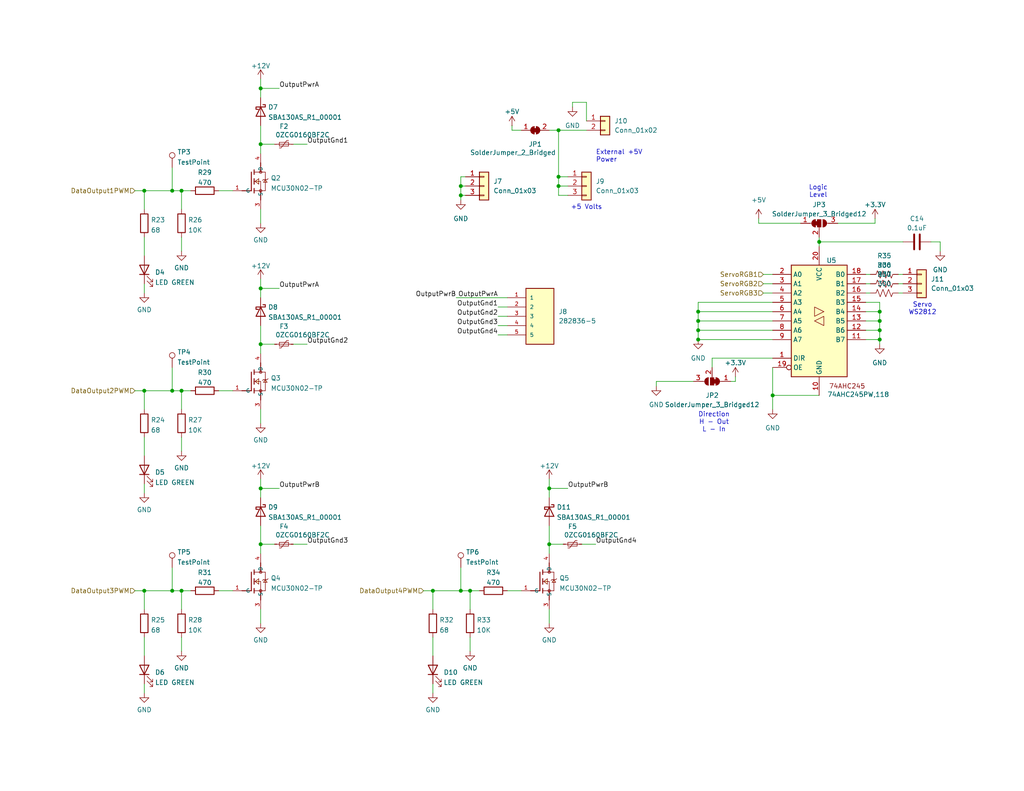
<source format=kicad_sch>
(kicad_sch
	(version 20231120)
	(generator "eeschema")
	(generator_version "8.0")
	(uuid "4fa62442-1591-4cf1-83dd-da78fc52a711")
	(paper "A")
	(title_block
		(title "Codex 43")
		(date "2024-08-15")
		(rev "A")
		(company "Department of Alchemy")
	)
	(lib_symbols
		(symbol "+3.3V_1"
			(power)
			(pin_names
				(offset 0)
			)
			(exclude_from_sim no)
			(in_bom yes)
			(on_board yes)
			(property "Reference" "#PWR"
				(at 0 -3.81 0)
				(effects
					(font
						(size 1.27 1.27)
					)
					(hide yes)
				)
			)
			(property "Value" "+3.3V_1"
				(at 0 3.556 0)
				(effects
					(font
						(size 1.27 1.27)
					)
				)
			)
			(property "Footprint" ""
				(at 0 0 0)
				(effects
					(font
						(size 1.27 1.27)
					)
					(hide yes)
				)
			)
			(property "Datasheet" ""
				(at 0 0 0)
				(effects
					(font
						(size 1.27 1.27)
					)
					(hide yes)
				)
			)
			(property "Description" "Power symbol creates a global label with name \"+3.3V\""
				(at 0 0 0)
				(effects
					(font
						(size 1.27 1.27)
					)
					(hide yes)
				)
			)
			(property "ki_keywords" "global power"
				(at 0 0 0)
				(effects
					(font
						(size 1.27 1.27)
					)
					(hide yes)
				)
			)
			(symbol "+3.3V_1_0_1"
				(polyline
					(pts
						(xy -0.762 1.27) (xy 0 2.54)
					)
					(stroke
						(width 0)
						(type default)
					)
					(fill
						(type none)
					)
				)
				(polyline
					(pts
						(xy 0 0) (xy 0 2.54)
					)
					(stroke
						(width 0)
						(type default)
					)
					(fill
						(type none)
					)
				)
				(polyline
					(pts
						(xy 0 2.54) (xy 0.762 1.27)
					)
					(stroke
						(width 0)
						(type default)
					)
					(fill
						(type none)
					)
				)
			)
			(symbol "+3.3V_1_1_1"
				(pin power_in line
					(at 0 0 90)
					(length 0) hide
					(name "+3.3V"
						(effects
							(font
								(size 1.27 1.27)
							)
						)
					)
					(number "1"
						(effects
							(font
								(size 1.27 1.27)
							)
						)
					)
				)
			)
		)
		(symbol "Connector:TestPoint"
			(pin_numbers hide)
			(pin_names
				(offset 0.762) hide)
			(exclude_from_sim no)
			(in_bom yes)
			(on_board yes)
			(property "Reference" "TP"
				(at 0 6.858 0)
				(effects
					(font
						(size 1.27 1.27)
					)
				)
			)
			(property "Value" "TestPoint"
				(at 0 5.08 0)
				(effects
					(font
						(size 1.27 1.27)
					)
				)
			)
			(property "Footprint" ""
				(at 5.08 0 0)
				(effects
					(font
						(size 1.27 1.27)
					)
					(hide yes)
				)
			)
			(property "Datasheet" "~"
				(at 5.08 0 0)
				(effects
					(font
						(size 1.27 1.27)
					)
					(hide yes)
				)
			)
			(property "Description" "test point"
				(at 0 0 0)
				(effects
					(font
						(size 1.27 1.27)
					)
					(hide yes)
				)
			)
			(property "ki_keywords" "test point tp"
				(at 0 0 0)
				(effects
					(font
						(size 1.27 1.27)
					)
					(hide yes)
				)
			)
			(property "ki_fp_filters" "Pin* Test*"
				(at 0 0 0)
				(effects
					(font
						(size 1.27 1.27)
					)
					(hide yes)
				)
			)
			(symbol "TestPoint_0_1"
				(circle
					(center 0 3.302)
					(radius 0.762)
					(stroke
						(width 0)
						(type default)
					)
					(fill
						(type none)
					)
				)
			)
			(symbol "TestPoint_1_1"
				(pin passive line
					(at 0 0 90)
					(length 2.54)
					(name "1"
						(effects
							(font
								(size 1.27 1.27)
							)
						)
					)
					(number "1"
						(effects
							(font
								(size 1.27 1.27)
							)
						)
					)
				)
			)
		)
		(symbol "Connector_Generic:Conn_01x02"
			(pin_names
				(offset 1.016) hide)
			(exclude_from_sim no)
			(in_bom yes)
			(on_board yes)
			(property "Reference" "J"
				(at 0 2.54 0)
				(effects
					(font
						(size 1.27 1.27)
					)
				)
			)
			(property "Value" "Conn_01x02"
				(at 0 -5.08 0)
				(effects
					(font
						(size 1.27 1.27)
					)
				)
			)
			(property "Footprint" ""
				(at 0 0 0)
				(effects
					(font
						(size 1.27 1.27)
					)
					(hide yes)
				)
			)
			(property "Datasheet" "~"
				(at 0 0 0)
				(effects
					(font
						(size 1.27 1.27)
					)
					(hide yes)
				)
			)
			(property "Description" "Generic connector, single row, 01x02, script generated (kicad-library-utils/schlib/autogen/connector/)"
				(at 0 0 0)
				(effects
					(font
						(size 1.27 1.27)
					)
					(hide yes)
				)
			)
			(property "ki_keywords" "connector"
				(at 0 0 0)
				(effects
					(font
						(size 1.27 1.27)
					)
					(hide yes)
				)
			)
			(property "ki_fp_filters" "Connector*:*_1x??_*"
				(at 0 0 0)
				(effects
					(font
						(size 1.27 1.27)
					)
					(hide yes)
				)
			)
			(symbol "Conn_01x02_1_1"
				(rectangle
					(start -1.27 -2.413)
					(end 0 -2.667)
					(stroke
						(width 0.1524)
						(type default)
					)
					(fill
						(type none)
					)
				)
				(rectangle
					(start -1.27 0.127)
					(end 0 -0.127)
					(stroke
						(width 0.1524)
						(type default)
					)
					(fill
						(type none)
					)
				)
				(rectangle
					(start -1.27 1.27)
					(end 1.27 -3.81)
					(stroke
						(width 0.254)
						(type default)
					)
					(fill
						(type background)
					)
				)
				(pin passive line
					(at -5.08 0 0)
					(length 3.81)
					(name "Pin_1"
						(effects
							(font
								(size 1.27 1.27)
							)
						)
					)
					(number "1"
						(effects
							(font
								(size 1.27 1.27)
							)
						)
					)
				)
				(pin passive line
					(at -5.08 -2.54 0)
					(length 3.81)
					(name "Pin_2"
						(effects
							(font
								(size 1.27 1.27)
							)
						)
					)
					(number "2"
						(effects
							(font
								(size 1.27 1.27)
							)
						)
					)
				)
			)
		)
		(symbol "Connector_Generic:Conn_01x03"
			(pin_names
				(offset 1.016) hide)
			(exclude_from_sim no)
			(in_bom yes)
			(on_board yes)
			(property "Reference" "J"
				(at 0 5.08 0)
				(effects
					(font
						(size 1.27 1.27)
					)
				)
			)
			(property "Value" "Conn_01x03"
				(at 0 -5.08 0)
				(effects
					(font
						(size 1.27 1.27)
					)
				)
			)
			(property "Footprint" ""
				(at 0 0 0)
				(effects
					(font
						(size 1.27 1.27)
					)
					(hide yes)
				)
			)
			(property "Datasheet" "~"
				(at 0 0 0)
				(effects
					(font
						(size 1.27 1.27)
					)
					(hide yes)
				)
			)
			(property "Description" "Generic connector, single row, 01x03, script generated (kicad-library-utils/schlib/autogen/connector/)"
				(at 0 0 0)
				(effects
					(font
						(size 1.27 1.27)
					)
					(hide yes)
				)
			)
			(property "ki_keywords" "connector"
				(at 0 0 0)
				(effects
					(font
						(size 1.27 1.27)
					)
					(hide yes)
				)
			)
			(property "ki_fp_filters" "Connector*:*_1x??_*"
				(at 0 0 0)
				(effects
					(font
						(size 1.27 1.27)
					)
					(hide yes)
				)
			)
			(symbol "Conn_01x03_1_1"
				(rectangle
					(start -1.27 -2.413)
					(end 0 -2.667)
					(stroke
						(width 0.1524)
						(type default)
					)
					(fill
						(type none)
					)
				)
				(rectangle
					(start -1.27 0.127)
					(end 0 -0.127)
					(stroke
						(width 0.1524)
						(type default)
					)
					(fill
						(type none)
					)
				)
				(rectangle
					(start -1.27 2.667)
					(end 0 2.413)
					(stroke
						(width 0.1524)
						(type default)
					)
					(fill
						(type none)
					)
				)
				(rectangle
					(start -1.27 3.81)
					(end 1.27 -3.81)
					(stroke
						(width 0.254)
						(type default)
					)
					(fill
						(type background)
					)
				)
				(pin passive line
					(at -5.08 2.54 0)
					(length 3.81)
					(name "Pin_1"
						(effects
							(font
								(size 1.27 1.27)
							)
						)
					)
					(number "1"
						(effects
							(font
								(size 1.27 1.27)
							)
						)
					)
				)
				(pin passive line
					(at -5.08 0 0)
					(length 3.81)
					(name "Pin_2"
						(effects
							(font
								(size 1.27 1.27)
							)
						)
					)
					(number "2"
						(effects
							(font
								(size 1.27 1.27)
							)
						)
					)
				)
				(pin passive line
					(at -5.08 -2.54 0)
					(length 3.81)
					(name "Pin_3"
						(effects
							(font
								(size 1.27 1.27)
							)
						)
					)
					(number "3"
						(effects
							(font
								(size 1.27 1.27)
							)
						)
					)
				)
			)
		)
		(symbol "Department of Alchemy:282836-5"
			(pin_names
				(offset 1.016)
			)
			(exclude_from_sim no)
			(in_bom yes)
			(on_board yes)
			(property "Reference" "J"
				(at 0 8.89 0)
				(effects
					(font
						(size 1.27 1.27)
					)
					(justify left bottom)
				)
			)
			(property "Value" "282836-5"
				(at 0 -10.16 0)
				(effects
					(font
						(size 1.27 1.27)
					)
					(justify left bottom)
				)
			)
			(property "Footprint" "Department of Alchemy:TE_282836-5"
				(at -0.254 -20.828 0)
				(effects
					(font
						(size 1.27 1.27)
					)
					(justify bottom)
					(hide yes)
				)
			)
			(property "Datasheet" ""
				(at 0 0 0)
				(effects
					(font
						(size 1.27 1.27)
					)
					(hide yes)
				)
			)
			(property "Description" "TERM BLK 5POS SIDE ENTRY 5MM PCB"
				(at 0 -11.938 0)
				(effects
					(font
						(size 1.27 1.27)
					)
					(hide yes)
				)
			)
			(property "PARTREV" "J1"
				(at -0.254 -25.654 0)
				(effects
					(font
						(size 1.27 1.27)
					)
					(justify bottom)
					(hide yes)
				)
			)
			(property "STANDARD" "Manufacturer Recommendations"
				(at 0.508 -18.288 0)
				(effects
					(font
						(size 1.27 1.27)
					)
					(justify bottom)
					(hide yes)
				)
			)
			(property "SNAPEDA_PN" "282836-5"
				(at 0 -16.51 0)
				(effects
					(font
						(size 1.27 1.27)
					)
					(justify bottom)
					(hide yes)
				)
			)
			(property "MAXIMUM_PACKAGE_HEIGHT" "10 mm"
				(at -0.254 -23.368 0)
				(effects
					(font
						(size 1.27 1.27)
					)
					(justify bottom)
					(hide yes)
				)
			)
			(property "MANUFACTURER" "TE Connectivity"
				(at 0.508 -14.478 0)
				(effects
					(font
						(size 1.27 1.27)
					)
					(justify bottom)
					(hide yes)
				)
			)
			(symbol "282836-5_0_0"
				(rectangle
					(start 0 -7.62)
					(end 7.62 7.62)
					(stroke
						(width 0.254)
						(type default)
					)
					(fill
						(type background)
					)
				)
				(pin passive line
					(at -5.08 5.08 0)
					(length 5.08)
					(name "1"
						(effects
							(font
								(size 1.016 1.016)
							)
						)
					)
					(number "1"
						(effects
							(font
								(size 1.016 1.016)
							)
						)
					)
				)
				(pin passive line
					(at -5.08 2.54 0)
					(length 5.08)
					(name "2"
						(effects
							(font
								(size 1.016 1.016)
							)
						)
					)
					(number "2"
						(effects
							(font
								(size 1.016 1.016)
							)
						)
					)
				)
				(pin passive line
					(at -5.08 0 0)
					(length 5.08)
					(name "3"
						(effects
							(font
								(size 1.016 1.016)
							)
						)
					)
					(number "3"
						(effects
							(font
								(size 1.016 1.016)
							)
						)
					)
				)
				(pin passive line
					(at -5.08 -2.54 0)
					(length 5.08)
					(name "4"
						(effects
							(font
								(size 1.016 1.016)
							)
						)
					)
					(number "4"
						(effects
							(font
								(size 1.016 1.016)
							)
						)
					)
				)
				(pin passive line
					(at -5.08 -5.08 0)
					(length 5.08)
					(name "5"
						(effects
							(font
								(size 1.016 1.016)
							)
						)
					)
					(number "5"
						(effects
							(font
								(size 1.016 1.016)
							)
						)
					)
				)
			)
		)
		(symbol "Department of Alchemy:74AHC245"
			(exclude_from_sim no)
			(in_bom yes)
			(on_board yes)
			(property "Reference" "U"
				(at 3.81 -20.32 0)
				(effects
					(font
						(size 1.27 1.27)
					)
				)
			)
			(property "Value" ""
				(at -11.43 -12.7 0)
				(effects
					(font
						(size 1.27 1.27)
					)
				)
			)
			(property "Footprint" "Department of Alchemy:SOP65P640X120-20N"
				(at -8.89 -25.4 0)
				(effects
					(font
						(size 1.27 1.27)
					)
					(hide yes)
				)
			)
			(property "Datasheet" "https://assets.nexperia.com/documents/data-sheet/74AHC_AHCT245.pdf"
				(at 3.81 -22.86 0)
				(effects
					(font
						(size 1.27 1.27)
					)
					(hide yes)
				)
			)
			(property "Description" "8-bit transceiver with 3-state outputs"
				(at 0 0 0)
				(effects
					(font
						(size 1.27 1.27)
					)
					(hide yes)
				)
			)
			(symbol "74AHC245_1_0"
				(polyline
					(pts
						(xy -1.27 0) (xy 1.27 -1.27) (xy 1.27 1.27) (xy -1.27 0)
					)
					(stroke
						(width 0.1524)
						(type default)
					)
					(fill
						(type none)
					)
				)
				(polyline
					(pts
						(xy 1.27 2.54) (xy -1.27 3.81) (xy -1.27 1.27) (xy 1.27 2.54)
					)
					(stroke
						(width 0.1524)
						(type default)
					)
					(fill
						(type none)
					)
				)
				(pin input line
					(at -12.7 -10.16 0)
					(length 5.08)
					(name "DIR"
						(effects
							(font
								(size 1.27 1.27)
							)
						)
					)
					(number "1"
						(effects
							(font
								(size 1.27 1.27)
							)
						)
					)
				)
				(pin power_in line
					(at 0 -20.32 90)
					(length 5.08)
					(name "GND"
						(effects
							(font
								(size 1.27 1.27)
							)
						)
					)
					(number "10"
						(effects
							(font
								(size 1.27 1.27)
							)
						)
					)
				)
				(pin tri_state line
					(at 12.7 -5.08 180)
					(length 5.08)
					(name "B7"
						(effects
							(font
								(size 1.27 1.27)
							)
						)
					)
					(number "11"
						(effects
							(font
								(size 1.27 1.27)
							)
						)
					)
				)
				(pin tri_state line
					(at 12.7 -2.54 180)
					(length 5.08)
					(name "B6"
						(effects
							(font
								(size 1.27 1.27)
							)
						)
					)
					(number "12"
						(effects
							(font
								(size 1.27 1.27)
							)
						)
					)
				)
				(pin tri_state line
					(at 12.7 0 180)
					(length 5.08)
					(name "B5"
						(effects
							(font
								(size 1.27 1.27)
							)
						)
					)
					(number "13"
						(effects
							(font
								(size 1.27 1.27)
							)
						)
					)
				)
				(pin tri_state line
					(at 12.7 2.54 180)
					(length 5.08)
					(name "B4"
						(effects
							(font
								(size 1.27 1.27)
							)
						)
					)
					(number "14"
						(effects
							(font
								(size 1.27 1.27)
							)
						)
					)
				)
				(pin tri_state line
					(at 12.7 5.08 180)
					(length 5.08)
					(name "B3"
						(effects
							(font
								(size 1.27 1.27)
							)
						)
					)
					(number "15"
						(effects
							(font
								(size 1.27 1.27)
							)
						)
					)
				)
				(pin tri_state line
					(at 12.7 7.62 180)
					(length 5.08)
					(name "B2"
						(effects
							(font
								(size 1.27 1.27)
							)
						)
					)
					(number "16"
						(effects
							(font
								(size 1.27 1.27)
							)
						)
					)
				)
				(pin tri_state line
					(at 12.7 10.16 180)
					(length 5.08)
					(name "B1"
						(effects
							(font
								(size 1.27 1.27)
							)
						)
					)
					(number "17"
						(effects
							(font
								(size 1.27 1.27)
							)
						)
					)
				)
				(pin tri_state line
					(at 12.7 12.7 180)
					(length 5.08)
					(name "B0"
						(effects
							(font
								(size 1.27 1.27)
							)
						)
					)
					(number "18"
						(effects
							(font
								(size 1.27 1.27)
							)
						)
					)
				)
				(pin input inverted
					(at -12.7 -12.7 0)
					(length 5.08)
					(name "OE"
						(effects
							(font
								(size 1.27 1.27)
							)
						)
					)
					(number "19"
						(effects
							(font
								(size 1.27 1.27)
							)
						)
					)
				)
				(pin tri_state line
					(at -12.7 12.7 0)
					(length 5.08)
					(name "A0"
						(effects
							(font
								(size 1.27 1.27)
							)
						)
					)
					(number "2"
						(effects
							(font
								(size 1.27 1.27)
							)
						)
					)
				)
				(pin power_in line
					(at 0 20.32 270)
					(length 5.08)
					(name "VCC"
						(effects
							(font
								(size 1.27 1.27)
							)
						)
					)
					(number "20"
						(effects
							(font
								(size 1.27 1.27)
							)
						)
					)
				)
				(pin tri_state line
					(at -12.7 10.16 0)
					(length 5.08)
					(name "A1"
						(effects
							(font
								(size 1.27 1.27)
							)
						)
					)
					(number "3"
						(effects
							(font
								(size 1.27 1.27)
							)
						)
					)
				)
				(pin tri_state line
					(at -12.7 7.62 0)
					(length 5.08)
					(name "A2"
						(effects
							(font
								(size 1.27 1.27)
							)
						)
					)
					(number "4"
						(effects
							(font
								(size 1.27 1.27)
							)
						)
					)
				)
				(pin tri_state line
					(at -12.7 5.08 0)
					(length 5.08)
					(name "A3"
						(effects
							(font
								(size 1.27 1.27)
							)
						)
					)
					(number "5"
						(effects
							(font
								(size 1.27 1.27)
							)
						)
					)
				)
				(pin tri_state line
					(at -12.7 2.54 0)
					(length 5.08)
					(name "A4"
						(effects
							(font
								(size 1.27 1.27)
							)
						)
					)
					(number "6"
						(effects
							(font
								(size 1.27 1.27)
							)
						)
					)
				)
				(pin tri_state line
					(at -12.7 0 0)
					(length 5.08)
					(name "A5"
						(effects
							(font
								(size 1.27 1.27)
							)
						)
					)
					(number "7"
						(effects
							(font
								(size 1.27 1.27)
							)
						)
					)
				)
				(pin tri_state line
					(at -12.7 -2.54 0)
					(length 5.08)
					(name "A6"
						(effects
							(font
								(size 1.27 1.27)
							)
						)
					)
					(number "8"
						(effects
							(font
								(size 1.27 1.27)
							)
						)
					)
				)
				(pin tri_state line
					(at -12.7 -5.08 0)
					(length 5.08)
					(name "A7"
						(effects
							(font
								(size 1.27 1.27)
							)
						)
					)
					(number "9"
						(effects
							(font
								(size 1.27 1.27)
							)
						)
					)
				)
			)
			(symbol "74AHC245_1_1"
				(rectangle
					(start -7.62 15.24)
					(end 7.62 -15.24)
					(stroke
						(width 0.254)
						(type default)
					)
					(fill
						(type background)
					)
				)
				(text "74AHC245"
					(at 7.62 -17.78 0)
					(effects
						(font
							(size 1.27 1.27)
						)
					)
				)
			)
		)
		(symbol "Device:C"
			(pin_numbers hide)
			(pin_names
				(offset 0.254)
			)
			(exclude_from_sim no)
			(in_bom yes)
			(on_board yes)
			(property "Reference" "C"
				(at 0.635 2.54 0)
				(effects
					(font
						(size 1.27 1.27)
					)
					(justify left)
				)
			)
			(property "Value" "C"
				(at 0.635 -2.54 0)
				(effects
					(font
						(size 1.27 1.27)
					)
					(justify left)
				)
			)
			(property "Footprint" ""
				(at 0.9652 -3.81 0)
				(effects
					(font
						(size 1.27 1.27)
					)
					(hide yes)
				)
			)
			(property "Datasheet" "~"
				(at 0 0 0)
				(effects
					(font
						(size 1.27 1.27)
					)
					(hide yes)
				)
			)
			(property "Description" "Unpolarized capacitor"
				(at 0 0 0)
				(effects
					(font
						(size 1.27 1.27)
					)
					(hide yes)
				)
			)
			(property "ki_keywords" "cap capacitor"
				(at 0 0 0)
				(effects
					(font
						(size 1.27 1.27)
					)
					(hide yes)
				)
			)
			(property "ki_fp_filters" "C_*"
				(at 0 0 0)
				(effects
					(font
						(size 1.27 1.27)
					)
					(hide yes)
				)
			)
			(symbol "C_0_1"
				(polyline
					(pts
						(xy -2.032 -0.762) (xy 2.032 -0.762)
					)
					(stroke
						(width 0.508)
						(type default)
					)
					(fill
						(type none)
					)
				)
				(polyline
					(pts
						(xy -2.032 0.762) (xy 2.032 0.762)
					)
					(stroke
						(width 0.508)
						(type default)
					)
					(fill
						(type none)
					)
				)
			)
			(symbol "C_1_1"
				(pin passive line
					(at 0 3.81 270)
					(length 2.794)
					(name "~"
						(effects
							(font
								(size 1.27 1.27)
							)
						)
					)
					(number "1"
						(effects
							(font
								(size 1.27 1.27)
							)
						)
					)
				)
				(pin passive line
					(at 0 -3.81 90)
					(length 2.794)
					(name "~"
						(effects
							(font
								(size 1.27 1.27)
							)
						)
					)
					(number "2"
						(effects
							(font
								(size 1.27 1.27)
							)
						)
					)
				)
			)
		)
		(symbol "Device:D_Schottky"
			(pin_numbers hide)
			(pin_names
				(offset 1.016) hide)
			(exclude_from_sim no)
			(in_bom yes)
			(on_board yes)
			(property "Reference" "D"
				(at 0 2.54 0)
				(effects
					(font
						(size 1.27 1.27)
					)
				)
			)
			(property "Value" "D_Schottky"
				(at 0 -2.54 0)
				(effects
					(font
						(size 1.27 1.27)
					)
				)
			)
			(property "Footprint" ""
				(at 0 0 0)
				(effects
					(font
						(size 1.27 1.27)
					)
					(hide yes)
				)
			)
			(property "Datasheet" "~"
				(at 0 0 0)
				(effects
					(font
						(size 1.27 1.27)
					)
					(hide yes)
				)
			)
			(property "Description" "Schottky diode"
				(at 0 0 0)
				(effects
					(font
						(size 1.27 1.27)
					)
					(hide yes)
				)
			)
			(property "ki_keywords" "diode Schottky"
				(at 0 0 0)
				(effects
					(font
						(size 1.27 1.27)
					)
					(hide yes)
				)
			)
			(property "ki_fp_filters" "TO-???* *_Diode_* *SingleDiode* D_*"
				(at 0 0 0)
				(effects
					(font
						(size 1.27 1.27)
					)
					(hide yes)
				)
			)
			(symbol "D_Schottky_0_1"
				(polyline
					(pts
						(xy 1.27 0) (xy -1.27 0)
					)
					(stroke
						(width 0)
						(type default)
					)
					(fill
						(type none)
					)
				)
				(polyline
					(pts
						(xy 1.27 1.27) (xy 1.27 -1.27) (xy -1.27 0) (xy 1.27 1.27)
					)
					(stroke
						(width 0.254)
						(type default)
					)
					(fill
						(type none)
					)
				)
				(polyline
					(pts
						(xy -1.905 0.635) (xy -1.905 1.27) (xy -1.27 1.27) (xy -1.27 -1.27) (xy -0.635 -1.27) (xy -0.635 -0.635)
					)
					(stroke
						(width 0.254)
						(type default)
					)
					(fill
						(type none)
					)
				)
			)
			(symbol "D_Schottky_1_1"
				(pin passive line
					(at -3.81 0 0)
					(length 2.54)
					(name "K"
						(effects
							(font
								(size 1.27 1.27)
							)
						)
					)
					(number "1"
						(effects
							(font
								(size 1.27 1.27)
							)
						)
					)
				)
				(pin passive line
					(at 3.81 0 180)
					(length 2.54)
					(name "A"
						(effects
							(font
								(size 1.27 1.27)
							)
						)
					)
					(number "2"
						(effects
							(font
								(size 1.27 1.27)
							)
						)
					)
				)
			)
		)
		(symbol "Device:LED"
			(pin_numbers hide)
			(pin_names
				(offset 1.016) hide)
			(exclude_from_sim no)
			(in_bom yes)
			(on_board yes)
			(property "Reference" "D"
				(at 0 2.54 0)
				(effects
					(font
						(size 1.27 1.27)
					)
				)
			)
			(property "Value" "LED"
				(at 0 -2.54 0)
				(effects
					(font
						(size 1.27 1.27)
					)
				)
			)
			(property "Footprint" ""
				(at 0 0 0)
				(effects
					(font
						(size 1.27 1.27)
					)
					(hide yes)
				)
			)
			(property "Datasheet" "~"
				(at 0 0 0)
				(effects
					(font
						(size 1.27 1.27)
					)
					(hide yes)
				)
			)
			(property "Description" "Light emitting diode"
				(at 0 0 0)
				(effects
					(font
						(size 1.27 1.27)
					)
					(hide yes)
				)
			)
			(property "ki_keywords" "LED diode"
				(at 0 0 0)
				(effects
					(font
						(size 1.27 1.27)
					)
					(hide yes)
				)
			)
			(property "ki_fp_filters" "LED* LED_SMD:* LED_THT:*"
				(at 0 0 0)
				(effects
					(font
						(size 1.27 1.27)
					)
					(hide yes)
				)
			)
			(symbol "LED_0_1"
				(polyline
					(pts
						(xy -1.27 -1.27) (xy -1.27 1.27)
					)
					(stroke
						(width 0.254)
						(type default)
					)
					(fill
						(type none)
					)
				)
				(polyline
					(pts
						(xy -1.27 0) (xy 1.27 0)
					)
					(stroke
						(width 0)
						(type default)
					)
					(fill
						(type none)
					)
				)
				(polyline
					(pts
						(xy 1.27 -1.27) (xy 1.27 1.27) (xy -1.27 0) (xy 1.27 -1.27)
					)
					(stroke
						(width 0.254)
						(type default)
					)
					(fill
						(type none)
					)
				)
				(polyline
					(pts
						(xy -3.048 -0.762) (xy -4.572 -2.286) (xy -3.81 -2.286) (xy -4.572 -2.286) (xy -4.572 -1.524)
					)
					(stroke
						(width 0)
						(type default)
					)
					(fill
						(type none)
					)
				)
				(polyline
					(pts
						(xy -1.778 -0.762) (xy -3.302 -2.286) (xy -2.54 -2.286) (xy -3.302 -2.286) (xy -3.302 -1.524)
					)
					(stroke
						(width 0)
						(type default)
					)
					(fill
						(type none)
					)
				)
			)
			(symbol "LED_1_1"
				(pin passive line
					(at -3.81 0 0)
					(length 2.54)
					(name "K"
						(effects
							(font
								(size 1.27 1.27)
							)
						)
					)
					(number "1"
						(effects
							(font
								(size 1.27 1.27)
							)
						)
					)
				)
				(pin passive line
					(at 3.81 0 180)
					(length 2.54)
					(name "A"
						(effects
							(font
								(size 1.27 1.27)
							)
						)
					)
					(number "2"
						(effects
							(font
								(size 1.27 1.27)
							)
						)
					)
				)
			)
		)
		(symbol "Device:Polyfuse_Small"
			(pin_numbers hide)
			(pin_names
				(offset 0)
			)
			(exclude_from_sim no)
			(in_bom yes)
			(on_board yes)
			(property "Reference" "F"
				(at -1.905 0 90)
				(effects
					(font
						(size 1.27 1.27)
					)
				)
			)
			(property "Value" "Polyfuse_Small"
				(at 1.905 0 90)
				(effects
					(font
						(size 1.27 1.27)
					)
				)
			)
			(property "Footprint" ""
				(at 1.27 -5.08 0)
				(effects
					(font
						(size 1.27 1.27)
					)
					(justify left)
					(hide yes)
				)
			)
			(property "Datasheet" "~"
				(at 0 0 0)
				(effects
					(font
						(size 1.27 1.27)
					)
					(hide yes)
				)
			)
			(property "Description" "Resettable fuse, polymeric positive temperature coefficient, small symbol"
				(at 0 0 0)
				(effects
					(font
						(size 1.27 1.27)
					)
					(hide yes)
				)
			)
			(property "ki_keywords" "resettable fuse PTC PPTC polyfuse polyswitch"
				(at 0 0 0)
				(effects
					(font
						(size 1.27 1.27)
					)
					(hide yes)
				)
			)
			(property "ki_fp_filters" "*polyfuse* *PTC*"
				(at 0 0 0)
				(effects
					(font
						(size 1.27 1.27)
					)
					(hide yes)
				)
			)
			(symbol "Polyfuse_Small_0_1"
				(rectangle
					(start -0.508 1.27)
					(end 0.508 -1.27)
					(stroke
						(width 0)
						(type default)
					)
					(fill
						(type none)
					)
				)
				(polyline
					(pts
						(xy 0 2.54) (xy 0 -2.54)
					)
					(stroke
						(width 0)
						(type default)
					)
					(fill
						(type none)
					)
				)
				(polyline
					(pts
						(xy -1.016 1.27) (xy -1.016 0.762) (xy 1.016 -0.762) (xy 1.016 -1.27)
					)
					(stroke
						(width 0)
						(type default)
					)
					(fill
						(type none)
					)
				)
			)
			(symbol "Polyfuse_Small_1_1"
				(pin passive line
					(at 0 2.54 270)
					(length 0.635)
					(name "~"
						(effects
							(font
								(size 1.27 1.27)
							)
						)
					)
					(number "1"
						(effects
							(font
								(size 1.27 1.27)
							)
						)
					)
				)
				(pin passive line
					(at 0 -2.54 90)
					(length 0.635)
					(name "~"
						(effects
							(font
								(size 1.27 1.27)
							)
						)
					)
					(number "2"
						(effects
							(font
								(size 1.27 1.27)
							)
						)
					)
				)
			)
		)
		(symbol "Device:R"
			(pin_numbers hide)
			(pin_names
				(offset 0)
			)
			(exclude_from_sim no)
			(in_bom yes)
			(on_board yes)
			(property "Reference" "R"
				(at 2.032 0 90)
				(effects
					(font
						(size 1.27 1.27)
					)
				)
			)
			(property "Value" "R"
				(at 0 0 90)
				(effects
					(font
						(size 1.27 1.27)
					)
				)
			)
			(property "Footprint" ""
				(at -1.778 0 90)
				(effects
					(font
						(size 1.27 1.27)
					)
					(hide yes)
				)
			)
			(property "Datasheet" "~"
				(at 0 0 0)
				(effects
					(font
						(size 1.27 1.27)
					)
					(hide yes)
				)
			)
			(property "Description" "Resistor"
				(at 0 0 0)
				(effects
					(font
						(size 1.27 1.27)
					)
					(hide yes)
				)
			)
			(property "ki_keywords" "R res resistor"
				(at 0 0 0)
				(effects
					(font
						(size 1.27 1.27)
					)
					(hide yes)
				)
			)
			(property "ki_fp_filters" "R_*"
				(at 0 0 0)
				(effects
					(font
						(size 1.27 1.27)
					)
					(hide yes)
				)
			)
			(symbol "R_0_1"
				(rectangle
					(start -1.016 -2.54)
					(end 1.016 2.54)
					(stroke
						(width 0.254)
						(type default)
					)
					(fill
						(type none)
					)
				)
			)
			(symbol "R_1_1"
				(pin passive line
					(at 0 3.81 270)
					(length 1.27)
					(name "~"
						(effects
							(font
								(size 1.27 1.27)
							)
						)
					)
					(number "1"
						(effects
							(font
								(size 1.27 1.27)
							)
						)
					)
				)
				(pin passive line
					(at 0 -3.81 90)
					(length 1.27)
					(name "~"
						(effects
							(font
								(size 1.27 1.27)
							)
						)
					)
					(number "2"
						(effects
							(font
								(size 1.27 1.27)
							)
						)
					)
				)
			)
		)
		(symbol "Device:R_US"
			(pin_numbers hide)
			(pin_names
				(offset 0)
			)
			(exclude_from_sim no)
			(in_bom yes)
			(on_board yes)
			(property "Reference" "R"
				(at 2.54 0 90)
				(effects
					(font
						(size 1.27 1.27)
					)
				)
			)
			(property "Value" "R_US"
				(at -2.54 0 90)
				(effects
					(font
						(size 1.27 1.27)
					)
				)
			)
			(property "Footprint" ""
				(at 1.016 -0.254 90)
				(effects
					(font
						(size 1.27 1.27)
					)
					(hide yes)
				)
			)
			(property "Datasheet" "~"
				(at 0 0 0)
				(effects
					(font
						(size 1.27 1.27)
					)
					(hide yes)
				)
			)
			(property "Description" "Resistor, US symbol"
				(at 0 0 0)
				(effects
					(font
						(size 1.27 1.27)
					)
					(hide yes)
				)
			)
			(property "ki_keywords" "R res resistor"
				(at 0 0 0)
				(effects
					(font
						(size 1.27 1.27)
					)
					(hide yes)
				)
			)
			(property "ki_fp_filters" "R_*"
				(at 0 0 0)
				(effects
					(font
						(size 1.27 1.27)
					)
					(hide yes)
				)
			)
			(symbol "R_US_0_1"
				(polyline
					(pts
						(xy 0 -2.286) (xy 0 -2.54)
					)
					(stroke
						(width 0)
						(type default)
					)
					(fill
						(type none)
					)
				)
				(polyline
					(pts
						(xy 0 2.286) (xy 0 2.54)
					)
					(stroke
						(width 0)
						(type default)
					)
					(fill
						(type none)
					)
				)
				(polyline
					(pts
						(xy 0 -0.762) (xy 1.016 -1.143) (xy 0 -1.524) (xy -1.016 -1.905) (xy 0 -2.286)
					)
					(stroke
						(width 0)
						(type default)
					)
					(fill
						(type none)
					)
				)
				(polyline
					(pts
						(xy 0 0.762) (xy 1.016 0.381) (xy 0 0) (xy -1.016 -0.381) (xy 0 -0.762)
					)
					(stroke
						(width 0)
						(type default)
					)
					(fill
						(type none)
					)
				)
				(polyline
					(pts
						(xy 0 2.286) (xy 1.016 1.905) (xy 0 1.524) (xy -1.016 1.143) (xy 0 0.762)
					)
					(stroke
						(width 0)
						(type default)
					)
					(fill
						(type none)
					)
				)
			)
			(symbol "R_US_1_1"
				(pin passive line
					(at 0 3.81 270)
					(length 1.27)
					(name "~"
						(effects
							(font
								(size 1.27 1.27)
							)
						)
					)
					(number "1"
						(effects
							(font
								(size 1.27 1.27)
							)
						)
					)
				)
				(pin passive line
					(at 0 -3.81 90)
					(length 1.27)
					(name "~"
						(effects
							(font
								(size 1.27 1.27)
							)
						)
					)
					(number "2"
						(effects
							(font
								(size 1.27 1.27)
							)
						)
					)
				)
			)
		)
		(symbol "Jumper:SolderJumper_2_Bridged"
			(pin_names
				(offset 0) hide)
			(exclude_from_sim no)
			(in_bom yes)
			(on_board yes)
			(property "Reference" "JP"
				(at 0 2.032 0)
				(effects
					(font
						(size 1.27 1.27)
					)
				)
			)
			(property "Value" "SolderJumper_2_Bridged"
				(at 0 -2.54 0)
				(effects
					(font
						(size 1.27 1.27)
					)
				)
			)
			(property "Footprint" ""
				(at 0 0 0)
				(effects
					(font
						(size 1.27 1.27)
					)
					(hide yes)
				)
			)
			(property "Datasheet" "~"
				(at 0 0 0)
				(effects
					(font
						(size 1.27 1.27)
					)
					(hide yes)
				)
			)
			(property "Description" "Solder Jumper, 2-pole, closed/bridged"
				(at 0 0 0)
				(effects
					(font
						(size 1.27 1.27)
					)
					(hide yes)
				)
			)
			(property "ki_keywords" "solder jumper SPST"
				(at 0 0 0)
				(effects
					(font
						(size 1.27 1.27)
					)
					(hide yes)
				)
			)
			(property "ki_fp_filters" "SolderJumper*Bridged*"
				(at 0 0 0)
				(effects
					(font
						(size 1.27 1.27)
					)
					(hide yes)
				)
			)
			(symbol "SolderJumper_2_Bridged_0_1"
				(rectangle
					(start -0.508 0.508)
					(end 0.508 -0.508)
					(stroke
						(width 0)
						(type default)
					)
					(fill
						(type outline)
					)
				)
				(arc
					(start -0.254 1.016)
					(mid -1.2656 0)
					(end -0.254 -1.016)
					(stroke
						(width 0)
						(type default)
					)
					(fill
						(type none)
					)
				)
				(arc
					(start -0.254 1.016)
					(mid -1.2656 0)
					(end -0.254 -1.016)
					(stroke
						(width 0)
						(type default)
					)
					(fill
						(type outline)
					)
				)
				(polyline
					(pts
						(xy -0.254 1.016) (xy -0.254 -1.016)
					)
					(stroke
						(width 0)
						(type default)
					)
					(fill
						(type none)
					)
				)
				(polyline
					(pts
						(xy 0.254 1.016) (xy 0.254 -1.016)
					)
					(stroke
						(width 0)
						(type default)
					)
					(fill
						(type none)
					)
				)
				(arc
					(start 0.254 -1.016)
					(mid 1.2656 0)
					(end 0.254 1.016)
					(stroke
						(width 0)
						(type default)
					)
					(fill
						(type none)
					)
				)
				(arc
					(start 0.254 -1.016)
					(mid 1.2656 0)
					(end 0.254 1.016)
					(stroke
						(width 0)
						(type default)
					)
					(fill
						(type outline)
					)
				)
			)
			(symbol "SolderJumper_2_Bridged_1_1"
				(pin passive line
					(at -3.81 0 0)
					(length 2.54)
					(name "A"
						(effects
							(font
								(size 1.27 1.27)
							)
						)
					)
					(number "1"
						(effects
							(font
								(size 1.27 1.27)
							)
						)
					)
				)
				(pin passive line
					(at 3.81 0 180)
					(length 2.54)
					(name "B"
						(effects
							(font
								(size 1.27 1.27)
							)
						)
					)
					(number "2"
						(effects
							(font
								(size 1.27 1.27)
							)
						)
					)
				)
			)
		)
		(symbol "Jumper:SolderJumper_3_Bridged12"
			(pin_names
				(offset 0) hide)
			(exclude_from_sim no)
			(in_bom yes)
			(on_board yes)
			(property "Reference" "JP"
				(at -2.54 -2.54 0)
				(effects
					(font
						(size 1.27 1.27)
					)
				)
			)
			(property "Value" "SolderJumper_3_Bridged12"
				(at 0 2.794 0)
				(effects
					(font
						(size 1.27 1.27)
					)
				)
			)
			(property "Footprint" ""
				(at 0 0 0)
				(effects
					(font
						(size 1.27 1.27)
					)
					(hide yes)
				)
			)
			(property "Datasheet" "~"
				(at 0 0 0)
				(effects
					(font
						(size 1.27 1.27)
					)
					(hide yes)
				)
			)
			(property "Description" "3-pole Solder Jumper, pins 1+2 closed/bridged"
				(at 0 0 0)
				(effects
					(font
						(size 1.27 1.27)
					)
					(hide yes)
				)
			)
			(property "ki_keywords" "Solder Jumper SPDT"
				(at 0 0 0)
				(effects
					(font
						(size 1.27 1.27)
					)
					(hide yes)
				)
			)
			(property "ki_fp_filters" "SolderJumper*Bridged12*"
				(at 0 0 0)
				(effects
					(font
						(size 1.27 1.27)
					)
					(hide yes)
				)
			)
			(symbol "SolderJumper_3_Bridged12_0_1"
				(rectangle
					(start -1.016 0.508)
					(end -0.508 -0.508)
					(stroke
						(width 0)
						(type default)
					)
					(fill
						(type outline)
					)
				)
				(arc
					(start -1.016 1.016)
					(mid -2.0276 0)
					(end -1.016 -1.016)
					(stroke
						(width 0)
						(type default)
					)
					(fill
						(type none)
					)
				)
				(arc
					(start -1.016 1.016)
					(mid -2.0276 0)
					(end -1.016 -1.016)
					(stroke
						(width 0)
						(type default)
					)
					(fill
						(type outline)
					)
				)
				(rectangle
					(start -0.508 1.016)
					(end 0.508 -1.016)
					(stroke
						(width 0)
						(type default)
					)
					(fill
						(type outline)
					)
				)
				(polyline
					(pts
						(xy -2.54 0) (xy -2.032 0)
					)
					(stroke
						(width 0)
						(type default)
					)
					(fill
						(type none)
					)
				)
				(polyline
					(pts
						(xy -1.016 1.016) (xy -1.016 -1.016)
					)
					(stroke
						(width 0)
						(type default)
					)
					(fill
						(type none)
					)
				)
				(polyline
					(pts
						(xy 0 -1.27) (xy 0 -1.016)
					)
					(stroke
						(width 0)
						(type default)
					)
					(fill
						(type none)
					)
				)
				(polyline
					(pts
						(xy 1.016 1.016) (xy 1.016 -1.016)
					)
					(stroke
						(width 0)
						(type default)
					)
					(fill
						(type none)
					)
				)
				(polyline
					(pts
						(xy 2.54 0) (xy 2.032 0)
					)
					(stroke
						(width 0)
						(type default)
					)
					(fill
						(type none)
					)
				)
				(arc
					(start 1.016 -1.016)
					(mid 2.0276 0)
					(end 1.016 1.016)
					(stroke
						(width 0)
						(type default)
					)
					(fill
						(type none)
					)
				)
				(arc
					(start 1.016 -1.016)
					(mid 2.0276 0)
					(end 1.016 1.016)
					(stroke
						(width 0)
						(type default)
					)
					(fill
						(type outline)
					)
				)
			)
			(symbol "SolderJumper_3_Bridged12_1_1"
				(pin passive line
					(at -5.08 0 0)
					(length 2.54)
					(name "A"
						(effects
							(font
								(size 1.27 1.27)
							)
						)
					)
					(number "1"
						(effects
							(font
								(size 1.27 1.27)
							)
						)
					)
				)
				(pin passive line
					(at 0 -3.81 90)
					(length 2.54)
					(name "C"
						(effects
							(font
								(size 1.27 1.27)
							)
						)
					)
					(number "2"
						(effects
							(font
								(size 1.27 1.27)
							)
						)
					)
				)
				(pin passive line
					(at 5.08 0 180)
					(length 2.54)
					(name "B"
						(effects
							(font
								(size 1.27 1.27)
							)
						)
					)
					(number "3"
						(effects
							(font
								(size 1.27 1.27)
							)
						)
					)
				)
			)
		)
		(symbol "doa-symbol-library:FQD13N06LTM"
			(pin_names
				(offset 1.016)
			)
			(exclude_from_sim no)
			(in_bom yes)
			(on_board yes)
			(property "Reference" "Q"
				(at 6.35 0 0)
				(effects
					(font
						(size 1.27 1.27)
					)
					(justify left bottom)
				)
			)
			(property "Value" "FQD13N06LTM"
				(at 6.35 -2.54 0)
				(effects
					(font
						(size 1.27 1.27)
					)
					(justify left bottom)
				)
			)
			(property "Footprint" "TO229P991X239-3N"
				(at 6.35 -7.62 0)
				(effects
					(font
						(size 1.27 1.27)
					)
					(justify left bottom)
					(hide yes)
				)
			)
			(property "Datasheet" ""
				(at 0 0 0)
				(effects
					(font
						(size 1.27 1.27)
					)
					(justify left bottom)
					(hide yes)
				)
			)
			(property "Description" ""
				(at 0 0 0)
				(effects
					(font
						(size 1.27 1.27)
					)
					(hide yes)
				)
			)
			(property "MANUFACTURER" "Fairchild Semiconductor"
				(at 6.35 -5.08 0)
				(effects
					(font
						(size 1.27 1.27)
					)
					(justify left bottom)
					(hide yes)
				)
			)
			(property "ki_locked" ""
				(at 0 0 0)
				(effects
					(font
						(size 1.27 1.27)
					)
				)
			)
			(symbol "FQD13N06LTM_0_0"
				(polyline
					(pts
						(xy -2.54 -2.54) (xy 0 -2.54)
					)
					(stroke
						(width 0.254)
						(type default)
					)
					(fill
						(type none)
					)
				)
				(polyline
					(pts
						(xy 0 2.54) (xy 0 -2.54)
					)
					(stroke
						(width 0.254)
						(type default)
					)
					(fill
						(type none)
					)
				)
				(polyline
					(pts
						(xy 0.762 -2.54) (xy 0.762 -3.175)
					)
					(stroke
						(width 0.254)
						(type default)
					)
					(fill
						(type none)
					)
				)
				(polyline
					(pts
						(xy 0.762 -1.905) (xy 0.762 -2.54)
					)
					(stroke
						(width 0.254)
						(type default)
					)
					(fill
						(type none)
					)
				)
				(polyline
					(pts
						(xy 0.762 0) (xy 0.762 -0.762)
					)
					(stroke
						(width 0.254)
						(type default)
					)
					(fill
						(type none)
					)
				)
				(polyline
					(pts
						(xy 0.762 0) (xy 2.54 0)
					)
					(stroke
						(width 0.1524)
						(type default)
					)
					(fill
						(type none)
					)
				)
				(polyline
					(pts
						(xy 0.762 0.762) (xy 0.762 0)
					)
					(stroke
						(width 0.254)
						(type default)
					)
					(fill
						(type none)
					)
				)
				(polyline
					(pts
						(xy 0.762 2.54) (xy 0.762 1.905)
					)
					(stroke
						(width 0.254)
						(type default)
					)
					(fill
						(type none)
					)
				)
				(polyline
					(pts
						(xy 0.762 2.54) (xy 2.54 2.54)
					)
					(stroke
						(width 0.1524)
						(type default)
					)
					(fill
						(type none)
					)
				)
				(polyline
					(pts
						(xy 0.762 3.175) (xy 0.762 2.54)
					)
					(stroke
						(width 0.254)
						(type default)
					)
					(fill
						(type none)
					)
				)
				(polyline
					(pts
						(xy 2.54 -2.54) (xy 0.762 -2.54)
					)
					(stroke
						(width 0.1524)
						(type default)
					)
					(fill
						(type none)
					)
				)
				(polyline
					(pts
						(xy 2.54 -2.54) (xy 2.54 -5.08)
					)
					(stroke
						(width 0.254)
						(type default)
					)
					(fill
						(type none)
					)
				)
				(polyline
					(pts
						(xy 2.54 -2.54) (xy 3.81 -2.54)
					)
					(stroke
						(width 0.1524)
						(type default)
					)
					(fill
						(type none)
					)
				)
				(polyline
					(pts
						(xy 2.54 0) (xy 2.54 -2.54)
					)
					(stroke
						(width 0.1524)
						(type default)
					)
					(fill
						(type none)
					)
				)
				(polyline
					(pts
						(xy 2.54 2.54) (xy 3.81 2.54)
					)
					(stroke
						(width 0.1524)
						(type default)
					)
					(fill
						(type none)
					)
				)
				(polyline
					(pts
						(xy 2.54 5.08) (xy 2.54 2.54)
					)
					(stroke
						(width 0.254)
						(type default)
					)
					(fill
						(type none)
					)
				)
				(polyline
					(pts
						(xy 3.302 0.508) (xy 3.048 0.254)
					)
					(stroke
						(width 0.1524)
						(type default)
					)
					(fill
						(type none)
					)
				)
				(polyline
					(pts
						(xy 3.81 0.508) (xy 3.302 0.508)
					)
					(stroke
						(width 0.1524)
						(type default)
					)
					(fill
						(type none)
					)
				)
				(polyline
					(pts
						(xy 3.81 0.508) (xy 3.81 -2.54)
					)
					(stroke
						(width 0.1524)
						(type default)
					)
					(fill
						(type none)
					)
				)
				(polyline
					(pts
						(xy 3.81 2.54) (xy 3.81 0.508)
					)
					(stroke
						(width 0.1524)
						(type default)
					)
					(fill
						(type none)
					)
				)
				(polyline
					(pts
						(xy 4.318 0.508) (xy 3.81 0.508)
					)
					(stroke
						(width 0.1524)
						(type default)
					)
					(fill
						(type none)
					)
				)
				(polyline
					(pts
						(xy 4.572 0.762) (xy 4.318 0.508)
					)
					(stroke
						(width 0.1524)
						(type default)
					)
					(fill
						(type none)
					)
				)
				(polyline
					(pts
						(xy 1.016 0) (xy 2.032 0.762) (xy 2.032 -0.762) (xy 1.016 0)
					)
					(stroke
						(width 0.1524)
						(type default)
					)
					(fill
						(type background)
					)
				)
				(polyline
					(pts
						(xy 3.81 0.508) (xy 3.302 -0.254) (xy 4.318 -0.254) (xy 3.81 0.508)
					)
					(stroke
						(width 0.1524)
						(type default)
					)
					(fill
						(type background)
					)
				)
				(circle
					(center 2.54 -2.54)
					(radius 0.3556)
					(stroke
						(width 0)
						(type default)
					)
					(fill
						(type none)
					)
				)
				(circle
					(center 2.54 2.54)
					(radius 0.3556)
					(stroke
						(width 0)
						(type default)
					)
					(fill
						(type none)
					)
				)
				(pin passive line
					(at -5.08 -2.54 0)
					(length 2.54)
					(name "G"
						(effects
							(font
								(size 1.016 1.016)
							)
						)
					)
					(number "1"
						(effects
							(font
								(size 1.016 1.016)
							)
						)
					)
				)
				(pin passive line
					(at 2.54 -7.62 90)
					(length 2.54)
					(name "S"
						(effects
							(font
								(size 1.016 1.016)
							)
						)
					)
					(number "3"
						(effects
							(font
								(size 1.016 1.016)
							)
						)
					)
				)
				(pin passive line
					(at 2.54 7.62 270)
					(length 2.54)
					(name "D"
						(effects
							(font
								(size 1.016 1.016)
							)
						)
					)
					(number "4"
						(effects
							(font
								(size 1.016 1.016)
							)
						)
					)
				)
			)
		)
		(symbol "power:+12V"
			(power)
			(pin_names
				(offset 0)
			)
			(exclude_from_sim no)
			(in_bom yes)
			(on_board yes)
			(property "Reference" "#PWR"
				(at 0 -3.81 0)
				(effects
					(font
						(size 1.27 1.27)
					)
					(hide yes)
				)
			)
			(property "Value" "+12V"
				(at 0 3.556 0)
				(effects
					(font
						(size 1.27 1.27)
					)
				)
			)
			(property "Footprint" ""
				(at 0 0 0)
				(effects
					(font
						(size 1.27 1.27)
					)
					(hide yes)
				)
			)
			(property "Datasheet" ""
				(at 0 0 0)
				(effects
					(font
						(size 1.27 1.27)
					)
					(hide yes)
				)
			)
			(property "Description" "Power symbol creates a global label with name \"+12V\""
				(at 0 0 0)
				(effects
					(font
						(size 1.27 1.27)
					)
					(hide yes)
				)
			)
			(property "ki_keywords" "power-flag"
				(at 0 0 0)
				(effects
					(font
						(size 1.27 1.27)
					)
					(hide yes)
				)
			)
			(symbol "+12V_0_1"
				(polyline
					(pts
						(xy -0.762 1.27) (xy 0 2.54)
					)
					(stroke
						(width 0)
						(type default)
					)
					(fill
						(type none)
					)
				)
				(polyline
					(pts
						(xy 0 0) (xy 0 2.54)
					)
					(stroke
						(width 0)
						(type default)
					)
					(fill
						(type none)
					)
				)
				(polyline
					(pts
						(xy 0 2.54) (xy 0.762 1.27)
					)
					(stroke
						(width 0)
						(type default)
					)
					(fill
						(type none)
					)
				)
			)
			(symbol "+12V_1_1"
				(pin power_in line
					(at 0 0 90)
					(length 0) hide
					(name "+12V"
						(effects
							(font
								(size 1.27 1.27)
							)
						)
					)
					(number "1"
						(effects
							(font
								(size 1.27 1.27)
							)
						)
					)
				)
			)
		)
		(symbol "power:+5V"
			(power)
			(pin_numbers hide)
			(pin_names
				(offset 0) hide)
			(exclude_from_sim no)
			(in_bom yes)
			(on_board yes)
			(property "Reference" "#PWR"
				(at 0 -3.81 0)
				(effects
					(font
						(size 1.27 1.27)
					)
					(hide yes)
				)
			)
			(property "Value" "+5V"
				(at 0 3.556 0)
				(effects
					(font
						(size 1.27 1.27)
					)
				)
			)
			(property "Footprint" ""
				(at 0 0 0)
				(effects
					(font
						(size 1.27 1.27)
					)
					(hide yes)
				)
			)
			(property "Datasheet" ""
				(at 0 0 0)
				(effects
					(font
						(size 1.27 1.27)
					)
					(hide yes)
				)
			)
			(property "Description" "Power symbol creates a global label with name \"+5V\""
				(at 0 0 0)
				(effects
					(font
						(size 1.27 1.27)
					)
					(hide yes)
				)
			)
			(property "ki_keywords" "global power"
				(at 0 0 0)
				(effects
					(font
						(size 1.27 1.27)
					)
					(hide yes)
				)
			)
			(symbol "+5V_0_1"
				(polyline
					(pts
						(xy -0.762 1.27) (xy 0 2.54)
					)
					(stroke
						(width 0)
						(type default)
					)
					(fill
						(type none)
					)
				)
				(polyline
					(pts
						(xy 0 0) (xy 0 2.54)
					)
					(stroke
						(width 0)
						(type default)
					)
					(fill
						(type none)
					)
				)
				(polyline
					(pts
						(xy 0 2.54) (xy 0.762 1.27)
					)
					(stroke
						(width 0)
						(type default)
					)
					(fill
						(type none)
					)
				)
			)
			(symbol "+5V_1_1"
				(pin power_in line
					(at 0 0 90)
					(length 0)
					(name "~"
						(effects
							(font
								(size 1.27 1.27)
							)
						)
					)
					(number "1"
						(effects
							(font
								(size 1.27 1.27)
							)
						)
					)
				)
			)
		)
		(symbol "power:GND"
			(power)
			(pin_names
				(offset 0)
			)
			(exclude_from_sim no)
			(in_bom yes)
			(on_board yes)
			(property "Reference" "#PWR"
				(at 0 -6.35 0)
				(effects
					(font
						(size 1.27 1.27)
					)
					(hide yes)
				)
			)
			(property "Value" "GND"
				(at 0 -3.81 0)
				(effects
					(font
						(size 1.27 1.27)
					)
				)
			)
			(property "Footprint" ""
				(at 0 0 0)
				(effects
					(font
						(size 1.27 1.27)
					)
					(hide yes)
				)
			)
			(property "Datasheet" ""
				(at 0 0 0)
				(effects
					(font
						(size 1.27 1.27)
					)
					(hide yes)
				)
			)
			(property "Description" "Power symbol creates a global label with name \"GND\" , ground"
				(at 0 0 0)
				(effects
					(font
						(size 1.27 1.27)
					)
					(hide yes)
				)
			)
			(property "ki_keywords" "power-flag"
				(at 0 0 0)
				(effects
					(font
						(size 1.27 1.27)
					)
					(hide yes)
				)
			)
			(symbol "GND_0_1"
				(polyline
					(pts
						(xy 0 0) (xy 0 -1.27) (xy 1.27 -1.27) (xy 0 -2.54) (xy -1.27 -1.27) (xy 0 -1.27)
					)
					(stroke
						(width 0)
						(type default)
					)
					(fill
						(type none)
					)
				)
			)
			(symbol "GND_1_1"
				(pin power_in line
					(at 0 0 270)
					(length 0) hide
					(name "GND"
						(effects
							(font
								(size 1.27 1.27)
							)
						)
					)
					(number "1"
						(effects
							(font
								(size 1.27 1.27)
							)
						)
					)
				)
			)
		)
	)
	(junction
		(at 190.5 87.63)
		(diameter 0)
		(color 0 0 0 0)
		(uuid "02401fb1-0f3c-44e7-8eba-a8da892112ac")
	)
	(junction
		(at 240.03 85.09)
		(diameter 0)
		(color 0 0 0 0)
		(uuid "07f18513-7085-4fb0-900e-20651371fb76")
	)
	(junction
		(at 46.99 52.07)
		(diameter 0)
		(color 0 0 0 0)
		(uuid "087577e0-0b7e-4056-9428-a07f2924c2f4")
	)
	(junction
		(at 240.03 92.71)
		(diameter 0)
		(color 0 0 0 0)
		(uuid "0a751e13-646a-45d9-b3e3-cad871470fe4")
	)
	(junction
		(at 152.4 48.26)
		(diameter 0)
		(color 0 0 0 0)
		(uuid "14b5476f-480d-40ba-865a-727c57613dbd")
	)
	(junction
		(at 118.11 161.29)
		(diameter 0)
		(color 0 0 0 0)
		(uuid "17467a6c-0e18-4dc0-b5b2-e87de8f01f0d")
	)
	(junction
		(at 71.12 78.74)
		(diameter 0)
		(color 0 0 0 0)
		(uuid "181a6010-42d7-4223-9844-fd0865a7da73")
	)
	(junction
		(at 223.52 66.04)
		(diameter 0)
		(color 0 0 0 0)
		(uuid "248a3700-2e09-423d-af34-a2ae1279e943")
	)
	(junction
		(at 49.53 106.68)
		(diameter 0)
		(color 0 0 0 0)
		(uuid "249c866d-aa29-4ec2-a871-408a4f3bb76a")
	)
	(junction
		(at 39.37 161.29)
		(diameter 0)
		(color 0 0 0 0)
		(uuid "25880c29-a9c2-4791-8d85-e9addd21cc2c")
	)
	(junction
		(at 152.4 35.56)
		(diameter 0)
		(color 0 0 0 0)
		(uuid "410e498b-5616-41f2-ad04-2d155b4f95a7")
	)
	(junction
		(at 49.53 52.07)
		(diameter 0)
		(color 0 0 0 0)
		(uuid "43636e92-87ff-47df-a546-b630dbdb4f48")
	)
	(junction
		(at 240.03 90.17)
		(diameter 0)
		(color 0 0 0 0)
		(uuid "4415cc53-bb5a-44ca-9e2f-456581abc6e1")
	)
	(junction
		(at 152.4 50.8)
		(diameter 0)
		(color 0 0 0 0)
		(uuid "494e6328-0e21-41d7-b6aa-7fe53b9af1d3")
	)
	(junction
		(at 190.5 85.09)
		(diameter 0)
		(color 0 0 0 0)
		(uuid "509d1b80-2dd5-4bed-80f8-66cfaab3d084")
	)
	(junction
		(at 149.86 133.35)
		(diameter 0)
		(color 0 0 0 0)
		(uuid "52e81432-06a2-4156-a363-156a05371e40")
	)
	(junction
		(at 240.03 87.63)
		(diameter 0)
		(color 0 0 0 0)
		(uuid "57ece218-ee8b-4a75-be5a-5f0e4aebf5f6")
	)
	(junction
		(at 46.99 106.68)
		(diameter 0)
		(color 0 0 0 0)
		(uuid "609e3347-f90a-48c6-9a9e-385c0f9a0859")
	)
	(junction
		(at 128.27 161.29)
		(diameter 0)
		(color 0 0 0 0)
		(uuid "6b9f182f-ab9a-46ca-a4a7-49e6ea01788e")
	)
	(junction
		(at 46.99 161.29)
		(diameter 0)
		(color 0 0 0 0)
		(uuid "8695c688-fdce-40a6-9370-b1e27d944c85")
	)
	(junction
		(at 190.5 92.71)
		(diameter 0)
		(color 0 0 0 0)
		(uuid "91e7ccd8-2d54-4042-9d0a-2cb3c92d50a9")
	)
	(junction
		(at 210.82 107.95)
		(diameter 0)
		(color 0 0 0 0)
		(uuid "9277607d-f478-4525-b783-acc55b7b779d")
	)
	(junction
		(at 125.73 161.29)
		(diameter 0)
		(color 0 0 0 0)
		(uuid "9b572123-2586-44d8-a132-205b775a7ebb")
	)
	(junction
		(at 71.12 133.35)
		(diameter 0)
		(color 0 0 0 0)
		(uuid "a72a48f2-07b2-4f5c-b1a6-39f3c8e71e3d")
	)
	(junction
		(at 39.37 52.07)
		(diameter 0)
		(color 0 0 0 0)
		(uuid "ad91a54e-1460-441a-9a0f-7a4e71f150e8")
	)
	(junction
		(at 190.5 90.17)
		(diameter 0)
		(color 0 0 0 0)
		(uuid "adada747-f495-4abc-b967-810712ff2392")
	)
	(junction
		(at 71.12 24.13)
		(diameter 0)
		(color 0 0 0 0)
		(uuid "afe8aad0-6e42-4b0a-89d3-f74c536fc089")
	)
	(junction
		(at 71.12 148.59)
		(diameter 0)
		(color 0 0 0 0)
		(uuid "b83c2c18-3f35-4b7a-aed5-b92f36966370")
	)
	(junction
		(at 39.37 106.68)
		(diameter 0)
		(color 0 0 0 0)
		(uuid "c300702e-0f08-4b3d-9254-d945bbb5504a")
	)
	(junction
		(at 125.73 50.8)
		(diameter 0)
		(color 0 0 0 0)
		(uuid "c411868c-1119-48fc-bff7-d6d8226f9c91")
	)
	(junction
		(at 71.12 39.37)
		(diameter 0)
		(color 0 0 0 0)
		(uuid "ceea93c0-4f92-48f2-8327-a744ce2834ae")
	)
	(junction
		(at 125.73 53.34)
		(diameter 0)
		(color 0 0 0 0)
		(uuid "d99c4164-2ade-4aca-870e-67a912e56e35")
	)
	(junction
		(at 49.53 161.29)
		(diameter 0)
		(color 0 0 0 0)
		(uuid "f400a43a-0f09-485b-80d7-755674c91c0c")
	)
	(junction
		(at 71.12 93.98)
		(diameter 0)
		(color 0 0 0 0)
		(uuid "f7ea57d8-df29-43d5-a1b0-2ed0dda5697c")
	)
	(junction
		(at 149.86 148.59)
		(diameter 0)
		(color 0 0 0 0)
		(uuid "f9338a2c-9d48-4946-8180-06506e19cff4")
	)
	(wire
		(pts
			(xy 39.37 119.38) (xy 39.37 124.46)
		)
		(stroke
			(width 0)
			(type default)
		)
		(uuid "027d2700-a282-4ff3-a779-bee0e8594673")
	)
	(wire
		(pts
			(xy 240.03 82.55) (xy 240.03 85.09)
		)
		(stroke
			(width 0)
			(type default)
		)
		(uuid "0494e9fc-2f04-4405-9090-27b451732ef1")
	)
	(wire
		(pts
			(xy 49.53 106.68) (xy 52.07 106.68)
		)
		(stroke
			(width 0)
			(type default)
		)
		(uuid "07c7df8f-4ab0-4e81-af0f-a56d72c8009b")
	)
	(wire
		(pts
			(xy 71.12 88.9) (xy 71.12 93.98)
		)
		(stroke
			(width 0)
			(type default)
		)
		(uuid "092524f9-cc5a-4832-b413-a34798747571")
	)
	(wire
		(pts
			(xy 223.52 66.04) (xy 246.38 66.04)
		)
		(stroke
			(width 0)
			(type default)
		)
		(uuid "09c580f5-d452-4460-8e68-dc0e7f8ff06f")
	)
	(wire
		(pts
			(xy 210.82 82.55) (xy 190.5 82.55)
		)
		(stroke
			(width 0)
			(type default)
		)
		(uuid "0a9d6644-41e6-4dcb-a70f-18ac004a147b")
	)
	(wire
		(pts
			(xy 49.53 161.29) (xy 49.53 166.37)
		)
		(stroke
			(width 0)
			(type default)
		)
		(uuid "0d271f0c-6e86-4b1c-9da2-cadeed7898e9")
	)
	(wire
		(pts
			(xy 71.12 130.81) (xy 71.12 133.35)
		)
		(stroke
			(width 0)
			(type default)
		)
		(uuid "0fdd0eab-8af2-47de-a4c7-b46ce6f1effe")
	)
	(wire
		(pts
			(xy 149.86 166.37) (xy 149.86 170.18)
		)
		(stroke
			(width 0)
			(type default)
		)
		(uuid "1082524c-d982-415f-9308-fbd0cd5a85c0")
	)
	(wire
		(pts
			(xy 208.28 74.93) (xy 210.82 74.93)
		)
		(stroke
			(width 0)
			(type default)
		)
		(uuid "1105dbdb-7aa4-4df3-9bcf-cfe94886399b")
	)
	(wire
		(pts
			(xy 210.82 107.95) (xy 223.52 107.95)
		)
		(stroke
			(width 0)
			(type default)
		)
		(uuid "13ca4128-caea-497a-a81c-bb9bf4c557e9")
	)
	(wire
		(pts
			(xy 223.52 64.77) (xy 223.52 66.04)
		)
		(stroke
			(width 0)
			(type default)
		)
		(uuid "1ab1d9ec-8f5c-42de-8b6b-c9ad933348c0")
	)
	(wire
		(pts
			(xy 71.12 93.98) (xy 74.93 93.98)
		)
		(stroke
			(width 0)
			(type default)
		)
		(uuid "1d7f794a-7428-470e-a137-74bf47834df9")
	)
	(wire
		(pts
			(xy 245.11 74.93) (xy 246.38 74.93)
		)
		(stroke
			(width 0)
			(type default)
		)
		(uuid "1d987fe0-73fc-46f4-ad92-c10fb9b0f92a")
	)
	(wire
		(pts
			(xy 59.69 106.68) (xy 63.5 106.68)
		)
		(stroke
			(width 0)
			(type default)
		)
		(uuid "209b5d46-83b6-477d-ac45-a29f4a92de5d")
	)
	(wire
		(pts
			(xy 39.37 106.68) (xy 46.99 106.68)
		)
		(stroke
			(width 0)
			(type default)
		)
		(uuid "21ab8d97-2333-4885-858a-cadd0ea5eae2")
	)
	(wire
		(pts
			(xy 149.86 130.81) (xy 149.86 133.35)
		)
		(stroke
			(width 0)
			(type default)
		)
		(uuid "23cec99d-7d0c-48d3-930e-b9b18161be05")
	)
	(wire
		(pts
			(xy 71.12 111.76) (xy 71.12 115.57)
		)
		(stroke
			(width 0)
			(type default)
		)
		(uuid "2424bfb5-5bc9-463b-b8ea-ab4dd2ef3b8a")
	)
	(wire
		(pts
			(xy 71.12 24.13) (xy 71.12 26.67)
		)
		(stroke
			(width 0)
			(type default)
		)
		(uuid "24d7eb76-f80f-4975-95f4-3511ef861320")
	)
	(wire
		(pts
			(xy 71.12 78.74) (xy 71.12 81.28)
		)
		(stroke
			(width 0)
			(type default)
		)
		(uuid "25dccdba-a2a2-4a7f-ba84-d42acddce656")
	)
	(wire
		(pts
			(xy 46.99 45.72) (xy 46.99 52.07)
		)
		(stroke
			(width 0)
			(type default)
		)
		(uuid "26296122-b256-4967-9efa-af80d5e6cada")
	)
	(wire
		(pts
			(xy 59.69 161.29) (xy 63.5 161.29)
		)
		(stroke
			(width 0)
			(type default)
		)
		(uuid "28123763-6c16-480f-ad22-101acf0a4fe3")
	)
	(wire
		(pts
			(xy 240.03 90.17) (xy 240.03 92.71)
		)
		(stroke
			(width 0)
			(type default)
		)
		(uuid "28ade93d-08d0-4825-ad6f-b826c773928c")
	)
	(wire
		(pts
			(xy 71.12 93.98) (xy 71.12 96.52)
		)
		(stroke
			(width 0)
			(type default)
		)
		(uuid "2932ee7c-2041-457f-bd7d-b0a3932087b8")
	)
	(wire
		(pts
			(xy 39.37 161.29) (xy 46.99 161.29)
		)
		(stroke
			(width 0)
			(type default)
		)
		(uuid "2b42566f-e506-4541-8e88-35ab1df6592f")
	)
	(wire
		(pts
			(xy 125.73 50.8) (xy 125.73 53.34)
		)
		(stroke
			(width 0)
			(type default)
		)
		(uuid "2db32e53-f092-4100-a53b-22710cd5703d")
	)
	(wire
		(pts
			(xy 236.22 85.09) (xy 240.03 85.09)
		)
		(stroke
			(width 0)
			(type default)
		)
		(uuid "3790fda3-2d5d-41f0-94aa-37edd59f68a7")
	)
	(wire
		(pts
			(xy 135.89 86.36) (xy 138.43 86.36)
		)
		(stroke
			(width 0)
			(type default)
		)
		(uuid "38a9823f-6f08-4fe7-8399-f7177c64b55c")
	)
	(wire
		(pts
			(xy 190.5 90.17) (xy 210.82 90.17)
		)
		(stroke
			(width 0)
			(type default)
		)
		(uuid "3e3c1e4e-3b04-4cfa-93f5-3f9673585ee4")
	)
	(wire
		(pts
			(xy 125.73 48.26) (xy 125.73 50.8)
		)
		(stroke
			(width 0)
			(type default)
		)
		(uuid "3f6f311b-9125-488c-833d-835890c1ac51")
	)
	(wire
		(pts
			(xy 127 48.26) (xy 125.73 48.26)
		)
		(stroke
			(width 0)
			(type default)
		)
		(uuid "40147e91-b333-4f80-9fca-e026d1e04582")
	)
	(wire
		(pts
			(xy 138.43 161.29) (xy 142.24 161.29)
		)
		(stroke
			(width 0)
			(type default)
		)
		(uuid "4288c74c-e141-4434-8956-178a480d2752")
	)
	(wire
		(pts
			(xy 49.53 119.38) (xy 49.53 123.19)
		)
		(stroke
			(width 0)
			(type default)
		)
		(uuid "47009b76-cc4a-4e9f-a059-ace6495bae6d")
	)
	(wire
		(pts
			(xy 236.22 82.55) (xy 240.03 82.55)
		)
		(stroke
			(width 0)
			(type default)
		)
		(uuid "4914e73e-3928-4ca2-86d0-660c9fdd4b40")
	)
	(wire
		(pts
			(xy 71.12 148.59) (xy 71.12 151.13)
		)
		(stroke
			(width 0)
			(type default)
		)
		(uuid "4bb580b4-5ac8-4ad3-a971-854ebcc305e8")
	)
	(wire
		(pts
			(xy 223.52 66.04) (xy 223.52 67.31)
		)
		(stroke
			(width 0)
			(type default)
		)
		(uuid "4be90ea9-37b4-499b-b8f9-1d6ccaa88ab4")
	)
	(wire
		(pts
			(xy 236.22 87.63) (xy 240.03 87.63)
		)
		(stroke
			(width 0)
			(type default)
		)
		(uuid "4d18f9b3-df93-4bbb-b73b-e12961832369")
	)
	(wire
		(pts
			(xy 152.4 35.56) (xy 152.4 48.26)
		)
		(stroke
			(width 0)
			(type default)
		)
		(uuid "4e94d7d7-de41-445a-ac14-65d1d3a5c538")
	)
	(wire
		(pts
			(xy 128.27 161.29) (xy 128.27 166.37)
		)
		(stroke
			(width 0)
			(type default)
		)
		(uuid "519ffc1f-dafe-49a1-bac9-e3edfd1a4b19")
	)
	(wire
		(pts
			(xy 49.53 52.07) (xy 49.53 57.15)
		)
		(stroke
			(width 0)
			(type default)
		)
		(uuid "5459bf91-3593-4f41-94c1-2f0e2805c0f1")
	)
	(wire
		(pts
			(xy 71.12 143.51) (xy 71.12 148.59)
		)
		(stroke
			(width 0)
			(type default)
		)
		(uuid "558baab7-87ed-4d14-9059-e785a899390c")
	)
	(wire
		(pts
			(xy 36.83 161.29) (xy 39.37 161.29)
		)
		(stroke
			(width 0)
			(type default)
		)
		(uuid "56058a0a-240a-4ebd-9617-337fa3cf46d5")
	)
	(wire
		(pts
			(xy 71.12 39.37) (xy 71.12 41.91)
		)
		(stroke
			(width 0)
			(type default)
		)
		(uuid "5613b5bb-2a72-45b9-9305-2466e6eecfc6")
	)
	(wire
		(pts
			(xy 256.54 66.04) (xy 256.54 68.58)
		)
		(stroke
			(width 0)
			(type default)
		)
		(uuid "56447d0e-c1a0-44a7-9c86-99cdfd2dee18")
	)
	(wire
		(pts
			(xy 39.37 111.76) (xy 39.37 106.68)
		)
		(stroke
			(width 0)
			(type default)
		)
		(uuid "5a4b5e54-0685-4252-833c-15f663a0e889")
	)
	(wire
		(pts
			(xy 71.12 133.35) (xy 76.2 133.35)
		)
		(stroke
			(width 0)
			(type default)
		)
		(uuid "5c20365c-78b5-4987-ae63-237f7e9d9bfc")
	)
	(wire
		(pts
			(xy 59.69 52.07) (xy 63.5 52.07)
		)
		(stroke
			(width 0)
			(type default)
		)
		(uuid "62f53d25-6d61-420f-bb6e-8cdf7f931395")
	)
	(wire
		(pts
			(xy 199.39 104.14) (xy 200.66 104.14)
		)
		(stroke
			(width 0)
			(type default)
		)
		(uuid "6342f304-262c-4771-9a47-44e9f879bc92")
	)
	(wire
		(pts
			(xy 236.22 80.01) (xy 237.49 80.01)
		)
		(stroke
			(width 0)
			(type default)
		)
		(uuid "648afe49-50d0-4044-bc2c-92f5fc98449d")
	)
	(wire
		(pts
			(xy 158.75 148.59) (xy 162.56 148.59)
		)
		(stroke
			(width 0)
			(type default)
		)
		(uuid "66b7f6fb-ae3c-4e45-b6b8-c767090aa290")
	)
	(wire
		(pts
			(xy 190.5 85.09) (xy 190.5 87.63)
		)
		(stroke
			(width 0)
			(type default)
		)
		(uuid "6937a0cf-ebc3-4d56-ad5f-da9818708424")
	)
	(wire
		(pts
			(xy 245.11 80.01) (xy 246.38 80.01)
		)
		(stroke
			(width 0)
			(type default)
		)
		(uuid "6b5f008f-75ad-40a1-b839-a280a475ef34")
	)
	(wire
		(pts
			(xy 240.03 87.63) (xy 240.03 90.17)
		)
		(stroke
			(width 0)
			(type default)
		)
		(uuid "6c0732be-41e4-4f09-9504-a478fe6754f2")
	)
	(wire
		(pts
			(xy 125.73 53.34) (xy 125.73 54.61)
		)
		(stroke
			(width 0)
			(type default)
		)
		(uuid "6c44f7dc-a9d8-4114-b217-f1950f4c77d7")
	)
	(wire
		(pts
			(xy 190.5 85.09) (xy 210.82 85.09)
		)
		(stroke
			(width 0)
			(type default)
		)
		(uuid "6e34a596-f82e-4a4b-96af-35dcc6e9d7e1")
	)
	(wire
		(pts
			(xy 135.89 83.82) (xy 138.43 83.82)
		)
		(stroke
			(width 0)
			(type default)
		)
		(uuid "6e4deb6b-80e6-451f-ab5c-58d271b4d3c3")
	)
	(wire
		(pts
			(xy 80.01 39.37) (xy 83.82 39.37)
		)
		(stroke
			(width 0)
			(type default)
		)
		(uuid "6e62006d-e82b-498b-914b-773a09cfb28c")
	)
	(wire
		(pts
			(xy 149.86 148.59) (xy 153.67 148.59)
		)
		(stroke
			(width 0)
			(type default)
		)
		(uuid "70df68ae-ab76-495b-8201-7d224fedc3fe")
	)
	(wire
		(pts
			(xy 46.99 52.07) (xy 49.53 52.07)
		)
		(stroke
			(width 0)
			(type default)
		)
		(uuid "731933b9-56bf-4453-a308-a503231041bc")
	)
	(wire
		(pts
			(xy 71.12 76.2) (xy 71.12 78.74)
		)
		(stroke
			(width 0)
			(type default)
		)
		(uuid "754154b5-c7da-45a0-b403-98feffddf2d0")
	)
	(wire
		(pts
			(xy 46.99 100.33) (xy 46.99 106.68)
		)
		(stroke
			(width 0)
			(type default)
		)
		(uuid "781ba781-e4c0-48f6-aa4d-ed8af70541de")
	)
	(wire
		(pts
			(xy 139.7 34.29) (xy 139.7 35.56)
		)
		(stroke
			(width 0)
			(type default)
		)
		(uuid "7b5354da-1d99-4c2e-b7ee-aa9a363f53a8")
	)
	(wire
		(pts
			(xy 236.22 74.93) (xy 237.49 74.93)
		)
		(stroke
			(width 0)
			(type default)
		)
		(uuid "7bfcb821-49c6-44a1-91da-6c010712461f")
	)
	(wire
		(pts
			(xy 149.86 35.56) (xy 152.4 35.56)
		)
		(stroke
			(width 0)
			(type default)
		)
		(uuid "7e9eaf00-6be8-4c7e-aa82-a878420f193f")
	)
	(wire
		(pts
			(xy 71.12 34.29) (xy 71.12 39.37)
		)
		(stroke
			(width 0)
			(type default)
		)
		(uuid "8249492a-3915-45a2-bb06-e25ae9d0717a")
	)
	(wire
		(pts
			(xy 210.82 87.63) (xy 190.5 87.63)
		)
		(stroke
			(width 0)
			(type default)
		)
		(uuid "8249bd68-ae76-4a1e-8fc5-8f0cca3f48a4")
	)
	(wire
		(pts
			(xy 179.07 104.14) (xy 189.23 104.14)
		)
		(stroke
			(width 0)
			(type default)
		)
		(uuid "84fcf61b-883b-4a92-93a8-3ec1c47b13be")
	)
	(wire
		(pts
			(xy 154.94 50.8) (xy 152.4 50.8)
		)
		(stroke
			(width 0)
			(type default)
		)
		(uuid "85df0250-732f-4c76-bc7c-928ad1af067f")
	)
	(wire
		(pts
			(xy 149.86 148.59) (xy 149.86 151.13)
		)
		(stroke
			(width 0)
			(type default)
		)
		(uuid "8636dbe1-39f0-48ec-9957-ba3eeb1b0381")
	)
	(wire
		(pts
			(xy 135.89 88.9) (xy 138.43 88.9)
		)
		(stroke
			(width 0)
			(type default)
		)
		(uuid "8732c48b-4be9-4a29-a0f3-26b95396dea1")
	)
	(wire
		(pts
			(xy 71.12 148.59) (xy 74.93 148.59)
		)
		(stroke
			(width 0)
			(type default)
		)
		(uuid "89704d30-9983-455b-b8f3-0e6e280c7652")
	)
	(wire
		(pts
			(xy 39.37 134.62) (xy 39.37 132.08)
		)
		(stroke
			(width 0)
			(type default)
		)
		(uuid "8ad0a8c8-6460-45ac-bd34-729a111b53b2")
	)
	(wire
		(pts
			(xy 80.01 148.59) (xy 83.82 148.59)
		)
		(stroke
			(width 0)
			(type default)
		)
		(uuid "8c6e80ea-a9cb-4445-92fb-e891f1821b3c")
	)
	(wire
		(pts
			(xy 236.22 90.17) (xy 240.03 90.17)
		)
		(stroke
			(width 0)
			(type default)
		)
		(uuid "8ce6e5e1-6767-4d74-ad16-15407158900a")
	)
	(wire
		(pts
			(xy 240.03 85.09) (xy 240.03 87.63)
		)
		(stroke
			(width 0)
			(type default)
		)
		(uuid "8d0bf7a5-cc93-433e-9eed-6a38c95fef12")
	)
	(wire
		(pts
			(xy 36.83 52.07) (xy 39.37 52.07)
		)
		(stroke
			(width 0)
			(type default)
		)
		(uuid "8d5a4963-cef4-4776-b80c-3db3a629d547")
	)
	(wire
		(pts
			(xy 238.76 59.69) (xy 238.76 60.96)
		)
		(stroke
			(width 0)
			(type default)
		)
		(uuid "8eb9eff5-5e65-4fcd-b2e3-59abc609054c")
	)
	(wire
		(pts
			(xy 149.86 133.35) (xy 154.94 133.35)
		)
		(stroke
			(width 0)
			(type default)
		)
		(uuid "8f117f6c-dd4c-4fa0-b333-5e5bd4592dd6")
	)
	(wire
		(pts
			(xy 118.11 161.29) (xy 125.73 161.29)
		)
		(stroke
			(width 0)
			(type default)
		)
		(uuid "937c2f44-c5f0-4702-9cfc-99528b8d0f6c")
	)
	(wire
		(pts
			(xy 125.73 53.34) (xy 127 53.34)
		)
		(stroke
			(width 0)
			(type default)
		)
		(uuid "94314e62-b1a3-4c6a-af9d-ae9d1db98ee3")
	)
	(wire
		(pts
			(xy 240.03 92.71) (xy 240.03 93.98)
		)
		(stroke
			(width 0)
			(type default)
		)
		(uuid "9482824d-4693-4a79-92c3-b641ac5fd881")
	)
	(wire
		(pts
			(xy 210.82 107.95) (xy 210.82 111.76)
		)
		(stroke
			(width 0)
			(type default)
		)
		(uuid "9768ed5e-0a27-4241-951f-4bd305c7b6d1")
	)
	(wire
		(pts
			(xy 39.37 80.01) (xy 39.37 77.47)
		)
		(stroke
			(width 0)
			(type default)
		)
		(uuid "986a81de-4c87-4ea8-9ffe-c6e423b8748b")
	)
	(wire
		(pts
			(xy 49.53 161.29) (xy 52.07 161.29)
		)
		(stroke
			(width 0)
			(type default)
		)
		(uuid "9978e23a-d3c1-418a-89ef-92b9ff0b25d6")
	)
	(wire
		(pts
			(xy 128.27 173.99) (xy 128.27 177.8)
		)
		(stroke
			(width 0)
			(type default)
		)
		(uuid "9b44129b-6780-498f-8ea2-a442256b22ea")
	)
	(wire
		(pts
			(xy 207.01 59.69) (xy 207.01 60.96)
		)
		(stroke
			(width 0)
			(type default)
		)
		(uuid "9b5f7d07-ff93-4638-8713-a1cce4b70c6e")
	)
	(wire
		(pts
			(xy 236.22 92.71) (xy 240.03 92.71)
		)
		(stroke
			(width 0)
			(type default)
		)
		(uuid "a381297f-6351-4c15-b6e1-c0d14de4598d")
	)
	(wire
		(pts
			(xy 49.53 64.77) (xy 49.53 68.58)
		)
		(stroke
			(width 0)
			(type default)
		)
		(uuid "a3e71f9d-2e27-4199-a2fb-b0770b09a5ae")
	)
	(wire
		(pts
			(xy 190.5 90.17) (xy 190.5 92.71)
		)
		(stroke
			(width 0)
			(type default)
		)
		(uuid "a63401ac-99ab-47c3-9d18-1754c97f3ed6")
	)
	(wire
		(pts
			(xy 190.5 92.71) (xy 210.82 92.71)
		)
		(stroke
			(width 0)
			(type default)
		)
		(uuid "a69b4fac-f109-4fe7-884f-d8f37cf24f9f")
	)
	(wire
		(pts
			(xy 115.57 161.29) (xy 118.11 161.29)
		)
		(stroke
			(width 0)
			(type default)
		)
		(uuid "a6aca5b8-3a0b-4612-b80c-e3ec46d2b9e3")
	)
	(wire
		(pts
			(xy 208.28 80.01) (xy 210.82 80.01)
		)
		(stroke
			(width 0)
			(type default)
		)
		(uuid "a8613e26-b07d-461b-91e6-fddd6407d452")
	)
	(wire
		(pts
			(xy 124.46 81.28) (xy 138.43 81.28)
		)
		(stroke
			(width 0)
			(type default)
		)
		(uuid "a8fc6dbc-ed05-4d8e-b2b0-e4df8dc6f3af")
	)
	(wire
		(pts
			(xy 39.37 64.77) (xy 39.37 69.85)
		)
		(stroke
			(width 0)
			(type default)
		)
		(uuid "abc28fe8-b0e0-49bb-8493-0f7f6b9cd036")
	)
	(wire
		(pts
			(xy 125.73 154.94) (xy 125.73 161.29)
		)
		(stroke
			(width 0)
			(type default)
		)
		(uuid "abe1f7d5-f56f-4db5-939b-1573708f8641")
	)
	(wire
		(pts
			(xy 207.01 60.96) (xy 218.44 60.96)
		)
		(stroke
			(width 0)
			(type default)
		)
		(uuid "aca8c0a1-d7dd-41a0-9c9e-e20d0364667b")
	)
	(wire
		(pts
			(xy 49.53 173.99) (xy 49.53 177.8)
		)
		(stroke
			(width 0)
			(type default)
		)
		(uuid "ae76a129-bf3a-4238-98fe-915701f5dc73")
	)
	(wire
		(pts
			(xy 238.76 60.96) (xy 228.6 60.96)
		)
		(stroke
			(width 0)
			(type default)
		)
		(uuid "afe8bb2c-08b2-4806-9e04-c1b056a72c22")
	)
	(wire
		(pts
			(xy 39.37 57.15) (xy 39.37 52.07)
		)
		(stroke
			(width 0)
			(type default)
		)
		(uuid "aff51dd1-4302-4758-bc0a-4c77ce6ebcbc")
	)
	(wire
		(pts
			(xy 49.53 52.07) (xy 52.07 52.07)
		)
		(stroke
			(width 0)
			(type default)
		)
		(uuid "b19c2790-d90e-49db-bbc1-f91520757ca5")
	)
	(wire
		(pts
			(xy 254 66.04) (xy 256.54 66.04)
		)
		(stroke
			(width 0)
			(type default)
		)
		(uuid "b201f7b3-5808-411d-a438-620c43fe9575")
	)
	(wire
		(pts
			(xy 156.21 29.21) (xy 156.21 27.94)
		)
		(stroke
			(width 0)
			(type default)
		)
		(uuid "b2750df6-28cb-42d0-885f-c8c57749f53d")
	)
	(wire
		(pts
			(xy 71.12 133.35) (xy 71.12 135.89)
		)
		(stroke
			(width 0)
			(type default)
		)
		(uuid "b323288b-8bf4-4bc5-83ce-346cb99de80a")
	)
	(wire
		(pts
			(xy 71.12 57.15) (xy 71.12 60.96)
		)
		(stroke
			(width 0)
			(type default)
		)
		(uuid "b423377d-1f30-464f-ac80-3e5ecdb36385")
	)
	(wire
		(pts
			(xy 190.5 82.55) (xy 190.5 85.09)
		)
		(stroke
			(width 0)
			(type default)
		)
		(uuid "b5204ba9-fed5-4ecf-8ca6-df3ffbb3be92")
	)
	(wire
		(pts
			(xy 139.7 35.56) (xy 142.24 35.56)
		)
		(stroke
			(width 0)
			(type default)
		)
		(uuid "b544ca80-03f4-485c-9a81-d9a4bdd66a4b")
	)
	(wire
		(pts
			(xy 194.31 97.79) (xy 194.31 100.33)
		)
		(stroke
			(width 0)
			(type default)
		)
		(uuid "b5cf44ee-e6d0-4ed4-b78f-a393a8676296")
	)
	(wire
		(pts
			(xy 156.21 27.94) (xy 160.02 27.94)
		)
		(stroke
			(width 0)
			(type default)
		)
		(uuid "b6c24fb7-d548-44f6-ae02-48e0166563e7")
	)
	(wire
		(pts
			(xy 160.02 27.94) (xy 160.02 33.02)
		)
		(stroke
			(width 0)
			(type default)
		)
		(uuid "b83562ae-ab87-453c-a435-ab9f36c1cec5")
	)
	(wire
		(pts
			(xy 36.83 106.68) (xy 39.37 106.68)
		)
		(stroke
			(width 0)
			(type default)
		)
		(uuid "b98a033c-7ed7-426e-aad1-f40b1a3df2e2")
	)
	(wire
		(pts
			(xy 80.01 93.98) (xy 83.82 93.98)
		)
		(stroke
			(width 0)
			(type default)
		)
		(uuid "bcec95b9-656f-4d6e-9492-778335d61009")
	)
	(wire
		(pts
			(xy 154.94 53.34) (xy 152.4 53.34)
		)
		(stroke
			(width 0)
			(type default)
		)
		(uuid "c1e260cc-afde-4e75-8a99-4b43c1e86bcd")
	)
	(wire
		(pts
			(xy 179.07 105.41) (xy 179.07 104.14)
		)
		(stroke
			(width 0)
			(type default)
		)
		(uuid "c4091566-4a19-40ad-9d8b-0c6d91c6984e")
	)
	(wire
		(pts
			(xy 200.66 104.14) (xy 200.66 102.87)
		)
		(stroke
			(width 0)
			(type default)
		)
		(uuid "c7d1ec26-9b03-425c-be72-51fe8cb0249c")
	)
	(wire
		(pts
			(xy 236.22 77.47) (xy 237.49 77.47)
		)
		(stroke
			(width 0)
			(type default)
		)
		(uuid "cab31244-d998-4751-abb1-5163f85d6dd2")
	)
	(wire
		(pts
			(xy 190.5 87.63) (xy 190.5 90.17)
		)
		(stroke
			(width 0)
			(type default)
		)
		(uuid "ccd62a7c-ba16-4c2a-922c-28cd6a82b25a")
	)
	(wire
		(pts
			(xy 149.86 133.35) (xy 149.86 135.89)
		)
		(stroke
			(width 0)
			(type default)
		)
		(uuid "ce5495fe-8408-436d-9288-87aa9c69a6f4")
	)
	(wire
		(pts
			(xy 152.4 50.8) (xy 152.4 53.34)
		)
		(stroke
			(width 0)
			(type default)
		)
		(uuid "ceaedea0-0527-4fbb-b306-cb070327ee39")
	)
	(wire
		(pts
			(xy 46.99 154.94) (xy 46.99 161.29)
		)
		(stroke
			(width 0)
			(type default)
		)
		(uuid "cf0cb86a-1010-412f-a831-20e12169e993")
	)
	(wire
		(pts
			(xy 39.37 189.23) (xy 39.37 186.69)
		)
		(stroke
			(width 0)
			(type default)
		)
		(uuid "d135a2f3-de70-4174-8113-1e98a5542452")
	)
	(wire
		(pts
			(xy 46.99 106.68) (xy 49.53 106.68)
		)
		(stroke
			(width 0)
			(type default)
		)
		(uuid "d1fac0e6-5a50-4ace-a2f5-d9d5f6aaf239")
	)
	(wire
		(pts
			(xy 210.82 100.33) (xy 210.82 107.95)
		)
		(stroke
			(width 0)
			(type default)
		)
		(uuid "d77e9b81-8d27-4d8c-ba4a-f7fc444ec9e8")
	)
	(wire
		(pts
			(xy 128.27 161.29) (xy 130.81 161.29)
		)
		(stroke
			(width 0)
			(type default)
		)
		(uuid "d80991fa-7dfd-46aa-a647-1140d83cc7d6")
	)
	(wire
		(pts
			(xy 39.37 173.99) (xy 39.37 179.07)
		)
		(stroke
			(width 0)
			(type default)
		)
		(uuid "d9e053fd-33ee-494b-ae95-567c24af86aa")
	)
	(wire
		(pts
			(xy 71.12 39.37) (xy 74.93 39.37)
		)
		(stroke
			(width 0)
			(type default)
		)
		(uuid "da6c294e-c456-41cb-a593-f14d09b0395e")
	)
	(wire
		(pts
			(xy 152.4 48.26) (xy 152.4 50.8)
		)
		(stroke
			(width 0)
			(type default)
		)
		(uuid "db8b2d6f-364a-4242-8688-36aa8b0edd23")
	)
	(wire
		(pts
			(xy 71.12 21.59) (xy 71.12 24.13)
		)
		(stroke
			(width 0)
			(type default)
		)
		(uuid "dcf85083-78e4-4ab7-88fc-40ad27d6f7ac")
	)
	(wire
		(pts
			(xy 71.12 166.37) (xy 71.12 170.18)
		)
		(stroke
			(width 0)
			(type default)
		)
		(uuid "e185e98b-5b38-49cd-a747-01ffd974b686")
	)
	(wire
		(pts
			(xy 118.11 173.99) (xy 118.11 179.07)
		)
		(stroke
			(width 0)
			(type default)
		)
		(uuid "e3f92284-b961-4978-a64e-9947a2bbbe23")
	)
	(wire
		(pts
			(xy 49.53 106.68) (xy 49.53 111.76)
		)
		(stroke
			(width 0)
			(type default)
		)
		(uuid "e45a8e51-aaa2-46a9-8761-bfb0cb48a296")
	)
	(wire
		(pts
			(xy 149.86 143.51) (xy 149.86 148.59)
		)
		(stroke
			(width 0)
			(type default)
		)
		(uuid "e506fc4c-0834-42d4-bd3f-10b7d8abf6d7")
	)
	(wire
		(pts
			(xy 118.11 166.37) (xy 118.11 161.29)
		)
		(stroke
			(width 0)
			(type default)
		)
		(uuid "e995284c-0db1-4253-99a5-b62661a63a6d")
	)
	(wire
		(pts
			(xy 208.28 77.47) (xy 210.82 77.47)
		)
		(stroke
			(width 0)
			(type default)
		)
		(uuid "e9bb8b78-be4b-40bb-8eac-c69798b9e856")
	)
	(wire
		(pts
			(xy 245.11 77.47) (xy 246.38 77.47)
		)
		(stroke
			(width 0)
			(type default)
		)
		(uuid "ead693ad-1140-4ddb-b740-2648a9eceb00")
	)
	(wire
		(pts
			(xy 118.11 189.23) (xy 118.11 186.69)
		)
		(stroke
			(width 0)
			(type default)
		)
		(uuid "ebd2f24e-323c-4851-9ae9-676ae0e4dcf7")
	)
	(wire
		(pts
			(xy 152.4 35.56) (xy 160.02 35.56)
		)
		(stroke
			(width 0)
			(type default)
		)
		(uuid "edef0da9-a388-4600-a863-36bbd5431ebe")
	)
	(wire
		(pts
			(xy 125.73 50.8) (xy 127 50.8)
		)
		(stroke
			(width 0)
			(type default)
		)
		(uuid "eee267fe-b796-4c5e-bf71-cfc0ab218aeb")
	)
	(wire
		(pts
			(xy 194.31 97.79) (xy 210.82 97.79)
		)
		(stroke
			(width 0)
			(type default)
		)
		(uuid "ef22b04d-9acd-4618-8b3b-4f0b3cc0b094")
	)
	(wire
		(pts
			(xy 152.4 48.26) (xy 154.94 48.26)
		)
		(stroke
			(width 0)
			(type default)
		)
		(uuid "efad813c-0afc-4bea-b76b-8edb6bc638c0")
	)
	(wire
		(pts
			(xy 135.89 91.44) (xy 138.43 91.44)
		)
		(stroke
			(width 0)
			(type default)
		)
		(uuid "f21b6fe4-293d-4e27-89d3-9e8ce9b8b5b4")
	)
	(wire
		(pts
			(xy 71.12 78.74) (xy 76.2 78.74)
		)
		(stroke
			(width 0)
			(type default)
		)
		(uuid "f6b1ba51-2851-44d5-95be-7fa86d6d894a")
	)
	(wire
		(pts
			(xy 46.99 161.29) (xy 49.53 161.29)
		)
		(stroke
			(width 0)
			(type default)
		)
		(uuid "f8d71308-816d-4e58-944e-04a1198efb7d")
	)
	(wire
		(pts
			(xy 39.37 166.37) (xy 39.37 161.29)
		)
		(stroke
			(width 0)
			(type default)
		)
		(uuid "f9d81691-27d9-406c-8900-816978ac71df")
	)
	(wire
		(pts
			(xy 39.37 52.07) (xy 46.99 52.07)
		)
		(stroke
			(width 0)
			(type default)
		)
		(uuid "f9db34ea-437e-4ff5-a29a-d358db6683fe")
	)
	(wire
		(pts
			(xy 71.12 24.13) (xy 76.2 24.13)
		)
		(stroke
			(width 0)
			(type default)
		)
		(uuid "faa27dd6-704e-44a1-9cfe-ba1f58c8bdb3")
	)
	(wire
		(pts
			(xy 125.73 161.29) (xy 128.27 161.29)
		)
		(stroke
			(width 0)
			(type default)
		)
		(uuid "ff75030d-2d7d-49c7-aa3d-f13910a451e1")
	)
	(text "+5 Volts"
		(exclude_from_sim no)
		(at 160.02 56.642 0)
		(effects
			(font
				(size 1.27 1.27)
			)
		)
		(uuid "3465bf03-c038-4a88-898d-2d9d43489ff2")
	)
	(text "External +5V\nPower"
		(exclude_from_sim no)
		(at 162.56 44.45 0)
		(effects
			(font
				(size 1.27 1.27)
			)
			(justify left bottom)
		)
		(uuid "3559eb6e-fd07-433b-b1ff-84ee1b238c9c")
	)
	(text "Direction\nH - Out\nL - In"
		(exclude_from_sim no)
		(at 194.818 115.316 0)
		(effects
			(font
				(size 1.27 1.27)
			)
		)
		(uuid "76832c19-e4af-4c23-924c-d0ad75969a05")
	)
	(text "Servo\nWS2812"
		(exclude_from_sim no)
		(at 251.714 84.328 0)
		(effects
			(font
				(size 1.27 1.27)
			)
		)
		(uuid "d6e65980-7bc4-4b18-96b8-04689907da6d")
	)
	(text "Logic\nLevel"
		(exclude_from_sim no)
		(at 223.266 52.324 0)
		(effects
			(font
				(size 1.27 1.27)
			)
		)
		(uuid "e356dd99-bc7f-4a33-8af4-d8922bb7c4ac")
	)
	(label "OutputGnd2"
		(at 83.82 93.98 0)
		(fields_autoplaced yes)
		(effects
			(font
				(size 1.27 1.27)
			)
			(justify left bottom)
		)
		(uuid "133cff51-a324-4bc2-b257-5b50b3cd5be3")
	)
	(label "OutputGnd3"
		(at 83.82 148.59 0)
		(fields_autoplaced yes)
		(effects
			(font
				(size 1.27 1.27)
			)
			(justify left bottom)
		)
		(uuid "177e8b04-ae4a-4070-b88c-82a2c3855eb9")
	)
	(label "OutputPwrB"
		(at 154.94 133.35 0)
		(fields_autoplaced yes)
		(effects
			(font
				(size 1.27 1.27)
			)
			(justify left bottom)
		)
		(uuid "3fde7f78-77a8-4e70-9196-86a5a9bfce67")
	)
	(label "OutputGnd1"
		(at 135.89 83.82 180)
		(fields_autoplaced yes)
		(effects
			(font
				(size 1.27 1.27)
			)
			(justify right bottom)
		)
		(uuid "4196497a-f5cf-47ae-a82a-91e5c472e835")
	)
	(label "OutputPwrB"
		(at 76.2 133.35 0)
		(fields_autoplaced yes)
		(effects
			(font
				(size 1.27 1.27)
			)
			(justify left bottom)
		)
		(uuid "4b7d127d-5f67-45ef-acc3-473a6046ebdb")
	)
	(label "OutputGnd4"
		(at 162.56 148.59 0)
		(fields_autoplaced yes)
		(effects
			(font
				(size 1.27 1.27)
			)
			(justify left bottom)
		)
		(uuid "4d4f4906-6596-4826-9031-e60d225e347a")
	)
	(label "OutputPwrA"
		(at 76.2 24.13 0)
		(fields_autoplaced yes)
		(effects
			(font
				(size 1.27 1.27)
			)
			(justify left bottom)
		)
		(uuid "514b5790-d50c-4d23-be9c-691440a5aa0a")
	)
	(label "OutputGnd1"
		(at 83.82 39.37 0)
		(fields_autoplaced yes)
		(effects
			(font
				(size 1.27 1.27)
			)
			(justify left bottom)
		)
		(uuid "68a7310e-22c7-4f98-9a92-0eea94b882c4")
	)
	(label "OutputGnd2"
		(at 135.89 86.36 180)
		(fields_autoplaced yes)
		(effects
			(font
				(size 1.27 1.27)
			)
			(justify right bottom)
		)
		(uuid "82d64855-ee74-408e-b775-b26960d97cfd")
	)
	(label "OutputPwrA"
		(at 76.2 78.74 0)
		(fields_autoplaced yes)
		(effects
			(font
				(size 1.27 1.27)
			)
			(justify left bottom)
		)
		(uuid "ac4aa8a1-1e37-4dfd-ae4b-0748c41afba7")
	)
	(label "OutputGnd3"
		(at 135.89 88.9 180)
		(fields_autoplaced yes)
		(effects
			(font
				(size 1.27 1.27)
			)
			(justify right bottom)
		)
		(uuid "b0e3db75-0383-4ba0-9762-05aac9b3fc96")
	)
	(label "OutputPwrA"
		(at 135.89 81.28 180)
		(fields_autoplaced yes)
		(effects
			(font
				(size 1.27 1.27)
			)
			(justify right bottom)
		)
		(uuid "b2238517-7ce1-4d0b-a768-889096579590")
	)
	(label "OutputPwrB"
		(at 124.46 81.28 180)
		(fields_autoplaced yes)
		(effects
			(font
				(size 1.27 1.27)
			)
			(justify right bottom)
		)
		(uuid "b450bafa-48ea-402f-b6f0-9f3c31c390e9")
	)
	(label "OutputGnd4"
		(at 135.89 91.44 180)
		(fields_autoplaced yes)
		(effects
			(font
				(size 1.27 1.27)
			)
			(justify right bottom)
		)
		(uuid "ef28295f-b229-46eb-8d9a-59b2063ec8ab")
	)
	(hierarchical_label "ServoRGB1"
		(shape input)
		(at 208.28 74.93 180)
		(fields_autoplaced yes)
		(effects
			(font
				(size 1.27 1.27)
			)
			(justify right)
		)
		(uuid "08eafa1d-2acb-41d5-a729-c731e58c59bf")
	)
	(hierarchical_label "DataOutput2PWM"
		(shape input)
		(at 36.83 106.68 180)
		(fields_autoplaced yes)
		(effects
			(font
				(size 1.27 1.27)
			)
			(justify right)
		)
		(uuid "1cebb654-1d38-4c29-8534-c30d19fd9df9")
	)
	(hierarchical_label "DataOutput1PWM"
		(shape input)
		(at 36.83 52.07 180)
		(fields_autoplaced yes)
		(effects
			(font
				(size 1.27 1.27)
			)
			(justify right)
		)
		(uuid "a18ebe27-3922-479f-bea3-3fdbf9f82c37")
	)
	(hierarchical_label "DataOutput4PWM"
		(shape input)
		(at 115.57 161.29 180)
		(fields_autoplaced yes)
		(effects
			(font
				(size 1.27 1.27)
			)
			(justify right)
		)
		(uuid "b50a0337-d7ea-4896-8dd4-e401b85305e8")
	)
	(hierarchical_label "DataOutput3PWM"
		(shape input)
		(at 36.83 161.29 180)
		(fields_autoplaced yes)
		(effects
			(font
				(size 1.27 1.27)
			)
			(justify right)
		)
		(uuid "e30a0d71-beb6-4470-a6db-47949adfd6e2")
	)
	(hierarchical_label "ServoRGB3"
		(shape input)
		(at 208.28 80.01 180)
		(fields_autoplaced yes)
		(effects
			(font
				(size 1.27 1.27)
			)
			(justify right)
		)
		(uuid "ec43eb4b-a7dc-41a1-a228-a2c2e78190b5")
	)
	(hierarchical_label "ServoRGB2"
		(shape input)
		(at 208.28 77.47 180)
		(fields_autoplaced yes)
		(effects
			(font
				(size 1.27 1.27)
			)
			(justify right)
		)
		(uuid "f94a621d-af06-4eb0-a81f-6e6d75f210ad")
	)
	(symbol
		(lib_id "power:+5V")
		(at 207.01 59.69 0)
		(unit 1)
		(exclude_from_sim no)
		(in_bom yes)
		(on_board yes)
		(dnp no)
		(fields_autoplaced yes)
		(uuid "023e9bbc-e06c-4095-a8e0-95a2709bad20")
		(property "Reference" "#PWR084"
			(at 207.01 63.5 0)
			(effects
				(font
					(size 1.27 1.27)
				)
				(hide yes)
			)
		)
		(property "Value" "+5V"
			(at 207.01 54.61 0)
			(effects
				(font
					(size 1.27 1.27)
				)
			)
		)
		(property "Footprint" ""
			(at 207.01 59.69 0)
			(effects
				(font
					(size 1.27 1.27)
				)
				(hide yes)
			)
		)
		(property "Datasheet" ""
			(at 207.01 59.69 0)
			(effects
				(font
					(size 1.27 1.27)
				)
				(hide yes)
			)
		)
		(property "Description" "Power symbol creates a global label with name \"+5V\""
			(at 207.01 59.69 0)
			(effects
				(font
					(size 1.27 1.27)
				)
				(hide yes)
			)
		)
		(pin "1"
			(uuid "875adc42-73db-4cbf-bb74-52f6daa4c170")
		)
		(instances
			(project "Codex43"
				(path "/02059a2a-2ff0-4a93-92c8-e849858c21a4/42ed7832-0f4d-4abb-a709-094111438b14"
					(reference "#PWR084")
					(unit 1)
				)
			)
		)
	)
	(symbol
		(lib_name "+3.3V_1")
		(lib_id "power:+3.3V")
		(at 200.66 102.87 0)
		(unit 1)
		(exclude_from_sim no)
		(in_bom yes)
		(on_board yes)
		(dnp no)
		(fields_autoplaced yes)
		(uuid "06876d73-1665-4972-a9ca-4dec006fdb69")
		(property "Reference" "#PWR083"
			(at 200.66 106.68 0)
			(effects
				(font
					(size 1.27 1.27)
				)
				(hide yes)
			)
		)
		(property "Value" "+3.3V"
			(at 200.66 99.06 0)
			(effects
				(font
					(size 1.27 1.27)
				)
			)
		)
		(property "Footprint" ""
			(at 200.66 102.87 0)
			(effects
				(font
					(size 1.27 1.27)
				)
				(hide yes)
			)
		)
		(property "Datasheet" ""
			(at 200.66 102.87 0)
			(effects
				(font
					(size 1.27 1.27)
				)
				(hide yes)
			)
		)
		(property "Description" ""
			(at 200.66 102.87 0)
			(effects
				(font
					(size 1.27 1.27)
				)
				(hide yes)
			)
		)
		(pin "1"
			(uuid "dfd94995-864b-403c-88b9-198c5d4e6332")
		)
		(instances
			(project "Codex43"
				(path "/02059a2a-2ff0-4a93-92c8-e849858c21a4/42ed7832-0f4d-4abb-a709-094111438b14"
					(reference "#PWR083")
					(unit 1)
				)
			)
		)
	)
	(symbol
		(lib_id "power:GND")
		(at 49.53 68.58 0)
		(unit 1)
		(exclude_from_sim no)
		(in_bom yes)
		(on_board yes)
		(dnp no)
		(fields_autoplaced yes)
		(uuid "07a75ffb-6c11-42de-8496-fcd3c5d9c795")
		(property "Reference" "#PWR065"
			(at 49.53 74.93 0)
			(effects
				(font
					(size 1.27 1.27)
				)
				(hide yes)
			)
		)
		(property "Value" "GND"
			(at 49.53 73.1425 0)
			(effects
				(font
					(size 1.27 1.27)
				)
			)
		)
		(property "Footprint" ""
			(at 49.53 68.58 0)
			(effects
				(font
					(size 1.27 1.27)
				)
				(hide yes)
			)
		)
		(property "Datasheet" ""
			(at 49.53 68.58 0)
			(effects
				(font
					(size 1.27 1.27)
				)
				(hide yes)
			)
		)
		(property "Description" ""
			(at 49.53 68.58 0)
			(effects
				(font
					(size 1.27 1.27)
				)
				(hide yes)
			)
		)
		(pin "1"
			(uuid "e585e7ab-7058-476b-8e39-df37339bd41f")
		)
		(instances
			(project "Codex43"
				(path "/02059a2a-2ff0-4a93-92c8-e849858c21a4/42ed7832-0f4d-4abb-a709-094111438b14"
					(reference "#PWR065")
					(unit 1)
				)
			)
		)
	)
	(symbol
		(lib_id "Device:LED")
		(at 118.11 182.88 90)
		(unit 1)
		(exclude_from_sim no)
		(in_bom yes)
		(on_board yes)
		(dnp no)
		(fields_autoplaced yes)
		(uuid "09bc8195-02bf-4759-96fc-a91db7f7b553")
		(property "Reference" "D10"
			(at 121.031 183.559 90)
			(effects
				(font
					(size 1.27 1.27)
				)
				(justify right)
			)
		)
		(property "Value" "LED GREEN"
			(at 121.031 186.3341 90)
			(effects
				(font
					(size 1.27 1.27)
				)
				(justify right)
			)
		)
		(property "Footprint" "LED_SMD:LED_0603_1608Metric"
			(at 118.11 182.88 0)
			(effects
				(font
					(size 1.27 1.27)
				)
				(hide yes)
			)
		)
		(property "Datasheet" "~"
			(at 118.11 182.88 0)
			(effects
				(font
					(size 1.27 1.27)
				)
				(hide yes)
			)
		)
		(property "Description" ""
			(at 118.11 182.88 0)
			(effects
				(font
					(size 1.27 1.27)
				)
				(hide yes)
			)
		)
		(pin "1"
			(uuid "647795e3-072b-44fe-938f-5e85ff9b4636")
		)
		(pin "2"
			(uuid "b830b95b-2118-4b19-8e55-fe424e574819")
		)
		(instances
			(project "Codex43"
				(path "/02059a2a-2ff0-4a93-92c8-e849858c21a4/42ed7832-0f4d-4abb-a709-094111438b14"
					(reference "D10")
					(unit 1)
				)
			)
		)
	)
	(symbol
		(lib_id "power:GND")
		(at 49.53 177.8 0)
		(unit 1)
		(exclude_from_sim no)
		(in_bom yes)
		(on_board yes)
		(dnp no)
		(fields_autoplaced yes)
		(uuid "0a2852c0-e671-4d83-96f8-3eb638bc9608")
		(property "Reference" "#PWR067"
			(at 49.53 184.15 0)
			(effects
				(font
					(size 1.27 1.27)
				)
				(hide yes)
			)
		)
		(property "Value" "GND"
			(at 49.53 182.3625 0)
			(effects
				(font
					(size 1.27 1.27)
				)
			)
		)
		(property "Footprint" ""
			(at 49.53 177.8 0)
			(effects
				(font
					(size 1.27 1.27)
				)
				(hide yes)
			)
		)
		(property "Datasheet" ""
			(at 49.53 177.8 0)
			(effects
				(font
					(size 1.27 1.27)
				)
				(hide yes)
			)
		)
		(property "Description" ""
			(at 49.53 177.8 0)
			(effects
				(font
					(size 1.27 1.27)
				)
				(hide yes)
			)
		)
		(pin "1"
			(uuid "67554065-291b-4868-a08f-396a190485fd")
		)
		(instances
			(project "Codex43"
				(path "/02059a2a-2ff0-4a93-92c8-e849858c21a4/42ed7832-0f4d-4abb-a709-094111438b14"
					(reference "#PWR067")
					(unit 1)
				)
			)
		)
	)
	(symbol
		(lib_id "Device:R")
		(at 39.37 170.18 0)
		(unit 1)
		(exclude_from_sim no)
		(in_bom yes)
		(on_board yes)
		(dnp no)
		(fields_autoplaced yes)
		(uuid "0f663a4d-3e91-4d1c-ba0d-ab6ffacca0cb")
		(property "Reference" "R25"
			(at 41.148 169.2715 0)
			(effects
				(font
					(size 1.27 1.27)
				)
				(justify left)
			)
		)
		(property "Value" "68"
			(at 41.148 172.0466 0)
			(effects
				(font
					(size 1.27 1.27)
				)
				(justify left)
			)
		)
		(property "Footprint" "Resistor_SMD:R_0603_1608Metric"
			(at 37.592 170.18 90)
			(effects
				(font
					(size 1.27 1.27)
				)
				(hide yes)
			)
		)
		(property "Datasheet" "~"
			(at 39.37 170.18 0)
			(effects
				(font
					(size 1.27 1.27)
				)
				(hide yes)
			)
		)
		(property "Description" ""
			(at 39.37 170.18 0)
			(effects
				(font
					(size 1.27 1.27)
				)
				(hide yes)
			)
		)
		(pin "1"
			(uuid "f9b73949-548f-4e24-8f7d-f774fb6e5e31")
		)
		(pin "2"
			(uuid "949c9585-d7a5-4cea-809a-f98c017b948a")
		)
		(instances
			(project "Codex43"
				(path "/02059a2a-2ff0-4a93-92c8-e849858c21a4/42ed7832-0f4d-4abb-a709-094111438b14"
					(reference "R25")
					(unit 1)
				)
			)
		)
	)
	(symbol
		(lib_id "Device:R")
		(at 55.88 161.29 90)
		(unit 1)
		(exclude_from_sim no)
		(in_bom yes)
		(on_board yes)
		(dnp no)
		(fields_autoplaced yes)
		(uuid "27c21800-dbc5-4d4c-8e21-ed7a3417637c")
		(property "Reference" "R31"
			(at 55.88 156.3075 90)
			(effects
				(font
					(size 1.27 1.27)
				)
			)
		)
		(property "Value" "470"
			(at 55.88 159.0826 90)
			(effects
				(font
					(size 1.27 1.27)
				)
			)
		)
		(property "Footprint" "Resistor_SMD:R_0603_1608Metric"
			(at 55.88 163.068 90)
			(effects
				(font
					(size 1.27 1.27)
				)
				(hide yes)
			)
		)
		(property "Datasheet" "~"
			(at 55.88 161.29 0)
			(effects
				(font
					(size 1.27 1.27)
				)
				(hide yes)
			)
		)
		(property "Description" ""
			(at 55.88 161.29 0)
			(effects
				(font
					(size 1.27 1.27)
				)
				(hide yes)
			)
		)
		(pin "1"
			(uuid "c376beb4-d6f5-478f-be62-92c0e6285154")
		)
		(pin "2"
			(uuid "33af9c29-1c48-4f96-a45c-cdbbd14ec0e4")
		)
		(instances
			(project "Codex43"
				(path "/02059a2a-2ff0-4a93-92c8-e849858c21a4/42ed7832-0f4d-4abb-a709-094111438b14"
					(reference "R31")
					(unit 1)
				)
			)
		)
	)
	(symbol
		(lib_id "Device:LED")
		(at 39.37 128.27 90)
		(unit 1)
		(exclude_from_sim no)
		(in_bom yes)
		(on_board yes)
		(dnp no)
		(fields_autoplaced yes)
		(uuid "27e4277b-e942-4c22-a5df-9a68fb30fa50")
		(property "Reference" "D5"
			(at 42.291 128.949 90)
			(effects
				(font
					(size 1.27 1.27)
				)
				(justify right)
			)
		)
		(property "Value" "LED GREEN"
			(at 42.291 131.7241 90)
			(effects
				(font
					(size 1.27 1.27)
				)
				(justify right)
			)
		)
		(property "Footprint" "LED_SMD:LED_0603_1608Metric"
			(at 39.37 128.27 0)
			(effects
				(font
					(size 1.27 1.27)
				)
				(hide yes)
			)
		)
		(property "Datasheet" "~"
			(at 39.37 128.27 0)
			(effects
				(font
					(size 1.27 1.27)
				)
				(hide yes)
			)
		)
		(property "Description" ""
			(at 39.37 128.27 0)
			(effects
				(font
					(size 1.27 1.27)
				)
				(hide yes)
			)
		)
		(pin "1"
			(uuid "efa70304-f755-41eb-858f-56fb7cf559c0")
		)
		(pin "2"
			(uuid "efc47b76-776a-44a0-a9af-2cde5fbfd760")
		)
		(instances
			(project "Codex43"
				(path "/02059a2a-2ff0-4a93-92c8-e849858c21a4/42ed7832-0f4d-4abb-a709-094111438b14"
					(reference "D5")
					(unit 1)
				)
			)
		)
	)
	(symbol
		(lib_id "Device:R_US")
		(at 241.3 80.01 90)
		(unit 1)
		(exclude_from_sim no)
		(in_bom yes)
		(on_board yes)
		(dnp no)
		(fields_autoplaced yes)
		(uuid "28050896-dba5-4d9f-a40d-d70bb4cf4fb1")
		(property "Reference" "R37"
			(at 241.3 74.93 90)
			(effects
				(font
					(size 1.27 1.27)
				)
			)
		)
		(property "Value" "300"
			(at 241.3 77.47 90)
			(effects
				(font
					(size 1.27 1.27)
				)
			)
		)
		(property "Footprint" "Resistor_SMD:R_0603_1608Metric"
			(at 241.554 78.994 90)
			(effects
				(font
					(size 1.27 1.27)
				)
				(hide yes)
			)
		)
		(property "Datasheet" "~"
			(at 241.3 80.01 0)
			(effects
				(font
					(size 1.27 1.27)
				)
				(hide yes)
			)
		)
		(property "Description" ""
			(at 241.3 80.01 0)
			(effects
				(font
					(size 1.27 1.27)
				)
				(hide yes)
			)
		)
		(pin "1"
			(uuid "af6478b8-5748-48eb-9d8e-de672651dd39")
		)
		(pin "2"
			(uuid "8214f907-d442-4df8-854e-1bccdadf4362")
		)
		(instances
			(project "Codex43"
				(path "/02059a2a-2ff0-4a93-92c8-e849858c21a4/42ed7832-0f4d-4abb-a709-094111438b14"
					(reference "R37")
					(unit 1)
				)
			)
		)
	)
	(symbol
		(lib_id "Connector:TestPoint")
		(at 125.73 154.94 0)
		(unit 1)
		(exclude_from_sim no)
		(in_bom yes)
		(on_board yes)
		(dnp no)
		(fields_autoplaced yes)
		(uuid "2c3f919f-9924-49e2-9446-417c736bfd42")
		(property "Reference" "TP6"
			(at 127.127 150.7295 0)
			(effects
				(font
					(size 1.27 1.27)
				)
				(justify left)
			)
		)
		(property "Value" "TestPoint"
			(at 127.127 153.5046 0)
			(effects
				(font
					(size 1.27 1.27)
				)
				(justify left)
			)
		)
		(property "Footprint" "TestPoint:TestPoint_Pad_D2.5mm"
			(at 130.81 154.94 0)
			(effects
				(font
					(size 1.27 1.27)
				)
				(hide yes)
			)
		)
		(property "Datasheet" "~"
			(at 130.81 154.94 0)
			(effects
				(font
					(size 1.27 1.27)
				)
				(hide yes)
			)
		)
		(property "Description" ""
			(at 125.73 154.94 0)
			(effects
				(font
					(size 1.27 1.27)
				)
				(hide yes)
			)
		)
		(pin "1"
			(uuid "43828207-fc60-4e2f-aa9e-532aea9cbb16")
		)
		(instances
			(project "Codex43"
				(path "/02059a2a-2ff0-4a93-92c8-e849858c21a4/42ed7832-0f4d-4abb-a709-094111438b14"
					(reference "TP6")
					(unit 1)
				)
			)
		)
	)
	(symbol
		(lib_id "doa-symbol-library:FQD13N06LTM")
		(at 68.58 104.14 0)
		(unit 1)
		(exclude_from_sim no)
		(in_bom yes)
		(on_board yes)
		(dnp no)
		(fields_autoplaced yes)
		(uuid "318b4c10-f01c-490e-b286-d3c5d1bbc168")
		(property "Reference" "Q3"
			(at 73.8632 103.2315 0)
			(effects
				(font
					(size 1.27 1.27)
				)
				(justify left)
			)
		)
		(property "Value" "MCU30N02-TP"
			(at 73.8632 106.0066 0)
			(effects
				(font
					(size 1.27 1.27)
				)
				(justify left)
			)
		)
		(property "Footprint" "Department of Alchemy:TO229P991X239-3N"
			(at 74.93 111.76 0)
			(effects
				(font
					(size 1.27 1.27)
				)
				(justify left bottom)
				(hide yes)
			)
		)
		(property "Datasheet" ""
			(at 68.58 104.14 0)
			(effects
				(font
					(size 1.27 1.27)
				)
				(justify left bottom)
				(hide yes)
			)
		)
		(property "Description" ""
			(at 68.58 104.14 0)
			(effects
				(font
					(size 1.27 1.27)
				)
				(hide yes)
			)
		)
		(property "MANUFACTURER" "Fairchild Semiconductor"
			(at 74.93 109.22 0)
			(effects
				(font
					(size 1.27 1.27)
				)
				(justify left bottom)
				(hide yes)
			)
		)
		(pin "1"
			(uuid "2eb814a6-3798-4109-874f-ce741d6ceab2")
		)
		(pin "3"
			(uuid "17e54ef5-7ebb-4e61-8dfb-1e3566228165")
		)
		(pin "4"
			(uuid "71a27651-beaa-4610-b257-a8ab335aa696")
		)
		(instances
			(project "Codex43"
				(path "/02059a2a-2ff0-4a93-92c8-e849858c21a4/42ed7832-0f4d-4abb-a709-094111438b14"
					(reference "Q3")
					(unit 1)
				)
			)
		)
	)
	(symbol
		(lib_id "Device:D_Schottky")
		(at 71.12 85.09 270)
		(unit 1)
		(exclude_from_sim no)
		(in_bom yes)
		(on_board yes)
		(dnp no)
		(fields_autoplaced yes)
		(uuid "3508d292-6c4d-422d-a18b-24cc6e418b56")
		(property "Reference" "D8"
			(at 73.152 83.864 90)
			(effects
				(font
					(size 1.27 1.27)
				)
				(justify left)
			)
		)
		(property "Value" "SBA130AS_R1_00001"
			(at 73.152 86.6391 90)
			(effects
				(font
					(size 1.27 1.27)
				)
				(justify left)
			)
		)
		(property "Footprint" "Diode_SMD:D_SOD-123"
			(at 71.12 85.09 0)
			(effects
				(font
					(size 1.27 1.27)
				)
				(hide yes)
			)
		)
		(property "Datasheet" "~"
			(at 71.12 85.09 0)
			(effects
				(font
					(size 1.27 1.27)
				)
				(hide yes)
			)
		)
		(property "Description" ""
			(at 71.12 85.09 0)
			(effects
				(font
					(size 1.27 1.27)
				)
				(hide yes)
			)
		)
		(pin "1"
			(uuid "596ad2ca-d685-43f8-9d5e-ee63532f1117")
		)
		(pin "2"
			(uuid "ac59478f-51e2-462c-8033-a298469884cc")
		)
		(instances
			(project "Codex43"
				(path "/02059a2a-2ff0-4a93-92c8-e849858c21a4/42ed7832-0f4d-4abb-a709-094111438b14"
					(reference "D8")
					(unit 1)
				)
			)
		)
	)
	(symbol
		(lib_id "Connector_Generic:Conn_01x03")
		(at 132.08 50.8 0)
		(unit 1)
		(exclude_from_sim no)
		(in_bom yes)
		(on_board yes)
		(dnp no)
		(fields_autoplaced yes)
		(uuid "3745db31-b059-4b14-9a5b-8e94067bd08b")
		(property "Reference" "J7"
			(at 134.62 49.5299 0)
			(effects
				(font
					(size 1.27 1.27)
				)
				(justify left)
			)
		)
		(property "Value" "Conn_01x03"
			(at 134.62 52.0699 0)
			(effects
				(font
					(size 1.27 1.27)
				)
				(justify left)
			)
		)
		(property "Footprint" "Connector_PinHeader_2.54mm:PinHeader_1x03_P2.54mm_Vertical"
			(at 132.08 50.8 0)
			(effects
				(font
					(size 1.27 1.27)
				)
				(hide yes)
			)
		)
		(property "Datasheet" "~"
			(at 132.08 50.8 0)
			(effects
				(font
					(size 1.27 1.27)
				)
				(hide yes)
			)
		)
		(property "Description" "Generic connector, single row, 01x03, script generated (kicad-library-utils/schlib/autogen/connector/)"
			(at 132.08 50.8 0)
			(effects
				(font
					(size 1.27 1.27)
				)
				(hide yes)
			)
		)
		(pin "3"
			(uuid "72ee6f18-6d7b-4fe3-abb0-21ac946e3b5b")
		)
		(pin "1"
			(uuid "b108f99d-b923-4299-bd95-1f4371e49f19")
		)
		(pin "2"
			(uuid "b7bf42a1-36c2-413a-84c1-b48265765389")
		)
		(instances
			(project ""
				(path "/02059a2a-2ff0-4a93-92c8-e849858c21a4/42ed7832-0f4d-4abb-a709-094111438b14"
					(reference "J7")
					(unit 1)
				)
			)
		)
	)
	(symbol
		(lib_id "Connector:TestPoint")
		(at 46.99 154.94 0)
		(unit 1)
		(exclude_from_sim no)
		(in_bom yes)
		(on_board yes)
		(dnp no)
		(fields_autoplaced yes)
		(uuid "3a5d4a06-253c-42a7-8f0e-1edeb0bae9fa")
		(property "Reference" "TP5"
			(at 48.387 150.7295 0)
			(effects
				(font
					(size 1.27 1.27)
				)
				(justify left)
			)
		)
		(property "Value" "TestPoint"
			(at 48.387 153.5046 0)
			(effects
				(font
					(size 1.27 1.27)
				)
				(justify left)
			)
		)
		(property "Footprint" "TestPoint:TestPoint_Pad_D2.5mm"
			(at 52.07 154.94 0)
			(effects
				(font
					(size 1.27 1.27)
				)
				(hide yes)
			)
		)
		(property "Datasheet" "~"
			(at 52.07 154.94 0)
			(effects
				(font
					(size 1.27 1.27)
				)
				(hide yes)
			)
		)
		(property "Description" ""
			(at 46.99 154.94 0)
			(effects
				(font
					(size 1.27 1.27)
				)
				(hide yes)
			)
		)
		(pin "1"
			(uuid "ab1a7ea7-9973-462b-a1cf-418a012d69f8")
		)
		(instances
			(project "Codex43"
				(path "/02059a2a-2ff0-4a93-92c8-e849858c21a4/42ed7832-0f4d-4abb-a709-094111438b14"
					(reference "TP5")
					(unit 1)
				)
			)
		)
	)
	(symbol
		(lib_id "Connector_Generic:Conn_01x03")
		(at 160.02 50.8 0)
		(unit 1)
		(exclude_from_sim no)
		(in_bom yes)
		(on_board yes)
		(dnp no)
		(fields_autoplaced yes)
		(uuid "3c877f47-3788-4a70-8546-fe32257e5db5")
		(property "Reference" "J9"
			(at 162.56 49.5299 0)
			(effects
				(font
					(size 1.27 1.27)
				)
				(justify left)
			)
		)
		(property "Value" "Conn_01x03"
			(at 162.56 52.0699 0)
			(effects
				(font
					(size 1.27 1.27)
				)
				(justify left)
			)
		)
		(property "Footprint" "Connector_PinHeader_2.54mm:PinHeader_1x03_P2.54mm_Vertical"
			(at 160.02 50.8 0)
			(effects
				(font
					(size 1.27 1.27)
				)
				(hide yes)
			)
		)
		(property "Datasheet" "~"
			(at 160.02 50.8 0)
			(effects
				(font
					(size 1.27 1.27)
				)
				(hide yes)
			)
		)
		(property "Description" "Generic connector, single row, 01x03, script generated (kicad-library-utils/schlib/autogen/connector/)"
			(at 160.02 50.8 0)
			(effects
				(font
					(size 1.27 1.27)
				)
				(hide yes)
			)
		)
		(pin "2"
			(uuid "2e7bf355-a274-404a-b72a-2bc7bd725c27")
		)
		(pin "1"
			(uuid "700d2a8a-ee71-444d-9c64-54b539369f6a")
		)
		(pin "3"
			(uuid "68485ffb-0486-47b3-9a32-2078865b082d")
		)
		(instances
			(project ""
				(path "/02059a2a-2ff0-4a93-92c8-e849858c21a4/42ed7832-0f4d-4abb-a709-094111438b14"
					(reference "J9")
					(unit 1)
				)
			)
		)
	)
	(symbol
		(lib_id "power:+12V")
		(at 71.12 21.59 0)
		(unit 1)
		(exclude_from_sim no)
		(in_bom yes)
		(on_board yes)
		(dnp no)
		(fields_autoplaced yes)
		(uuid "3e64d102-ed7a-4b5c-be16-b264418f40de")
		(property "Reference" "#PWR068"
			(at 71.12 25.4 0)
			(effects
				(font
					(size 1.27 1.27)
				)
				(hide yes)
			)
		)
		(property "Value" "+12V"
			(at 71.12 17.9855 0)
			(effects
				(font
					(size 1.27 1.27)
				)
			)
		)
		(property "Footprint" ""
			(at 71.12 21.59 0)
			(effects
				(font
					(size 1.27 1.27)
				)
				(hide yes)
			)
		)
		(property "Datasheet" ""
			(at 71.12 21.59 0)
			(effects
				(font
					(size 1.27 1.27)
				)
				(hide yes)
			)
		)
		(property "Description" ""
			(at 71.12 21.59 0)
			(effects
				(font
					(size 1.27 1.27)
				)
				(hide yes)
			)
		)
		(pin "1"
			(uuid "45a53d09-e444-4df3-afa2-8b15ee3bdb01")
		)
		(instances
			(project "Codex43"
				(path "/02059a2a-2ff0-4a93-92c8-e849858c21a4/42ed7832-0f4d-4abb-a709-094111438b14"
					(reference "#PWR068")
					(unit 1)
				)
			)
		)
	)
	(symbol
		(lib_id "power:GND")
		(at 39.37 189.23 0)
		(unit 1)
		(exclude_from_sim no)
		(in_bom yes)
		(on_board yes)
		(dnp no)
		(fields_autoplaced yes)
		(uuid "3f4983a5-aea9-439f-92de-511155fe1e24")
		(property "Reference" "#PWR064"
			(at 39.37 195.58 0)
			(effects
				(font
					(size 1.27 1.27)
				)
				(hide yes)
			)
		)
		(property "Value" "GND"
			(at 39.37 193.7925 0)
			(effects
				(font
					(size 1.27 1.27)
				)
			)
		)
		(property "Footprint" ""
			(at 39.37 189.23 0)
			(effects
				(font
					(size 1.27 1.27)
				)
				(hide yes)
			)
		)
		(property "Datasheet" ""
			(at 39.37 189.23 0)
			(effects
				(font
					(size 1.27 1.27)
				)
				(hide yes)
			)
		)
		(property "Description" ""
			(at 39.37 189.23 0)
			(effects
				(font
					(size 1.27 1.27)
				)
				(hide yes)
			)
		)
		(pin "1"
			(uuid "d310099d-aa9c-4de8-b11f-b4051fc70df3")
		)
		(instances
			(project "Codex43"
				(path "/02059a2a-2ff0-4a93-92c8-e849858c21a4/42ed7832-0f4d-4abb-a709-094111438b14"
					(reference "#PWR064")
					(unit 1)
				)
			)
		)
	)
	(symbol
		(lib_id "Device:R")
		(at 134.62 161.29 90)
		(unit 1)
		(exclude_from_sim no)
		(in_bom yes)
		(on_board yes)
		(dnp no)
		(fields_autoplaced yes)
		(uuid "42b83aac-692a-4a82-8054-5ba0bbd6b8a9")
		(property "Reference" "R34"
			(at 134.62 156.3075 90)
			(effects
				(font
					(size 1.27 1.27)
				)
			)
		)
		(property "Value" "470"
			(at 134.62 159.0826 90)
			(effects
				(font
					(size 1.27 1.27)
				)
			)
		)
		(property "Footprint" "Resistor_SMD:R_0603_1608Metric"
			(at 134.62 163.068 90)
			(effects
				(font
					(size 1.27 1.27)
				)
				(hide yes)
			)
		)
		(property "Datasheet" "~"
			(at 134.62 161.29 0)
			(effects
				(font
					(size 1.27 1.27)
				)
				(hide yes)
			)
		)
		(property "Description" ""
			(at 134.62 161.29 0)
			(effects
				(font
					(size 1.27 1.27)
				)
				(hide yes)
			)
		)
		(pin "1"
			(uuid "75998cad-17cf-4c9c-a16b-7a16ada8c510")
		)
		(pin "2"
			(uuid "7c67b536-6109-4157-ae24-d15a27cb375b")
		)
		(instances
			(project "Codex43"
				(path "/02059a2a-2ff0-4a93-92c8-e849858c21a4/42ed7832-0f4d-4abb-a709-094111438b14"
					(reference "R34")
					(unit 1)
				)
			)
		)
	)
	(symbol
		(lib_id "power:GND")
		(at 240.03 93.98 0)
		(unit 1)
		(exclude_from_sim no)
		(in_bom yes)
		(on_board yes)
		(dnp no)
		(fields_autoplaced yes)
		(uuid "49f0d386-cdf4-4fae-9115-f5936dfc8335")
		(property "Reference" "#PWR087"
			(at 240.03 100.33 0)
			(effects
				(font
					(size 1.27 1.27)
				)
				(hide yes)
			)
		)
		(property "Value" "GND"
			(at 240.03 99.06 0)
			(effects
				(font
					(size 1.27 1.27)
				)
			)
		)
		(property "Footprint" ""
			(at 240.03 93.98 0)
			(effects
				(font
					(size 1.27 1.27)
				)
				(hide yes)
			)
		)
		(property "Datasheet" ""
			(at 240.03 93.98 0)
			(effects
				(font
					(size 1.27 1.27)
				)
				(hide yes)
			)
		)
		(property "Description" ""
			(at 240.03 93.98 0)
			(effects
				(font
					(size 1.27 1.27)
				)
				(hide yes)
			)
		)
		(pin "1"
			(uuid "e20f1447-dd90-4401-bd73-ea2457b4fd76")
		)
		(instances
			(project "Codex43"
				(path "/02059a2a-2ff0-4a93-92c8-e849858c21a4/42ed7832-0f4d-4abb-a709-094111438b14"
					(reference "#PWR087")
					(unit 1)
				)
			)
		)
	)
	(symbol
		(lib_id "doa-symbol-library:FQD13N06LTM")
		(at 68.58 49.53 0)
		(unit 1)
		(exclude_from_sim no)
		(in_bom yes)
		(on_board yes)
		(dnp no)
		(fields_autoplaced yes)
		(uuid "4d942edf-3c7e-4e6b-834f-8d4261611e23")
		(property "Reference" "Q2"
			(at 73.8632 48.6215 0)
			(effects
				(font
					(size 1.27 1.27)
				)
				(justify left)
			)
		)
		(property "Value" "MCU30N02-TP"
			(at 73.8632 51.3966 0)
			(effects
				(font
					(size 1.27 1.27)
				)
				(justify left)
			)
		)
		(property "Footprint" "Department of Alchemy:TO229P991X239-3N"
			(at 74.93 57.15 0)
			(effects
				(font
					(size 1.27 1.27)
				)
				(justify left bottom)
				(hide yes)
			)
		)
		(property "Datasheet" ""
			(at 68.58 49.53 0)
			(effects
				(font
					(size 1.27 1.27)
				)
				(justify left bottom)
				(hide yes)
			)
		)
		(property "Description" ""
			(at 68.58 49.53 0)
			(effects
				(font
					(size 1.27 1.27)
				)
				(hide yes)
			)
		)
		(property "MANUFACTURER" "Fairchild Semiconductor"
			(at 74.93 54.61 0)
			(effects
				(font
					(size 1.27 1.27)
				)
				(justify left bottom)
				(hide yes)
			)
		)
		(pin "1"
			(uuid "383190a8-8b3a-4e15-ae8f-4b30df2a2741")
		)
		(pin "3"
			(uuid "75edb64e-cc74-42c1-a52f-368cb501ab82")
		)
		(pin "4"
			(uuid "16bb8cfb-0b65-43e2-8f98-693fd25a05d1")
		)
		(instances
			(project "Codex43"
				(path "/02059a2a-2ff0-4a93-92c8-e849858c21a4/42ed7832-0f4d-4abb-a709-094111438b14"
					(reference "Q2")
					(unit 1)
				)
			)
		)
	)
	(symbol
		(lib_id "power:GND")
		(at 71.12 170.18 0)
		(unit 1)
		(exclude_from_sim no)
		(in_bom yes)
		(on_board yes)
		(dnp no)
		(fields_autoplaced yes)
		(uuid "4fbd7a0c-468a-437e-8851-5fd4696a6848")
		(property "Reference" "#PWR073"
			(at 71.12 176.53 0)
			(effects
				(font
					(size 1.27 1.27)
				)
				(hide yes)
			)
		)
		(property "Value" "GND"
			(at 71.12 174.7425 0)
			(effects
				(font
					(size 1.27 1.27)
				)
			)
		)
		(property "Footprint" ""
			(at 71.12 170.18 0)
			(effects
				(font
					(size 1.27 1.27)
				)
				(hide yes)
			)
		)
		(property "Datasheet" ""
			(at 71.12 170.18 0)
			(effects
				(font
					(size 1.27 1.27)
				)
				(hide yes)
			)
		)
		(property "Description" ""
			(at 71.12 170.18 0)
			(effects
				(font
					(size 1.27 1.27)
				)
				(hide yes)
			)
		)
		(pin "1"
			(uuid "38f60cce-567e-4588-ba39-570fb90b9826")
		)
		(instances
			(project "Codex43"
				(path "/02059a2a-2ff0-4a93-92c8-e849858c21a4/42ed7832-0f4d-4abb-a709-094111438b14"
					(reference "#PWR073")
					(unit 1)
				)
			)
		)
	)
	(symbol
		(lib_id "Device:D_Schottky")
		(at 149.86 139.7 270)
		(unit 1)
		(exclude_from_sim no)
		(in_bom yes)
		(on_board yes)
		(dnp no)
		(fields_autoplaced yes)
		(uuid "52e0d552-a25d-4461-ae57-6b3ec410cc97")
		(property "Reference" "D11"
			(at 151.892 138.474 90)
			(effects
				(font
					(size 1.27 1.27)
				)
				(justify left)
			)
		)
		(property "Value" "SBA130AS_R1_00001"
			(at 151.892 141.2491 90)
			(effects
				(font
					(size 1.27 1.27)
				)
				(justify left)
			)
		)
		(property "Footprint" "Diode_SMD:D_SOD-123"
			(at 149.86 139.7 0)
			(effects
				(font
					(size 1.27 1.27)
				)
				(hide yes)
			)
		)
		(property "Datasheet" "~"
			(at 149.86 139.7 0)
			(effects
				(font
					(size 1.27 1.27)
				)
				(hide yes)
			)
		)
		(property "Description" ""
			(at 149.86 139.7 0)
			(effects
				(font
					(size 1.27 1.27)
				)
				(hide yes)
			)
		)
		(pin "1"
			(uuid "ba0fa601-a7d0-4101-b017-aca891c51076")
		)
		(pin "2"
			(uuid "cd8da498-2110-4367-8980-b666e93a3134")
		)
		(instances
			(project "Codex43"
				(path "/02059a2a-2ff0-4a93-92c8-e849858c21a4/42ed7832-0f4d-4abb-a709-094111438b14"
					(reference "D11")
					(unit 1)
				)
			)
		)
	)
	(symbol
		(lib_id "Device:R")
		(at 49.53 115.57 0)
		(unit 1)
		(exclude_from_sim no)
		(in_bom yes)
		(on_board yes)
		(dnp no)
		(fields_autoplaced yes)
		(uuid "569f2a7d-bd1e-4a9b-ae41-48c322d1101f")
		(property "Reference" "R27"
			(at 51.308 114.6615 0)
			(effects
				(font
					(size 1.27 1.27)
				)
				(justify left)
			)
		)
		(property "Value" "10K"
			(at 51.308 117.4366 0)
			(effects
				(font
					(size 1.27 1.27)
				)
				(justify left)
			)
		)
		(property "Footprint" "Resistor_SMD:R_0603_1608Metric"
			(at 47.752 115.57 90)
			(effects
				(font
					(size 1.27 1.27)
				)
				(hide yes)
			)
		)
		(property "Datasheet" "~"
			(at 49.53 115.57 0)
			(effects
				(font
					(size 1.27 1.27)
				)
				(hide yes)
			)
		)
		(property "Description" ""
			(at 49.53 115.57 0)
			(effects
				(font
					(size 1.27 1.27)
				)
				(hide yes)
			)
		)
		(pin "1"
			(uuid "9b1f628a-7608-4fae-aacf-2a8111017be5")
		)
		(pin "2"
			(uuid "de59c704-e3ca-4499-961c-0219fbc8d1db")
		)
		(instances
			(project "Codex43"
				(path "/02059a2a-2ff0-4a93-92c8-e849858c21a4/42ed7832-0f4d-4abb-a709-094111438b14"
					(reference "R27")
					(unit 1)
				)
			)
		)
	)
	(symbol
		(lib_id "Device:R")
		(at 55.88 106.68 90)
		(unit 1)
		(exclude_from_sim no)
		(in_bom yes)
		(on_board yes)
		(dnp no)
		(fields_autoplaced yes)
		(uuid "5916cfaf-cc96-4e54-90ca-aa6ae0bbeb27")
		(property "Reference" "R30"
			(at 55.88 101.6975 90)
			(effects
				(font
					(size 1.27 1.27)
				)
			)
		)
		(property "Value" "470"
			(at 55.88 104.4726 90)
			(effects
				(font
					(size 1.27 1.27)
				)
			)
		)
		(property "Footprint" "Resistor_SMD:R_0603_1608Metric"
			(at 55.88 108.458 90)
			(effects
				(font
					(size 1.27 1.27)
				)
				(hide yes)
			)
		)
		(property "Datasheet" "~"
			(at 55.88 106.68 0)
			(effects
				(font
					(size 1.27 1.27)
				)
				(hide yes)
			)
		)
		(property "Description" ""
			(at 55.88 106.68 0)
			(effects
				(font
					(size 1.27 1.27)
				)
				(hide yes)
			)
		)
		(pin "1"
			(uuid "e1cc47b9-73ce-4b8c-8ca8-867a07ab9b1a")
		)
		(pin "2"
			(uuid "5e64d571-0975-4156-bbe1-91a15074b895")
		)
		(instances
			(project "Codex43"
				(path "/02059a2a-2ff0-4a93-92c8-e849858c21a4/42ed7832-0f4d-4abb-a709-094111438b14"
					(reference "R30")
					(unit 1)
				)
			)
		)
	)
	(symbol
		(lib_name "+3.3V_1")
		(lib_id "power:+3.3V")
		(at 238.76 59.69 0)
		(unit 1)
		(exclude_from_sim no)
		(in_bom yes)
		(on_board yes)
		(dnp no)
		(fields_autoplaced yes)
		(uuid "5e365d21-af49-4c7f-9bfc-3751a5d3246b")
		(property "Reference" "#PWR086"
			(at 238.76 63.5 0)
			(effects
				(font
					(size 1.27 1.27)
				)
				(hide yes)
			)
		)
		(property "Value" "+3.3V"
			(at 238.76 55.88 0)
			(effects
				(font
					(size 1.27 1.27)
				)
			)
		)
		(property "Footprint" ""
			(at 238.76 59.69 0)
			(effects
				(font
					(size 1.27 1.27)
				)
				(hide yes)
			)
		)
		(property "Datasheet" ""
			(at 238.76 59.69 0)
			(effects
				(font
					(size 1.27 1.27)
				)
				(hide yes)
			)
		)
		(property "Description" ""
			(at 238.76 59.69 0)
			(effects
				(font
					(size 1.27 1.27)
				)
				(hide yes)
			)
		)
		(pin "1"
			(uuid "fbb7feed-596f-4f3b-bc56-2fe89022191c")
		)
		(instances
			(project "Codex43"
				(path "/02059a2a-2ff0-4a93-92c8-e849858c21a4/42ed7832-0f4d-4abb-a709-094111438b14"
					(reference "#PWR086")
					(unit 1)
				)
			)
		)
	)
	(symbol
		(lib_id "power:+5V")
		(at 139.7 34.29 0)
		(unit 1)
		(exclude_from_sim no)
		(in_bom yes)
		(on_board yes)
		(dnp no)
		(fields_autoplaced yes)
		(uuid "60b55228-a569-4ee8-bc73-9457ccc34295")
		(property "Reference" "#PWR077"
			(at 139.7 38.1 0)
			(effects
				(font
					(size 1.27 1.27)
				)
				(hide yes)
			)
		)
		(property "Value" "+5V"
			(at 139.7 30.48 0)
			(effects
				(font
					(size 1.27 1.27)
				)
			)
		)
		(property "Footprint" ""
			(at 139.7 34.29 0)
			(effects
				(font
					(size 1.27 1.27)
				)
				(hide yes)
			)
		)
		(property "Datasheet" ""
			(at 139.7 34.29 0)
			(effects
				(font
					(size 1.27 1.27)
				)
				(hide yes)
			)
		)
		(property "Description" ""
			(at 139.7 34.29 0)
			(effects
				(font
					(size 1.27 1.27)
				)
				(hide yes)
			)
		)
		(pin "1"
			(uuid "135f101f-9d5c-4f78-9c10-c0628bb11e43")
		)
		(instances
			(project "Codex43"
				(path "/02059a2a-2ff0-4a93-92c8-e849858c21a4/42ed7832-0f4d-4abb-a709-094111438b14"
					(reference "#PWR077")
					(unit 1)
				)
			)
		)
	)
	(symbol
		(lib_id "Department of Alchemy:74AHC245")
		(at 223.52 87.63 0)
		(unit 1)
		(exclude_from_sim no)
		(in_bom yes)
		(on_board yes)
		(dnp no)
		(uuid "629f6f97-47c8-4b65-b5b3-8928126347d8")
		(property "Reference" "U5"
			(at 225.4759 71.12 0)
			(effects
				(font
					(size 1.27 1.27)
				)
				(justify left)
			)
		)
		(property "Value" "74AHC245PW,118"
			(at 234.188 107.696 0)
			(effects
				(font
					(size 1.27 1.27)
				)
			)
		)
		(property "Footprint" "Department of Alchemy:SOP65P640X120-20N"
			(at 212.09 100.33 0)
			(effects
				(font
					(size 1.27 1.27)
				)
				(hide yes)
			)
		)
		(property "Datasheet" "https://assets.nexperia.com/documents/data-sheet/74AHC_AHCT245.pdf"
			(at 212.09 100.33 0)
			(effects
				(font
					(size 1.27 1.27)
				)
				(hide yes)
			)
		)
		(property "Description" ""
			(at 223.52 87.63 0)
			(effects
				(font
					(size 1.27 1.27)
				)
				(hide yes)
			)
		)
		(pin "1"
			(uuid "791ab9df-e3c6-439b-b5f8-0b503831d416")
		)
		(pin "10"
			(uuid "397c1b52-e110-4461-a4d7-a4e0fdb30497")
		)
		(pin "11"
			(uuid "a9c115ae-5fcf-489f-b77b-5ce223b307f1")
		)
		(pin "12"
			(uuid "20a5a6ef-3585-48ea-9b7a-f38f942714a6")
		)
		(pin "13"
			(uuid "8d180f07-20b3-4c2c-9e23-4672a55f7ed8")
		)
		(pin "14"
			(uuid "40ec4491-89d9-4e35-944d-9be1f6fce4f7")
		)
		(pin "15"
			(uuid "55ae9702-2d89-42df-8c8e-4a98482dc8ea")
		)
		(pin "16"
			(uuid "b1d09c96-8428-4f2f-b409-c3403b4d77a5")
		)
		(pin "17"
			(uuid "15a11c14-6fb9-4119-a5c4-8b81f1661a95")
		)
		(pin "18"
			(uuid "fa74e43c-1a41-4208-b705-306b6d265c46")
		)
		(pin "19"
			(uuid "3aaeacbf-c14c-4e3a-a536-7dad8549fa0b")
		)
		(pin "2"
			(uuid "129bb3d0-1e04-4da4-9970-3d91ff51a136")
		)
		(pin "20"
			(uuid "d47c55bb-301d-46a2-bd01-922c5a0f80a4")
		)
		(pin "3"
			(uuid "d73de22d-a4d1-447c-a728-8f12444234b4")
		)
		(pin "4"
			(uuid "7e2a33d3-beb1-4ada-8d9b-826a44abc2fc")
		)
		(pin "5"
			(uuid "c85c3f08-7081-42fb-93ed-1876f64435bc")
		)
		(pin "6"
			(uuid "1cf33865-38f4-4f40-8859-b649c4eabe48")
		)
		(pin "7"
			(uuid "b533f307-3531-40ad-8d04-da933a84c8ef")
		)
		(pin "8"
			(uuid "6d73c0a3-3c7d-4752-8407-58bea9124cf1")
		)
		(pin "9"
			(uuid "2984f7f4-5462-4a5b-a7d9-8c8863cb988e")
		)
		(instances
			(project "Codex43"
				(path "/02059a2a-2ff0-4a93-92c8-e849858c21a4/42ed7832-0f4d-4abb-a709-094111438b14"
					(reference "U5")
					(unit 1)
				)
			)
		)
	)
	(symbol
		(lib_id "Jumper:SolderJumper_3_Bridged12")
		(at 194.31 104.14 180)
		(unit 1)
		(exclude_from_sim no)
		(in_bom yes)
		(on_board yes)
		(dnp no)
		(fields_autoplaced yes)
		(uuid "637a4439-0352-4446-b384-f8cc5a717ca4")
		(property "Reference" "JP2"
			(at 194.31 107.95 0)
			(effects
				(font
					(size 1.27 1.27)
				)
			)
		)
		(property "Value" "SolderJumper_3_Bridged12"
			(at 194.31 110.49 0)
			(effects
				(font
					(size 1.27 1.27)
				)
			)
		)
		(property "Footprint" "Jumper:SolderJumper-3_P1.3mm_Bridged12_Pad1.0x1.5mm"
			(at 194.31 104.14 0)
			(effects
				(font
					(size 1.27 1.27)
				)
				(hide yes)
			)
		)
		(property "Datasheet" "~"
			(at 194.31 104.14 0)
			(effects
				(font
					(size 1.27 1.27)
				)
				(hide yes)
			)
		)
		(property "Description" ""
			(at 194.31 104.14 0)
			(effects
				(font
					(size 1.27 1.27)
				)
				(hide yes)
			)
		)
		(pin "1"
			(uuid "f417c54d-2078-441a-b631-881d0993501a")
		)
		(pin "2"
			(uuid "baef4fd3-d70a-4ddc-ad15-e196eda6527e")
		)
		(pin "3"
			(uuid "abcff6a7-434f-43c9-91f6-2dd36d59cd15")
		)
		(instances
			(project "Codex43"
				(path "/02059a2a-2ff0-4a93-92c8-e849858c21a4/42ed7832-0f4d-4abb-a709-094111438b14"
					(reference "JP2")
					(unit 1)
				)
			)
		)
	)
	(symbol
		(lib_id "power:GND")
		(at 49.53 123.19 0)
		(unit 1)
		(exclude_from_sim no)
		(in_bom yes)
		(on_board yes)
		(dnp no)
		(fields_autoplaced yes)
		(uuid "63ad40e2-3a18-4401-8bff-a2513c543c90")
		(property "Reference" "#PWR066"
			(at 49.53 129.54 0)
			(effects
				(font
					(size 1.27 1.27)
				)
				(hide yes)
			)
		)
		(property "Value" "GND"
			(at 49.53 127.7525 0)
			(effects
				(font
					(size 1.27 1.27)
				)
			)
		)
		(property "Footprint" ""
			(at 49.53 123.19 0)
			(effects
				(font
					(size 1.27 1.27)
				)
				(hide yes)
			)
		)
		(property "Datasheet" ""
			(at 49.53 123.19 0)
			(effects
				(font
					(size 1.27 1.27)
				)
				(hide yes)
			)
		)
		(property "Description" ""
			(at 49.53 123.19 0)
			(effects
				(font
					(size 1.27 1.27)
				)
				(hide yes)
			)
		)
		(pin "1"
			(uuid "6aaf14ed-b4ce-4399-8110-cfcb080a81e8")
		)
		(instances
			(project "Codex43"
				(path "/02059a2a-2ff0-4a93-92c8-e849858c21a4/42ed7832-0f4d-4abb-a709-094111438b14"
					(reference "#PWR066")
					(unit 1)
				)
			)
		)
	)
	(symbol
		(lib_id "Jumper:SolderJumper_3_Bridged12")
		(at 223.52 60.96 0)
		(unit 1)
		(exclude_from_sim no)
		(in_bom yes)
		(on_board yes)
		(dnp no)
		(fields_autoplaced yes)
		(uuid "65685d1a-f52e-47ba-b792-125bdef0b35a")
		(property "Reference" "JP3"
			(at 223.52 55.88 0)
			(effects
				(font
					(size 1.27 1.27)
				)
			)
		)
		(property "Value" "SolderJumper_3_Bridged12"
			(at 223.52 58.42 0)
			(effects
				(font
					(size 1.27 1.27)
				)
			)
		)
		(property "Footprint" "Jumper:SolderJumper-3_P1.3mm_Bridged12_Pad1.0x1.5mm"
			(at 223.52 60.96 0)
			(effects
				(font
					(size 1.27 1.27)
				)
				(hide yes)
			)
		)
		(property "Datasheet" "~"
			(at 223.52 60.96 0)
			(effects
				(font
					(size 1.27 1.27)
				)
				(hide yes)
			)
		)
		(property "Description" ""
			(at 223.52 60.96 0)
			(effects
				(font
					(size 1.27 1.27)
				)
				(hide yes)
			)
		)
		(pin "1"
			(uuid "24019a71-322a-45c1-8229-a26f69513d00")
		)
		(pin "2"
			(uuid "f30d520c-c0e8-4373-b370-24e8277f03b2")
		)
		(pin "3"
			(uuid "b2f3b2fb-94a3-40c9-8b57-2159ecebcae9")
		)
		(instances
			(project "Codex43"
				(path "/02059a2a-2ff0-4a93-92c8-e849858c21a4/42ed7832-0f4d-4abb-a709-094111438b14"
					(reference "JP3")
					(unit 1)
				)
			)
		)
	)
	(symbol
		(lib_id "power:GND")
		(at 71.12 60.96 0)
		(unit 1)
		(exclude_from_sim no)
		(in_bom yes)
		(on_board yes)
		(dnp no)
		(fields_autoplaced yes)
		(uuid "671a60a2-7763-4f2a-adbd-1382f108d37d")
		(property "Reference" "#PWR069"
			(at 71.12 67.31 0)
			(effects
				(font
					(size 1.27 1.27)
				)
				(hide yes)
			)
		)
		(property "Value" "GND"
			(at 71.12 65.5225 0)
			(effects
				(font
					(size 1.27 1.27)
				)
			)
		)
		(property "Footprint" ""
			(at 71.12 60.96 0)
			(effects
				(font
					(size 1.27 1.27)
				)
				(hide yes)
			)
		)
		(property "Datasheet" ""
			(at 71.12 60.96 0)
			(effects
				(font
					(size 1.27 1.27)
				)
				(hide yes)
			)
		)
		(property "Description" ""
			(at 71.12 60.96 0)
			(effects
				(font
					(size 1.27 1.27)
				)
				(hide yes)
			)
		)
		(pin "1"
			(uuid "b6caed0b-cab6-401f-9dd0-f80841d0031d")
		)
		(instances
			(project "Codex43"
				(path "/02059a2a-2ff0-4a93-92c8-e849858c21a4/42ed7832-0f4d-4abb-a709-094111438b14"
					(reference "#PWR069")
					(unit 1)
				)
			)
		)
	)
	(symbol
		(lib_id "Device:Polyfuse_Small")
		(at 77.47 148.59 90)
		(unit 1)
		(exclude_from_sim no)
		(in_bom yes)
		(on_board yes)
		(dnp no)
		(uuid "69f01a44-535d-4e9d-b6a6-392ec8e4faf7")
		(property "Reference" "F4"
			(at 77.47 143.7345 90)
			(effects
				(font
					(size 1.27 1.27)
				)
			)
		)
		(property "Value" "0ZCG0160BF2C"
			(at 82.55 146.05 90)
			(effects
				(font
					(size 1.27 1.27)
				)
			)
		)
		(property "Footprint" "Department of Alchemy:Fuse_1812_4532Metric"
			(at 82.55 147.32 0)
			(effects
				(font
					(size 1.27 1.27)
				)
				(justify left)
				(hide yes)
			)
		)
		(property "Datasheet" "~"
			(at 77.47 148.59 0)
			(effects
				(font
					(size 1.27 1.27)
				)
				(hide yes)
			)
		)
		(property "Description" ""
			(at 77.47 148.59 0)
			(effects
				(font
					(size 1.27 1.27)
				)
				(hide yes)
			)
		)
		(pin "1"
			(uuid "07d3c7ba-d0e6-41dd-b2b3-cb0b97a0a795")
		)
		(pin "2"
			(uuid "7310bdf0-2ca3-475a-8474-4954fa1bfae6")
		)
		(instances
			(project "Codex43"
				(path "/02059a2a-2ff0-4a93-92c8-e849858c21a4/42ed7832-0f4d-4abb-a709-094111438b14"
					(reference "F4")
					(unit 1)
				)
			)
		)
	)
	(symbol
		(lib_id "power:GND")
		(at 190.5 92.71 0)
		(unit 1)
		(exclude_from_sim no)
		(in_bom yes)
		(on_board yes)
		(dnp no)
		(fields_autoplaced yes)
		(uuid "6aee9afb-0ff9-4a58-a89f-f10367368314")
		(property "Reference" "#PWR082"
			(at 190.5 99.06 0)
			(effects
				(font
					(size 1.27 1.27)
				)
				(hide yes)
			)
		)
		(property "Value" "GND"
			(at 190.5 97.79 0)
			(effects
				(font
					(size 1.27 1.27)
				)
			)
		)
		(property "Footprint" ""
			(at 190.5 92.71 0)
			(effects
				(font
					(size 1.27 1.27)
				)
				(hide yes)
			)
		)
		(property "Datasheet" ""
			(at 190.5 92.71 0)
			(effects
				(font
					(size 1.27 1.27)
				)
				(hide yes)
			)
		)
		(property "Description" ""
			(at 190.5 92.71 0)
			(effects
				(font
					(size 1.27 1.27)
				)
				(hide yes)
			)
		)
		(pin "1"
			(uuid "059a61fe-0e11-48c7-ae3b-624bb74b5d23")
		)
		(instances
			(project "Codex43"
				(path "/02059a2a-2ff0-4a93-92c8-e849858c21a4/42ed7832-0f4d-4abb-a709-094111438b14"
					(reference "#PWR082")
					(unit 1)
				)
			)
		)
	)
	(symbol
		(lib_id "power:GND")
		(at 156.21 29.21 0)
		(unit 1)
		(exclude_from_sim no)
		(in_bom yes)
		(on_board yes)
		(dnp no)
		(fields_autoplaced yes)
		(uuid "6b4cdce6-51f8-447c-99ce-4bd4b6e681be")
		(property "Reference" "#PWR080"
			(at 156.21 35.56 0)
			(effects
				(font
					(size 1.27 1.27)
				)
				(hide yes)
			)
		)
		(property "Value" "GND"
			(at 156.21 34.29 0)
			(effects
				(font
					(size 1.27 1.27)
				)
			)
		)
		(property "Footprint" ""
			(at 156.21 29.21 0)
			(effects
				(font
					(size 1.27 1.27)
				)
				(hide yes)
			)
		)
		(property "Datasheet" ""
			(at 156.21 29.21 0)
			(effects
				(font
					(size 1.27 1.27)
				)
				(hide yes)
			)
		)
		(property "Description" ""
			(at 156.21 29.21 0)
			(effects
				(font
					(size 1.27 1.27)
				)
				(hide yes)
			)
		)
		(pin "1"
			(uuid "5c9b84c2-26f3-40bb-9802-b3ec1f720a66")
		)
		(instances
			(project "Codex43"
				(path "/02059a2a-2ff0-4a93-92c8-e849858c21a4/42ed7832-0f4d-4abb-a709-094111438b14"
					(reference "#PWR080")
					(unit 1)
				)
			)
		)
	)
	(symbol
		(lib_id "power:+12V")
		(at 149.86 130.81 0)
		(unit 1)
		(exclude_from_sim no)
		(in_bom yes)
		(on_board yes)
		(dnp no)
		(fields_autoplaced yes)
		(uuid "6d657381-b159-428b-90cf-906c10ed3cc9")
		(property "Reference" "#PWR078"
			(at 149.86 134.62 0)
			(effects
				(font
					(size 1.27 1.27)
				)
				(hide yes)
			)
		)
		(property "Value" "+12V"
			(at 149.86 127.2055 0)
			(effects
				(font
					(size 1.27 1.27)
				)
			)
		)
		(property "Footprint" ""
			(at 149.86 130.81 0)
			(effects
				(font
					(size 1.27 1.27)
				)
				(hide yes)
			)
		)
		(property "Datasheet" ""
			(at 149.86 130.81 0)
			(effects
				(font
					(size 1.27 1.27)
				)
				(hide yes)
			)
		)
		(property "Description" ""
			(at 149.86 130.81 0)
			(effects
				(font
					(size 1.27 1.27)
				)
				(hide yes)
			)
		)
		(pin "1"
			(uuid "0d6fff25-b6b0-4f2c-b38c-bee216ba0daa")
		)
		(instances
			(project "Codex43"
				(path "/02059a2a-2ff0-4a93-92c8-e849858c21a4/42ed7832-0f4d-4abb-a709-094111438b14"
					(reference "#PWR078")
					(unit 1)
				)
			)
		)
	)
	(symbol
		(lib_id "power:GND")
		(at 256.54 68.58 0)
		(unit 1)
		(exclude_from_sim no)
		(in_bom yes)
		(on_board yes)
		(dnp no)
		(fields_autoplaced yes)
		(uuid "6f6d1b98-1563-4b31-9016-a8fef1da739e")
		(property "Reference" "#PWR088"
			(at 256.54 74.93 0)
			(effects
				(font
					(size 1.27 1.27)
				)
				(hide yes)
			)
		)
		(property "Value" "GND"
			(at 256.54 73.66 0)
			(effects
				(font
					(size 1.27 1.27)
				)
			)
		)
		(property "Footprint" ""
			(at 256.54 68.58 0)
			(effects
				(font
					(size 1.27 1.27)
				)
				(hide yes)
			)
		)
		(property "Datasheet" ""
			(at 256.54 68.58 0)
			(effects
				(font
					(size 1.27 1.27)
				)
				(hide yes)
			)
		)
		(property "Description" ""
			(at 256.54 68.58 0)
			(effects
				(font
					(size 1.27 1.27)
				)
				(hide yes)
			)
		)
		(pin "1"
			(uuid "950e8c00-6f58-437e-a847-28b2d2297a90")
		)
		(instances
			(project "Codex43"
				(path "/02059a2a-2ff0-4a93-92c8-e849858c21a4/42ed7832-0f4d-4abb-a709-094111438b14"
					(reference "#PWR088")
					(unit 1)
				)
			)
		)
	)
	(symbol
		(lib_id "Device:R")
		(at 39.37 115.57 0)
		(unit 1)
		(exclude_from_sim no)
		(in_bom yes)
		(on_board yes)
		(dnp no)
		(fields_autoplaced yes)
		(uuid "6fab78db-cf18-4ff8-972c-d4c759114223")
		(property "Reference" "R24"
			(at 41.148 114.6615 0)
			(effects
				(font
					(size 1.27 1.27)
				)
				(justify left)
			)
		)
		(property "Value" "68"
			(at 41.148 117.4366 0)
			(effects
				(font
					(size 1.27 1.27)
				)
				(justify left)
			)
		)
		(property "Footprint" "Resistor_SMD:R_0603_1608Metric"
			(at 37.592 115.57 90)
			(effects
				(font
					(size 1.27 1.27)
				)
				(hide yes)
			)
		)
		(property "Datasheet" "~"
			(at 39.37 115.57 0)
			(effects
				(font
					(size 1.27 1.27)
				)
				(hide yes)
			)
		)
		(property "Description" ""
			(at 39.37 115.57 0)
			(effects
				(font
					(size 1.27 1.27)
				)
				(hide yes)
			)
		)
		(pin "1"
			(uuid "06554f82-35ab-4e2c-999f-e3276bad3a7b")
		)
		(pin "2"
			(uuid "5015449f-8f0b-492f-98f2-7a59506e9653")
		)
		(instances
			(project "Codex43"
				(path "/02059a2a-2ff0-4a93-92c8-e849858c21a4/42ed7832-0f4d-4abb-a709-094111438b14"
					(reference "R24")
					(unit 1)
				)
			)
		)
	)
	(symbol
		(lib_id "Device:C")
		(at 250.19 66.04 90)
		(unit 1)
		(exclude_from_sim no)
		(in_bom yes)
		(on_board yes)
		(dnp no)
		(fields_autoplaced yes)
		(uuid "70cadc86-6d65-4c85-95f9-d600668f914d")
		(property "Reference" "C14"
			(at 250.19 59.69 90)
			(effects
				(font
					(size 1.27 1.27)
				)
			)
		)
		(property "Value" "0.1uF"
			(at 250.19 62.23 90)
			(effects
				(font
					(size 1.27 1.27)
				)
			)
		)
		(property "Footprint" "Capacitor_SMD:C_0805_2012Metric_Pad1.18x1.45mm_HandSolder"
			(at 254 65.0748 0)
			(effects
				(font
					(size 1.27 1.27)
				)
				(hide yes)
			)
		)
		(property "Datasheet" "~"
			(at 250.19 66.04 0)
			(effects
				(font
					(size 1.27 1.27)
				)
				(hide yes)
			)
		)
		(property "Description" ""
			(at 250.19 66.04 0)
			(effects
				(font
					(size 1.27 1.27)
				)
				(hide yes)
			)
		)
		(pin "1"
			(uuid "4d181ae9-f4cc-4f88-adc4-58829aade237")
		)
		(pin "2"
			(uuid "73394368-4ad7-47c0-af6e-5068e04f7c7a")
		)
		(instances
			(project "Codex43"
				(path "/02059a2a-2ff0-4a93-92c8-e849858c21a4/42ed7832-0f4d-4abb-a709-094111438b14"
					(reference "C14")
					(unit 1)
				)
			)
		)
	)
	(symbol
		(lib_id "Device:R")
		(at 118.11 170.18 0)
		(unit 1)
		(exclude_from_sim no)
		(in_bom yes)
		(on_board yes)
		(dnp no)
		(fields_autoplaced yes)
		(uuid "790537f0-5ec3-480c-bf38-912bf07dc602")
		(property "Reference" "R32"
			(at 119.888 169.2715 0)
			(effects
				(font
					(size 1.27 1.27)
				)
				(justify left)
			)
		)
		(property "Value" "68"
			(at 119.888 172.0466 0)
			(effects
				(font
					(size 1.27 1.27)
				)
				(justify left)
			)
		)
		(property "Footprint" "Resistor_SMD:R_0603_1608Metric"
			(at 116.332 170.18 90)
			(effects
				(font
					(size 1.27 1.27)
				)
				(hide yes)
			)
		)
		(property "Datasheet" "~"
			(at 118.11 170.18 0)
			(effects
				(font
					(size 1.27 1.27)
				)
				(hide yes)
			)
		)
		(property "Description" ""
			(at 118.11 170.18 0)
			(effects
				(font
					(size 1.27 1.27)
				)
				(hide yes)
			)
		)
		(pin "1"
			(uuid "5df7bd19-b1bb-47ef-a915-cc3996992a6f")
		)
		(pin "2"
			(uuid "3b12cb24-75b5-4673-8158-d3a4a5299d92")
		)
		(instances
			(project "Codex43"
				(path "/02059a2a-2ff0-4a93-92c8-e849858c21a4/42ed7832-0f4d-4abb-a709-094111438b14"
					(reference "R32")
					(unit 1)
				)
			)
		)
	)
	(symbol
		(lib_id "Device:Polyfuse_Small")
		(at 77.47 39.37 90)
		(unit 1)
		(exclude_from_sim no)
		(in_bom yes)
		(on_board yes)
		(dnp no)
		(uuid "7a57610d-657b-4f27-adee-c4b6c71f51c0")
		(property "Reference" "F2"
			(at 77.47 34.5145 90)
			(effects
				(font
					(size 1.27 1.27)
				)
			)
		)
		(property "Value" "0ZCG0160BF2C"
			(at 82.55 36.83 90)
			(effects
				(font
					(size 1.27 1.27)
				)
			)
		)
		(property "Footprint" "Department of Alchemy:Fuse_1812_4532Metric"
			(at 82.55 38.1 0)
			(effects
				(font
					(size 1.27 1.27)
				)
				(justify left)
				(hide yes)
			)
		)
		(property "Datasheet" "~"
			(at 77.47 39.37 0)
			(effects
				(font
					(size 1.27 1.27)
				)
				(hide yes)
			)
		)
		(property "Description" ""
			(at 77.47 39.37 0)
			(effects
				(font
					(size 1.27 1.27)
				)
				(hide yes)
			)
		)
		(pin "1"
			(uuid "9f7673b8-f855-4835-a5f3-84a809bdd80b")
		)
		(pin "2"
			(uuid "58e8d3d2-8c8e-4815-924e-a5b4a2dd34af")
		)
		(instances
			(project "Codex43"
				(path "/02059a2a-2ff0-4a93-92c8-e849858c21a4/42ed7832-0f4d-4abb-a709-094111438b14"
					(reference "F2")
					(unit 1)
				)
			)
		)
	)
	(symbol
		(lib_id "Device:R_US")
		(at 241.3 77.47 90)
		(unit 1)
		(exclude_from_sim no)
		(in_bom yes)
		(on_board yes)
		(dnp no)
		(fields_autoplaced yes)
		(uuid "81bf0cb5-89d8-40d1-8762-87a7a275b035")
		(property "Reference" "R36"
			(at 241.3 72.39 90)
			(effects
				(font
					(size 1.27 1.27)
				)
			)
		)
		(property "Value" "300"
			(at 241.3 74.93 90)
			(effects
				(font
					(size 1.27 1.27)
				)
			)
		)
		(property "Footprint" "Resistor_SMD:R_0603_1608Metric"
			(at 241.554 76.454 90)
			(effects
				(font
					(size 1.27 1.27)
				)
				(hide yes)
			)
		)
		(property "Datasheet" "~"
			(at 241.3 77.47 0)
			(effects
				(font
					(size 1.27 1.27)
				)
				(hide yes)
			)
		)
		(property "Description" ""
			(at 241.3 77.47 0)
			(effects
				(font
					(size 1.27 1.27)
				)
				(hide yes)
			)
		)
		(pin "1"
			(uuid "17571b26-6f31-4d51-90d7-eb423a39fb50")
		)
		(pin "2"
			(uuid "5d2f31ea-b195-4e99-97a4-272f676e3474")
		)
		(instances
			(project "Codex43"
				(path "/02059a2a-2ff0-4a93-92c8-e849858c21a4/42ed7832-0f4d-4abb-a709-094111438b14"
					(reference "R36")
					(unit 1)
				)
			)
		)
	)
	(symbol
		(lib_id "power:GND")
		(at 210.82 111.76 0)
		(unit 1)
		(exclude_from_sim no)
		(in_bom yes)
		(on_board yes)
		(dnp no)
		(fields_autoplaced yes)
		(uuid "8ec028b0-1d3c-48a2-a98f-1b9b87c27087")
		(property "Reference" "#PWR085"
			(at 210.82 118.11 0)
			(effects
				(font
					(size 1.27 1.27)
				)
				(hide yes)
			)
		)
		(property "Value" "GND"
			(at 210.82 116.84 0)
			(effects
				(font
					(size 1.27 1.27)
				)
			)
		)
		(property "Footprint" ""
			(at 210.82 111.76 0)
			(effects
				(font
					(size 1.27 1.27)
				)
				(hide yes)
			)
		)
		(property "Datasheet" ""
			(at 210.82 111.76 0)
			(effects
				(font
					(size 1.27 1.27)
				)
				(hide yes)
			)
		)
		(property "Description" ""
			(at 210.82 111.76 0)
			(effects
				(font
					(size 1.27 1.27)
				)
				(hide yes)
			)
		)
		(pin "1"
			(uuid "fc22dc87-e14e-4e30-90c4-232c7340bc04")
		)
		(instances
			(project "Codex43"
				(path "/02059a2a-2ff0-4a93-92c8-e849858c21a4/42ed7832-0f4d-4abb-a709-094111438b14"
					(reference "#PWR085")
					(unit 1)
				)
			)
		)
	)
	(symbol
		(lib_id "doa-symbol-library:FQD13N06LTM")
		(at 147.32 158.75 0)
		(unit 1)
		(exclude_from_sim no)
		(in_bom yes)
		(on_board yes)
		(dnp no)
		(fields_autoplaced yes)
		(uuid "9151c340-fd10-4ed5-ad88-595550ad5398")
		(property "Reference" "Q5"
			(at 152.6032 157.8415 0)
			(effects
				(font
					(size 1.27 1.27)
				)
				(justify left)
			)
		)
		(property "Value" "MCU30N02-TP"
			(at 152.6032 160.6166 0)
			(effects
				(font
					(size 1.27 1.27)
				)
				(justify left)
			)
		)
		(property "Footprint" "Department of Alchemy:TO229P991X239-3N"
			(at 153.67 166.37 0)
			(effects
				(font
					(size 1.27 1.27)
				)
				(justify left bottom)
				(hide yes)
			)
		)
		(property "Datasheet" ""
			(at 147.32 158.75 0)
			(effects
				(font
					(size 1.27 1.27)
				)
				(justify left bottom)
				(hide yes)
			)
		)
		(property "Description" ""
			(at 147.32 158.75 0)
			(effects
				(font
					(size 1.27 1.27)
				)
				(hide yes)
			)
		)
		(property "MANUFACTURER" "Fairchild Semiconductor"
			(at 153.67 163.83 0)
			(effects
				(font
					(size 1.27 1.27)
				)
				(justify left bottom)
				(hide yes)
			)
		)
		(pin "1"
			(uuid "1613b440-abcb-4bad-acf6-219d1d057fda")
		)
		(pin "3"
			(uuid "62d6a1f2-f543-4070-8beb-6aec4849a348")
		)
		(pin "4"
			(uuid "90f5fb45-a518-460d-876c-5a94a52f87fd")
		)
		(instances
			(project "Codex43"
				(path "/02059a2a-2ff0-4a93-92c8-e849858c21a4/42ed7832-0f4d-4abb-a709-094111438b14"
					(reference "Q5")
					(unit 1)
				)
			)
		)
	)
	(symbol
		(lib_id "power:GND")
		(at 39.37 134.62 0)
		(unit 1)
		(exclude_from_sim no)
		(in_bom yes)
		(on_board yes)
		(dnp no)
		(fields_autoplaced yes)
		(uuid "9ca0315e-0138-4554-90c3-40b733961316")
		(property "Reference" "#PWR063"
			(at 39.37 140.97 0)
			(effects
				(font
					(size 1.27 1.27)
				)
				(hide yes)
			)
		)
		(property "Value" "GND"
			(at 39.37 139.1825 0)
			(effects
				(font
					(size 1.27 1.27)
				)
			)
		)
		(property "Footprint" ""
			(at 39.37 134.62 0)
			(effects
				(font
					(size 1.27 1.27)
				)
				(hide yes)
			)
		)
		(property "Datasheet" ""
			(at 39.37 134.62 0)
			(effects
				(font
					(size 1.27 1.27)
				)
				(hide yes)
			)
		)
		(property "Description" ""
			(at 39.37 134.62 0)
			(effects
				(font
					(size 1.27 1.27)
				)
				(hide yes)
			)
		)
		(pin "1"
			(uuid "1365eb05-31e2-4beb-a8cb-62699bdeb736")
		)
		(instances
			(project "Codex43"
				(path "/02059a2a-2ff0-4a93-92c8-e849858c21a4/42ed7832-0f4d-4abb-a709-094111438b14"
					(reference "#PWR063")
					(unit 1)
				)
			)
		)
	)
	(symbol
		(lib_id "Device:R")
		(at 49.53 170.18 0)
		(unit 1)
		(exclude_from_sim no)
		(in_bom yes)
		(on_board yes)
		(dnp no)
		(fields_autoplaced yes)
		(uuid "a0c57d6a-30a6-483b-9cdc-017f566889a7")
		(property "Reference" "R28"
			(at 51.308 169.2715 0)
			(effects
				(font
					(size 1.27 1.27)
				)
				(justify left)
			)
		)
		(property "Value" "10K"
			(at 51.308 172.0466 0)
			(effects
				(font
					(size 1.27 1.27)
				)
				(justify left)
			)
		)
		(property "Footprint" "Resistor_SMD:R_0603_1608Metric"
			(at 47.752 170.18 90)
			(effects
				(font
					(size 1.27 1.27)
				)
				(hide yes)
			)
		)
		(property "Datasheet" "~"
			(at 49.53 170.18 0)
			(effects
				(font
					(size 1.27 1.27)
				)
				(hide yes)
			)
		)
		(property "Description" ""
			(at 49.53 170.18 0)
			(effects
				(font
					(size 1.27 1.27)
				)
				(hide yes)
			)
		)
		(pin "1"
			(uuid "39ca415d-855a-4498-8e5d-40abb373a836")
		)
		(pin "2"
			(uuid "953397cf-1453-4131-9214-6bb99c4324b8")
		)
		(instances
			(project "Codex43"
				(path "/02059a2a-2ff0-4a93-92c8-e849858c21a4/42ed7832-0f4d-4abb-a709-094111438b14"
					(reference "R28")
					(unit 1)
				)
			)
		)
	)
	(symbol
		(lib_id "Device:LED")
		(at 39.37 73.66 90)
		(unit 1)
		(exclude_from_sim no)
		(in_bom yes)
		(on_board yes)
		(dnp no)
		(fields_autoplaced yes)
		(uuid "a1a5a6e0-c25e-4f22-8334-7b27d5ed7d50")
		(property "Reference" "D4"
			(at 42.291 74.339 90)
			(effects
				(font
					(size 1.27 1.27)
				)
				(justify right)
			)
		)
		(property "Value" "LED GREEN"
			(at 42.291 77.1141 90)
			(effects
				(font
					(size 1.27 1.27)
				)
				(justify right)
			)
		)
		(property "Footprint" "LED_SMD:LED_0603_1608Metric"
			(at 39.37 73.66 0)
			(effects
				(font
					(size 1.27 1.27)
				)
				(hide yes)
			)
		)
		(property "Datasheet" "~"
			(at 39.37 73.66 0)
			(effects
				(font
					(size 1.27 1.27)
				)
				(hide yes)
			)
		)
		(property "Description" ""
			(at 39.37 73.66 0)
			(effects
				(font
					(size 1.27 1.27)
				)
				(hide yes)
			)
		)
		(pin "1"
			(uuid "5d2189d7-121a-4fa8-bb24-424020774217")
		)
		(pin "2"
			(uuid "d875ba27-6a3f-4944-87dd-b9cf65b9bada")
		)
		(instances
			(project "Codex43"
				(path "/02059a2a-2ff0-4a93-92c8-e849858c21a4/42ed7832-0f4d-4abb-a709-094111438b14"
					(reference "D4")
					(unit 1)
				)
			)
		)
	)
	(symbol
		(lib_id "Device:R")
		(at 128.27 170.18 0)
		(unit 1)
		(exclude_from_sim no)
		(in_bom yes)
		(on_board yes)
		(dnp no)
		(fields_autoplaced yes)
		(uuid "a4292588-0359-4b8d-b9a3-385175fb10e2")
		(property "Reference" "R33"
			(at 130.048 169.2715 0)
			(effects
				(font
					(size 1.27 1.27)
				)
				(justify left)
			)
		)
		(property "Value" "10K"
			(at 130.048 172.0466 0)
			(effects
				(font
					(size 1.27 1.27)
				)
				(justify left)
			)
		)
		(property "Footprint" "Resistor_SMD:R_0603_1608Metric"
			(at 126.492 170.18 90)
			(effects
				(font
					(size 1.27 1.27)
				)
				(hide yes)
			)
		)
		(property "Datasheet" "~"
			(at 128.27 170.18 0)
			(effects
				(font
					(size 1.27 1.27)
				)
				(hide yes)
			)
		)
		(property "Description" ""
			(at 128.27 170.18 0)
			(effects
				(font
					(size 1.27 1.27)
				)
				(hide yes)
			)
		)
		(pin "1"
			(uuid "f2d605c3-7886-43d6-a816-def0e7f16f10")
		)
		(pin "2"
			(uuid "dda8345c-9e9e-4a9e-b95d-1595dbf34ef9")
		)
		(instances
			(project "Codex43"
				(path "/02059a2a-2ff0-4a93-92c8-e849858c21a4/42ed7832-0f4d-4abb-a709-094111438b14"
					(reference "R33")
					(unit 1)
				)
			)
		)
	)
	(symbol
		(lib_id "power:GND")
		(at 39.37 80.01 0)
		(unit 1)
		(exclude_from_sim no)
		(in_bom yes)
		(on_board yes)
		(dnp no)
		(fields_autoplaced yes)
		(uuid "a47894ef-5c85-4e0e-b243-afa40f7cb17d")
		(property "Reference" "#PWR062"
			(at 39.37 86.36 0)
			(effects
				(font
					(size 1.27 1.27)
				)
				(hide yes)
			)
		)
		(property "Value" "GND"
			(at 39.37 84.5725 0)
			(effects
				(font
					(size 1.27 1.27)
				)
			)
		)
		(property "Footprint" ""
			(at 39.37 80.01 0)
			(effects
				(font
					(size 1.27 1.27)
				)
				(hide yes)
			)
		)
		(property "Datasheet" ""
			(at 39.37 80.01 0)
			(effects
				(font
					(size 1.27 1.27)
				)
				(hide yes)
			)
		)
		(property "Description" ""
			(at 39.37 80.01 0)
			(effects
				(font
					(size 1.27 1.27)
				)
				(hide yes)
			)
		)
		(pin "1"
			(uuid "5f4b58bd-ac70-47cf-84d4-2a7e0a50b28c")
		)
		(instances
			(project "Codex43"
				(path "/02059a2a-2ff0-4a93-92c8-e849858c21a4/42ed7832-0f4d-4abb-a709-094111438b14"
					(reference "#PWR062")
					(unit 1)
				)
			)
		)
	)
	(symbol
		(lib_id "Device:R")
		(at 55.88 52.07 90)
		(unit 1)
		(exclude_from_sim no)
		(in_bom yes)
		(on_board yes)
		(dnp no)
		(fields_autoplaced yes)
		(uuid "a50e9d58-f8f4-4fe5-ba4b-9b381e0ee115")
		(property "Reference" "R29"
			(at 55.88 47.0875 90)
			(effects
				(font
					(size 1.27 1.27)
				)
			)
		)
		(property "Value" "470"
			(at 55.88 49.8626 90)
			(effects
				(font
					(size 1.27 1.27)
				)
			)
		)
		(property "Footprint" "Resistor_SMD:R_0603_1608Metric"
			(at 55.88 53.848 90)
			(effects
				(font
					(size 1.27 1.27)
				)
				(hide yes)
			)
		)
		(property "Datasheet" "~"
			(at 55.88 52.07 0)
			(effects
				(font
					(size 1.27 1.27)
				)
				(hide yes)
			)
		)
		(property "Description" ""
			(at 55.88 52.07 0)
			(effects
				(font
					(size 1.27 1.27)
				)
				(hide yes)
			)
		)
		(pin "1"
			(uuid "5239f724-13bf-4499-97b5-b4149f1f5cdd")
		)
		(pin "2"
			(uuid "1d5e96f6-9fc4-4eea-9c53-8dc5fe809cd6")
		)
		(instances
			(project "Codex43"
				(path "/02059a2a-2ff0-4a93-92c8-e849858c21a4/42ed7832-0f4d-4abb-a709-094111438b14"
					(reference "R29")
					(unit 1)
				)
			)
		)
	)
	(symbol
		(lib_id "power:GND")
		(at 128.27 177.8 0)
		(unit 1)
		(exclude_from_sim no)
		(in_bom yes)
		(on_board yes)
		(dnp no)
		(fields_autoplaced yes)
		(uuid "a5beaa0a-a999-49cc-987b-047dc5cf6448")
		(property "Reference" "#PWR076"
			(at 128.27 184.15 0)
			(effects
				(font
					(size 1.27 1.27)
				)
				(hide yes)
			)
		)
		(property "Value" "GND"
			(at 128.27 182.3625 0)
			(effects
				(font
					(size 1.27 1.27)
				)
			)
		)
		(property "Footprint" ""
			(at 128.27 177.8 0)
			(effects
				(font
					(size 1.27 1.27)
				)
				(hide yes)
			)
		)
		(property "Datasheet" ""
			(at 128.27 177.8 0)
			(effects
				(font
					(size 1.27 1.27)
				)
				(hide yes)
			)
		)
		(property "Description" ""
			(at 128.27 177.8 0)
			(effects
				(font
					(size 1.27 1.27)
				)
				(hide yes)
			)
		)
		(pin "1"
			(uuid "577a4bef-f619-4a64-83c4-cc6a6bf73809")
		)
		(instances
			(project "Codex43"
				(path "/02059a2a-2ff0-4a93-92c8-e849858c21a4/42ed7832-0f4d-4abb-a709-094111438b14"
					(reference "#PWR076")
					(unit 1)
				)
			)
		)
	)
	(symbol
		(lib_id "Connector_Generic:Conn_01x02")
		(at 165.1 33.02 0)
		(unit 1)
		(exclude_from_sim no)
		(in_bom yes)
		(on_board yes)
		(dnp no)
		(fields_autoplaced yes)
		(uuid "a720a69f-e14b-40b6-88a8-2bfa31cdd0fb")
		(property "Reference" "J10"
			(at 167.64 33.0199 0)
			(effects
				(font
					(size 1.27 1.27)
				)
				(justify left)
			)
		)
		(property "Value" "Conn_01x02"
			(at 167.64 35.5599 0)
			(effects
				(font
					(size 1.27 1.27)
				)
				(justify left)
			)
		)
		(property "Footprint" "Connector_PinHeader_2.54mm:PinHeader_1x02_P2.54mm_Vertical"
			(at 165.1 33.02 0)
			(effects
				(font
					(size 1.27 1.27)
				)
				(hide yes)
			)
		)
		(property "Datasheet" "~"
			(at 165.1 33.02 0)
			(effects
				(font
					(size 1.27 1.27)
				)
				(hide yes)
			)
		)
		(property "Description" "Generic connector, single row, 01x02, script generated (kicad-library-utils/schlib/autogen/connector/)"
			(at 165.1 33.02 0)
			(effects
				(font
					(size 1.27 1.27)
				)
				(hide yes)
			)
		)
		(pin "2"
			(uuid "1281f7ee-fdba-4b8a-8c08-153a31977129")
		)
		(pin "1"
			(uuid "cb734c59-db34-4f61-b90a-7c1d79211032")
		)
		(instances
			(project ""
				(path "/02059a2a-2ff0-4a93-92c8-e849858c21a4/42ed7832-0f4d-4abb-a709-094111438b14"
					(reference "J10")
					(unit 1)
				)
			)
		)
	)
	(symbol
		(lib_id "Device:Polyfuse_Small")
		(at 77.47 93.98 90)
		(unit 1)
		(exclude_from_sim no)
		(in_bom yes)
		(on_board yes)
		(dnp no)
		(uuid "acfeae9d-a0ba-4a36-acb4-8ad5d96e39da")
		(property "Reference" "F3"
			(at 77.47 89.1245 90)
			(effects
				(font
					(size 1.27 1.27)
				)
			)
		)
		(property "Value" "0ZCG0160BF2C"
			(at 82.55 91.44 90)
			(effects
				(font
					(size 1.27 1.27)
				)
			)
		)
		(property "Footprint" "Department of Alchemy:Fuse_1812_4532Metric"
			(at 82.55 92.71 0)
			(effects
				(font
					(size 1.27 1.27)
				)
				(justify left)
				(hide yes)
			)
		)
		(property "Datasheet" "~"
			(at 77.47 93.98 0)
			(effects
				(font
					(size 1.27 1.27)
				)
				(hide yes)
			)
		)
		(property "Description" ""
			(at 77.47 93.98 0)
			(effects
				(font
					(size 1.27 1.27)
				)
				(hide yes)
			)
		)
		(pin "1"
			(uuid "c6d41fa1-1aa8-4bb6-bea7-c25734225a4d")
		)
		(pin "2"
			(uuid "992028b4-1505-4bf2-b85a-d09ef6f94011")
		)
		(instances
			(project "Codex43"
				(path "/02059a2a-2ff0-4a93-92c8-e849858c21a4/42ed7832-0f4d-4abb-a709-094111438b14"
					(reference "F3")
					(unit 1)
				)
			)
		)
	)
	(symbol
		(lib_id "Connector_Generic:Conn_01x03")
		(at 251.46 77.47 0)
		(unit 1)
		(exclude_from_sim no)
		(in_bom yes)
		(on_board yes)
		(dnp no)
		(fields_autoplaced yes)
		(uuid "adffd15a-e1e3-4e28-87d1-8e956d31b9dd")
		(property "Reference" "J11"
			(at 254 76.1999 0)
			(effects
				(font
					(size 1.27 1.27)
				)
				(justify left)
			)
		)
		(property "Value" "Conn_01x03"
			(at 254 78.7399 0)
			(effects
				(font
					(size 1.27 1.27)
				)
				(justify left)
			)
		)
		(property "Footprint" "Connector_PinHeader_2.54mm:PinHeader_1x03_P2.54mm_Vertical"
			(at 251.46 77.47 0)
			(effects
				(font
					(size 1.27 1.27)
				)
				(hide yes)
			)
		)
		(property "Datasheet" "~"
			(at 251.46 77.47 0)
			(effects
				(font
					(size 1.27 1.27)
				)
				(hide yes)
			)
		)
		(property "Description" "Generic connector, single row, 01x03, script generated (kicad-library-utils/schlib/autogen/connector/)"
			(at 251.46 77.47 0)
			(effects
				(font
					(size 1.27 1.27)
				)
				(hide yes)
			)
		)
		(pin "2"
			(uuid "51fb16a7-565e-4420-bfc5-a711a345d648")
		)
		(pin "1"
			(uuid "e7ba93d3-ea8d-4e7b-a9b9-9125e322ad16")
		)
		(pin "3"
			(uuid "ae3e9930-6f1b-461f-9325-dadd73487e55")
		)
		(instances
			(project "Codex43"
				(path "/02059a2a-2ff0-4a93-92c8-e849858c21a4/42ed7832-0f4d-4abb-a709-094111438b14"
					(reference "J11")
					(unit 1)
				)
			)
		)
	)
	(symbol
		(lib_id "power:+12V")
		(at 71.12 130.81 0)
		(unit 1)
		(exclude_from_sim no)
		(in_bom yes)
		(on_board yes)
		(dnp no)
		(fields_autoplaced yes)
		(uuid "b5456a7f-39c9-41ab-b199-7793f86c2d54")
		(property "Reference" "#PWR072"
			(at 71.12 134.62 0)
			(effects
				(font
					(size 1.27 1.27)
				)
				(hide yes)
			)
		)
		(property "Value" "+12V"
			(at 71.12 127.2055 0)
			(effects
				(font
					(size 1.27 1.27)
				)
			)
		)
		(property "Footprint" ""
			(at 71.12 130.81 0)
			(effects
				(font
					(size 1.27 1.27)
				)
				(hide yes)
			)
		)
		(property "Datasheet" ""
			(at 71.12 130.81 0)
			(effects
				(font
					(size 1.27 1.27)
				)
				(hide yes)
			)
		)
		(property "Description" ""
			(at 71.12 130.81 0)
			(effects
				(font
					(size 1.27 1.27)
				)
				(hide yes)
			)
		)
		(pin "1"
			(uuid "f8751961-0154-461f-b0d7-8cd06bd36b4d")
		)
		(instances
			(project "Codex43"
				(path "/02059a2a-2ff0-4a93-92c8-e849858c21a4/42ed7832-0f4d-4abb-a709-094111438b14"
					(reference "#PWR072")
					(unit 1)
				)
			)
		)
	)
	(symbol
		(lib_id "Device:R_US")
		(at 241.3 74.93 90)
		(unit 1)
		(exclude_from_sim no)
		(in_bom yes)
		(on_board yes)
		(dnp no)
		(fields_autoplaced yes)
		(uuid "b7954e8a-1c04-44ce-aa71-dbceb4625ec9")
		(property "Reference" "R35"
			(at 241.3 69.85 90)
			(effects
				(font
					(size 1.27 1.27)
				)
			)
		)
		(property "Value" "300"
			(at 241.3 72.39 90)
			(effects
				(font
					(size 1.27 1.27)
				)
			)
		)
		(property "Footprint" "Resistor_SMD:R_0603_1608Metric"
			(at 241.554 73.914 90)
			(effects
				(font
					(size 1.27 1.27)
				)
				(hide yes)
			)
		)
		(property "Datasheet" "~"
			(at 241.3 74.93 0)
			(effects
				(font
					(size 1.27 1.27)
				)
				(hide yes)
			)
		)
		(property "Description" ""
			(at 241.3 74.93 0)
			(effects
				(font
					(size 1.27 1.27)
				)
				(hide yes)
			)
		)
		(pin "1"
			(uuid "9ead7d54-e862-441f-928a-45b673ad4290")
		)
		(pin "2"
			(uuid "59a20ac2-1e42-4ad4-b6fe-883987d5c1f8")
		)
		(instances
			(project "Codex43"
				(path "/02059a2a-2ff0-4a93-92c8-e849858c21a4/42ed7832-0f4d-4abb-a709-094111438b14"
					(reference "R35")
					(unit 1)
				)
			)
		)
	)
	(symbol
		(lib_id "Device:D_Schottky")
		(at 71.12 30.48 270)
		(unit 1)
		(exclude_from_sim no)
		(in_bom yes)
		(on_board yes)
		(dnp no)
		(fields_autoplaced yes)
		(uuid "be921255-5e03-4ca2-91e5-3d5c99920077")
		(property "Reference" "D7"
			(at 73.152 29.254 90)
			(effects
				(font
					(size 1.27 1.27)
				)
				(justify left)
			)
		)
		(property "Value" "SBA130AS_R1_00001"
			(at 73.152 32.0291 90)
			(effects
				(font
					(size 1.27 1.27)
				)
				(justify left)
			)
		)
		(property "Footprint" "Diode_SMD:D_SOD-123"
			(at 71.12 30.48 0)
			(effects
				(font
					(size 1.27 1.27)
				)
				(hide yes)
			)
		)
		(property "Datasheet" "~"
			(at 71.12 30.48 0)
			(effects
				(font
					(size 1.27 1.27)
				)
				(hide yes)
			)
		)
		(property "Description" ""
			(at 71.12 30.48 0)
			(effects
				(font
					(size 1.27 1.27)
				)
				(hide yes)
			)
		)
		(pin "1"
			(uuid "b6612296-cc47-4e23-a407-0b386a3a1b3a")
		)
		(pin "2"
			(uuid "5fa74a9b-9423-499b-8464-af62e7fcab6c")
		)
		(instances
			(project "Codex43"
				(path "/02059a2a-2ff0-4a93-92c8-e849858c21a4/42ed7832-0f4d-4abb-a709-094111438b14"
					(reference "D7")
					(unit 1)
				)
			)
		)
	)
	(symbol
		(lib_id "power:+12V")
		(at 71.12 76.2 0)
		(unit 1)
		(exclude_from_sim no)
		(in_bom yes)
		(on_board yes)
		(dnp no)
		(fields_autoplaced yes)
		(uuid "bfbd80dd-5cae-4929-8654-e4387fb4e706")
		(property "Reference" "#PWR070"
			(at 71.12 80.01 0)
			(effects
				(font
					(size 1.27 1.27)
				)
				(hide yes)
			)
		)
		(property "Value" "+12V"
			(at 71.12 72.5955 0)
			(effects
				(font
					(size 1.27 1.27)
				)
			)
		)
		(property "Footprint" ""
			(at 71.12 76.2 0)
			(effects
				(font
					(size 1.27 1.27)
				)
				(hide yes)
			)
		)
		(property "Datasheet" ""
			(at 71.12 76.2 0)
			(effects
				(font
					(size 1.27 1.27)
				)
				(hide yes)
			)
		)
		(property "Description" ""
			(at 71.12 76.2 0)
			(effects
				(font
					(size 1.27 1.27)
				)
				(hide yes)
			)
		)
		(pin "1"
			(uuid "50e90f6d-6415-4b76-ab49-3cac644d675d")
		)
		(instances
			(project "Codex43"
				(path "/02059a2a-2ff0-4a93-92c8-e849858c21a4/42ed7832-0f4d-4abb-a709-094111438b14"
					(reference "#PWR070")
					(unit 1)
				)
			)
		)
	)
	(symbol
		(lib_id "Connector:TestPoint")
		(at 46.99 100.33 0)
		(unit 1)
		(exclude_from_sim no)
		(in_bom yes)
		(on_board yes)
		(dnp no)
		(fields_autoplaced yes)
		(uuid "c0dedcd0-755c-4efb-af06-9c88bb4f3bbc")
		(property "Reference" "TP4"
			(at 48.387 96.1195 0)
			(effects
				(font
					(size 1.27 1.27)
				)
				(justify left)
			)
		)
		(property "Value" "TestPoint"
			(at 48.387 98.8946 0)
			(effects
				(font
					(size 1.27 1.27)
				)
				(justify left)
			)
		)
		(property "Footprint" "TestPoint:TestPoint_Pad_D2.5mm"
			(at 52.07 100.33 0)
			(effects
				(font
					(size 1.27 1.27)
				)
				(hide yes)
			)
		)
		(property "Datasheet" "~"
			(at 52.07 100.33 0)
			(effects
				(font
					(size 1.27 1.27)
				)
				(hide yes)
			)
		)
		(property "Description" ""
			(at 46.99 100.33 0)
			(effects
				(font
					(size 1.27 1.27)
				)
				(hide yes)
			)
		)
		(pin "1"
			(uuid "ab3b6578-822c-4c44-bfda-bf04ae73d450")
		)
		(instances
			(project "Codex43"
				(path "/02059a2a-2ff0-4a93-92c8-e849858c21a4/42ed7832-0f4d-4abb-a709-094111438b14"
					(reference "TP4")
					(unit 1)
				)
			)
		)
	)
	(symbol
		(lib_id "power:GND")
		(at 179.07 105.41 0)
		(unit 1)
		(exclude_from_sim no)
		(in_bom yes)
		(on_board yes)
		(dnp no)
		(fields_autoplaced yes)
		(uuid "c1c40b56-1fd7-4c6f-8794-950252d0b5d1")
		(property "Reference" "#PWR081"
			(at 179.07 111.76 0)
			(effects
				(font
					(size 1.27 1.27)
				)
				(hide yes)
			)
		)
		(property "Value" "GND"
			(at 179.07 110.49 0)
			(effects
				(font
					(size 1.27 1.27)
				)
			)
		)
		(property "Footprint" ""
			(at 179.07 105.41 0)
			(effects
				(font
					(size 1.27 1.27)
				)
				(hide yes)
			)
		)
		(property "Datasheet" ""
			(at 179.07 105.41 0)
			(effects
				(font
					(size 1.27 1.27)
				)
				(hide yes)
			)
		)
		(property "Description" ""
			(at 179.07 105.41 0)
			(effects
				(font
					(size 1.27 1.27)
				)
				(hide yes)
			)
		)
		(pin "1"
			(uuid "8e80e9a0-0f71-4267-a9b2-c66167f16bef")
		)
		(instances
			(project "Codex43"
				(path "/02059a2a-2ff0-4a93-92c8-e849858c21a4/42ed7832-0f4d-4abb-a709-094111438b14"
					(reference "#PWR081")
					(unit 1)
				)
			)
		)
	)
	(symbol
		(lib_id "Device:Polyfuse_Small")
		(at 156.21 148.59 90)
		(unit 1)
		(exclude_from_sim no)
		(in_bom yes)
		(on_board yes)
		(dnp no)
		(uuid "c4acc1b5-1f8e-4820-b5df-e5c861a02bba")
		(property "Reference" "F5"
			(at 156.21 143.7345 90)
			(effects
				(font
					(size 1.27 1.27)
				)
			)
		)
		(property "Value" "0ZCG0160BF2C"
			(at 161.29 146.05 90)
			(effects
				(font
					(size 1.27 1.27)
				)
			)
		)
		(property "Footprint" "Department of Alchemy:Fuse_1812_4532Metric"
			(at 161.29 147.32 0)
			(effects
				(font
					(size 1.27 1.27)
				)
				(justify left)
				(hide yes)
			)
		)
		(property "Datasheet" "~"
			(at 156.21 148.59 0)
			(effects
				(font
					(size 1.27 1.27)
				)
				(hide yes)
			)
		)
		(property "Description" ""
			(at 156.21 148.59 0)
			(effects
				(font
					(size 1.27 1.27)
				)
				(hide yes)
			)
		)
		(pin "1"
			(uuid "3a1538aa-6b72-4e05-9a60-cec01b047f67")
		)
		(pin "2"
			(uuid "04dfb072-b9fe-42da-aeea-5a468888b42f")
		)
		(instances
			(project "Codex43"
				(path "/02059a2a-2ff0-4a93-92c8-e849858c21a4/42ed7832-0f4d-4abb-a709-094111438b14"
					(reference "F5")
					(unit 1)
				)
			)
		)
	)
	(symbol
		(lib_id "Device:D_Schottky")
		(at 71.12 139.7 270)
		(unit 1)
		(exclude_from_sim no)
		(in_bom yes)
		(on_board yes)
		(dnp no)
		(fields_autoplaced yes)
		(uuid "cbf3be17-90fd-4c8c-bd47-3f165c806dcf")
		(property "Reference" "D9"
			(at 73.152 138.474 90)
			(effects
				(font
					(size 1.27 1.27)
				)
				(justify left)
			)
		)
		(property "Value" "SBA130AS_R1_00001"
			(at 73.152 141.2491 90)
			(effects
				(font
					(size 1.27 1.27)
				)
				(justify left)
			)
		)
		(property "Footprint" "Diode_SMD:D_SOD-123"
			(at 71.12 139.7 0)
			(effects
				(font
					(size 1.27 1.27)
				)
				(hide yes)
			)
		)
		(property "Datasheet" "~"
			(at 71.12 139.7 0)
			(effects
				(font
					(size 1.27 1.27)
				)
				(hide yes)
			)
		)
		(property "Description" ""
			(at 71.12 139.7 0)
			(effects
				(font
					(size 1.27 1.27)
				)
				(hide yes)
			)
		)
		(pin "1"
			(uuid "5a87d0c1-4d5f-4381-8490-2f80c331a8e6")
		)
		(pin "2"
			(uuid "6c9c1e52-f85d-4c52-a1f6-866e0e48e1b4")
		)
		(instances
			(project "Codex43"
				(path "/02059a2a-2ff0-4a93-92c8-e849858c21a4/42ed7832-0f4d-4abb-a709-094111438b14"
					(reference "D9")
					(unit 1)
				)
			)
		)
	)
	(symbol
		(lib_id "power:GND")
		(at 118.11 189.23 0)
		(unit 1)
		(exclude_from_sim no)
		(in_bom yes)
		(on_board yes)
		(dnp no)
		(fields_autoplaced yes)
		(uuid "d47c8497-66fa-4413-a3d1-168a8f6c8dd3")
		(property "Reference" "#PWR074"
			(at 118.11 195.58 0)
			(effects
				(font
					(size 1.27 1.27)
				)
				(hide yes)
			)
		)
		(property "Value" "GND"
			(at 118.11 193.7925 0)
			(effects
				(font
					(size 1.27 1.27)
				)
			)
		)
		(property "Footprint" ""
			(at 118.11 189.23 0)
			(effects
				(font
					(size 1.27 1.27)
				)
				(hide yes)
			)
		)
		(property "Datasheet" ""
			(at 118.11 189.23 0)
			(effects
				(font
					(size 1.27 1.27)
				)
				(hide yes)
			)
		)
		(property "Description" ""
			(at 118.11 189.23 0)
			(effects
				(font
					(size 1.27 1.27)
				)
				(hide yes)
			)
		)
		(pin "1"
			(uuid "ca2d3966-b17e-4bcf-bcc0-7bf60d6a46f5")
		)
		(instances
			(project "Codex43"
				(path "/02059a2a-2ff0-4a93-92c8-e849858c21a4/42ed7832-0f4d-4abb-a709-094111438b14"
					(reference "#PWR074")
					(unit 1)
				)
			)
		)
	)
	(symbol
		(lib_id "Connector:TestPoint")
		(at 46.99 45.72 0)
		(unit 1)
		(exclude_from_sim no)
		(in_bom yes)
		(on_board yes)
		(dnp no)
		(fields_autoplaced yes)
		(uuid "d7d5b0f8-e32d-42c0-aeea-d93b1ee7f76c")
		(property "Reference" "TP3"
			(at 48.387 41.5095 0)
			(effects
				(font
					(size 1.27 1.27)
				)
				(justify left)
			)
		)
		(property "Value" "TestPoint"
			(at 48.387 44.2846 0)
			(effects
				(font
					(size 1.27 1.27)
				)
				(justify left)
			)
		)
		(property "Footprint" "TestPoint:TestPoint_Pad_D2.5mm"
			(at 52.07 45.72 0)
			(effects
				(font
					(size 1.27 1.27)
				)
				(hide yes)
			)
		)
		(property "Datasheet" "~"
			(at 52.07 45.72 0)
			(effects
				(font
					(size 1.27 1.27)
				)
				(hide yes)
			)
		)
		(property "Description" ""
			(at 46.99 45.72 0)
			(effects
				(font
					(size 1.27 1.27)
				)
				(hide yes)
			)
		)
		(pin "1"
			(uuid "cb701441-0b7f-4fb5-b35c-0f5528266698")
		)
		(instances
			(project "Codex43"
				(path "/02059a2a-2ff0-4a93-92c8-e849858c21a4/42ed7832-0f4d-4abb-a709-094111438b14"
					(reference "TP3")
					(unit 1)
				)
			)
		)
	)
	(symbol
		(lib_id "doa-symbol-library:FQD13N06LTM")
		(at 68.58 158.75 0)
		(unit 1)
		(exclude_from_sim no)
		(in_bom yes)
		(on_board yes)
		(dnp no)
		(fields_autoplaced yes)
		(uuid "daaea4ea-96bc-4ddb-bafb-49a257124ea8")
		(property "Reference" "Q4"
			(at 73.8632 157.8415 0)
			(effects
				(font
					(size 1.27 1.27)
				)
				(justify left)
			)
		)
		(property "Value" "MCU30N02-TP"
			(at 73.8632 160.6166 0)
			(effects
				(font
					(size 1.27 1.27)
				)
				(justify left)
			)
		)
		(property "Footprint" "Department of Alchemy:TO229P991X239-3N"
			(at 74.93 166.37 0)
			(effects
				(font
					(size 1.27 1.27)
				)
				(justify left bottom)
				(hide yes)
			)
		)
		(property "Datasheet" ""
			(at 68.58 158.75 0)
			(effects
				(font
					(size 1.27 1.27)
				)
				(justify left bottom)
				(hide yes)
			)
		)
		(property "Description" ""
			(at 68.58 158.75 0)
			(effects
				(font
					(size 1.27 1.27)
				)
				(hide yes)
			)
		)
		(property "MANUFACTURER" "Fairchild Semiconductor"
			(at 74.93 163.83 0)
			(effects
				(font
					(size 1.27 1.27)
				)
				(justify left bottom)
				(hide yes)
			)
		)
		(pin "1"
			(uuid "39f659e5-179c-436b-ab88-4131262b1cb2")
		)
		(pin "3"
			(uuid "76a04c5a-178a-4be5-a4a4-d90d2ed88315")
		)
		(pin "4"
			(uuid "161e7046-2395-444a-b930-4ee0242fd486")
		)
		(instances
			(project "Codex43"
				(path "/02059a2a-2ff0-4a93-92c8-e849858c21a4/42ed7832-0f4d-4abb-a709-094111438b14"
					(reference "Q4")
					(unit 1)
				)
			)
		)
	)
	(symbol
		(lib_id "Device:R")
		(at 49.53 60.96 0)
		(unit 1)
		(exclude_from_sim no)
		(in_bom yes)
		(on_board yes)
		(dnp no)
		(fields_autoplaced yes)
		(uuid "de9be740-5536-4e8f-b401-674f776e25b5")
		(property "Reference" "R26"
			(at 51.308 60.0515 0)
			(effects
				(font
					(size 1.27 1.27)
				)
				(justify left)
			)
		)
		(property "Value" "10K"
			(at 51.308 62.8266 0)
			(effects
				(font
					(size 1.27 1.27)
				)
				(justify left)
			)
		)
		(property "Footprint" "Resistor_SMD:R_0603_1608Metric"
			(at 47.752 60.96 90)
			(effects
				(font
					(size 1.27 1.27)
				)
				(hide yes)
			)
		)
		(property "Datasheet" "~"
			(at 49.53 60.96 0)
			(effects
				(font
					(size 1.27 1.27)
				)
				(hide yes)
			)
		)
		(property "Description" ""
			(at 49.53 60.96 0)
			(effects
				(font
					(size 1.27 1.27)
				)
				(hide yes)
			)
		)
		(pin "1"
			(uuid "c2345356-34bf-44a5-9abd-1806f3ef5402")
		)
		(pin "2"
			(uuid "0b3217d6-3b97-42e8-86ea-3b81accc933b")
		)
		(instances
			(project "Codex43"
				(path "/02059a2a-2ff0-4a93-92c8-e849858c21a4/42ed7832-0f4d-4abb-a709-094111438b14"
					(reference "R26")
					(unit 1)
				)
			)
		)
	)
	(symbol
		(lib_id "Department of Alchemy:282836-5")
		(at 143.51 86.36 0)
		(unit 1)
		(exclude_from_sim no)
		(in_bom yes)
		(on_board yes)
		(dnp no)
		(fields_autoplaced yes)
		(uuid "dfe91413-ed53-4d9b-ac9e-d212f01a1fe4")
		(property "Reference" "J8"
			(at 152.4 85.0899 0)
			(effects
				(font
					(size 1.27 1.27)
				)
				(justify left)
			)
		)
		(property "Value" "282836-5"
			(at 152.4 87.6299 0)
			(effects
				(font
					(size 1.27 1.27)
				)
				(justify left)
			)
		)
		(property "Footprint" "Department of Alchemy:TE_282836-5"
			(at 143.256 107.188 0)
			(effects
				(font
					(size 1.27 1.27)
				)
				(justify bottom)
				(hide yes)
			)
		)
		(property "Datasheet" ""
			(at 143.51 86.36 0)
			(effects
				(font
					(size 1.27 1.27)
				)
				(hide yes)
			)
		)
		(property "Description" "TERM BLK 5POS SIDE ENTRY 5MM PCB"
			(at 143.51 98.298 0)
			(effects
				(font
					(size 1.27 1.27)
				)
				(hide yes)
			)
		)
		(property "PARTREV" "J1"
			(at 143.256 112.014 0)
			(effects
				(font
					(size 1.27 1.27)
				)
				(justify bottom)
				(hide yes)
			)
		)
		(property "STANDARD" "Manufacturer Recommendations"
			(at 144.018 104.648 0)
			(effects
				(font
					(size 1.27 1.27)
				)
				(justify bottom)
				(hide yes)
			)
		)
		(property "SNAPEDA_PN" "282836-5"
			(at 143.51 102.87 0)
			(effects
				(font
					(size 1.27 1.27)
				)
				(justify bottom)
				(hide yes)
			)
		)
		(property "MAXIMUM_PACKAGE_HEIGHT" "10 mm"
			(at 143.256 109.728 0)
			(effects
				(font
					(size 1.27 1.27)
				)
				(justify bottom)
				(hide yes)
			)
		)
		(property "MANUFACTURER" "TE Connectivity"
			(at 144.018 100.838 0)
			(effects
				(font
					(size 1.27 1.27)
				)
				(justify bottom)
				(hide yes)
			)
		)
		(pin "3"
			(uuid "a0ee20f2-fd14-46da-b1c9-7b5e9de15694")
		)
		(pin "4"
			(uuid "306c8afc-e3d8-4105-8bdb-a54d4304e9e8")
		)
		(pin "5"
			(uuid "6742fd19-12b5-40f0-9d67-e62a9ece263c")
		)
		(pin "2"
			(uuid "81856ea9-6019-4048-976b-cfa1e9b6cf7f")
		)
		(pin "1"
			(uuid "be533f76-b032-428f-a86e-dc97febba99a")
		)
		(instances
			(project ""
				(path "/02059a2a-2ff0-4a93-92c8-e849858c21a4/42ed7832-0f4d-4abb-a709-094111438b14"
					(reference "J8")
					(unit 1)
				)
			)
		)
	)
	(symbol
		(lib_id "power:GND")
		(at 125.73 54.61 0)
		(unit 1)
		(exclude_from_sim no)
		(in_bom yes)
		(on_board yes)
		(dnp no)
		(fields_autoplaced yes)
		(uuid "e676a410-9cfa-45dc-9d35-3924e542a212")
		(property "Reference" "#PWR075"
			(at 125.73 60.96 0)
			(effects
				(font
					(size 1.27 1.27)
				)
				(hide yes)
			)
		)
		(property "Value" "GND"
			(at 125.73 59.69 0)
			(effects
				(font
					(size 1.27 1.27)
				)
			)
		)
		(property "Footprint" ""
			(at 125.73 54.61 0)
			(effects
				(font
					(size 1.27 1.27)
				)
				(hide yes)
			)
		)
		(property "Datasheet" ""
			(at 125.73 54.61 0)
			(effects
				(font
					(size 1.27 1.27)
				)
				(hide yes)
			)
		)
		(property "Description" ""
			(at 125.73 54.61 0)
			(effects
				(font
					(size 1.27 1.27)
				)
				(hide yes)
			)
		)
		(pin "1"
			(uuid "f700e908-3542-4107-ac08-c626e7354b89")
		)
		(instances
			(project "Codex43"
				(path "/02059a2a-2ff0-4a93-92c8-e849858c21a4/42ed7832-0f4d-4abb-a709-094111438b14"
					(reference "#PWR075")
					(unit 1)
				)
			)
		)
	)
	(symbol
		(lib_id "Device:R")
		(at 39.37 60.96 0)
		(unit 1)
		(exclude_from_sim no)
		(in_bom yes)
		(on_board yes)
		(dnp no)
		(fields_autoplaced yes)
		(uuid "e6a9bb1f-dcc3-42fb-b988-fbb64bf78143")
		(property "Reference" "R23"
			(at 41.148 60.0515 0)
			(effects
				(font
					(size 1.27 1.27)
				)
				(justify left)
			)
		)
		(property "Value" "68"
			(at 41.148 62.8266 0)
			(effects
				(font
					(size 1.27 1.27)
				)
				(justify left)
			)
		)
		(property "Footprint" "Resistor_SMD:R_0603_1608Metric"
			(at 37.592 60.96 90)
			(effects
				(font
					(size 1.27 1.27)
				)
				(hide yes)
			)
		)
		(property "Datasheet" "~"
			(at 39.37 60.96 0)
			(effects
				(font
					(size 1.27 1.27)
				)
				(hide yes)
			)
		)
		(property "Description" ""
			(at 39.37 60.96 0)
			(effects
				(font
					(size 1.27 1.27)
				)
				(hide yes)
			)
		)
		(pin "1"
			(uuid "50f906e4-a82b-4aab-aa50-1779f8353e95")
		)
		(pin "2"
			(uuid "642640e3-fa43-4081-9180-cfd711473235")
		)
		(instances
			(project "Codex43"
				(path "/02059a2a-2ff0-4a93-92c8-e849858c21a4/42ed7832-0f4d-4abb-a709-094111438b14"
					(reference "R23")
					(unit 1)
				)
			)
		)
	)
	(symbol
		(lib_id "power:GND")
		(at 71.12 115.57 0)
		(unit 1)
		(exclude_from_sim no)
		(in_bom yes)
		(on_board yes)
		(dnp no)
		(fields_autoplaced yes)
		(uuid "f20c77b9-556c-4d16-a5b8-29e7a4c22b69")
		(property "Reference" "#PWR071"
			(at 71.12 121.92 0)
			(effects
				(font
					(size 1.27 1.27)
				)
				(hide yes)
			)
		)
		(property "Value" "GND"
			(at 71.12 120.1325 0)
			(effects
				(font
					(size 1.27 1.27)
				)
			)
		)
		(property "Footprint" ""
			(at 71.12 115.57 0)
			(effects
				(font
					(size 1.27 1.27)
				)
				(hide yes)
			)
		)
		(property "Datasheet" ""
			(at 71.12 115.57 0)
			(effects
				(font
					(size 1.27 1.27)
				)
				(hide yes)
			)
		)
		(property "Description" ""
			(at 71.12 115.57 0)
			(effects
				(font
					(size 1.27 1.27)
				)
				(hide yes)
			)
		)
		(pin "1"
			(uuid "eaeaaee4-346d-41be-baeb-ac5aecaca65b")
		)
		(instances
			(project "Codex43"
				(path "/02059a2a-2ff0-4a93-92c8-e849858c21a4/42ed7832-0f4d-4abb-a709-094111438b14"
					(reference "#PWR071")
					(unit 1)
				)
			)
		)
	)
	(symbol
		(lib_id "Jumper:SolderJumper_2_Bridged")
		(at 146.05 35.56 0)
		(unit 1)
		(exclude_from_sim no)
		(in_bom yes)
		(on_board yes)
		(dnp no)
		(uuid "f6250d96-9f73-42c7-9919-721a623d2f0e")
		(property "Reference" "JP1"
			(at 146.05 39.37 0)
			(effects
				(font
					(size 1.27 1.27)
				)
			)
		)
		(property "Value" "SolderJumper_2_Bridged"
			(at 139.954 41.656 0)
			(effects
				(font
					(size 1.27 1.27)
				)
			)
		)
		(property "Footprint" "Jumper:SolderJumper-2_P1.3mm_Bridged_Pad1.0x1.5mm"
			(at 146.05 35.56 0)
			(effects
				(font
					(size 1.27 1.27)
				)
				(hide yes)
			)
		)
		(property "Datasheet" "~"
			(at 146.05 35.56 0)
			(effects
				(font
					(size 1.27 1.27)
				)
				(hide yes)
			)
		)
		(property "Description" ""
			(at 146.05 35.56 0)
			(effects
				(font
					(size 1.27 1.27)
				)
				(hide yes)
			)
		)
		(pin "1"
			(uuid "d15aa8d9-4cb3-4d3d-ae34-0da4a8bf28c7")
		)
		(pin "2"
			(uuid "be70baec-6582-4d64-a620-f6fc07d5bb78")
		)
		(instances
			(project "Codex43"
				(path "/02059a2a-2ff0-4a93-92c8-e849858c21a4/42ed7832-0f4d-4abb-a709-094111438b14"
					(reference "JP1")
					(unit 1)
				)
			)
		)
	)
	(symbol
		(lib_id "power:GND")
		(at 149.86 170.18 0)
		(unit 1)
		(exclude_from_sim no)
		(in_bom yes)
		(on_board yes)
		(dnp no)
		(fields_autoplaced yes)
		(uuid "fb8adbbc-0975-43a6-b492-c804d7d0dd82")
		(property "Reference" "#PWR079"
			(at 149.86 176.53 0)
			(effects
				(font
					(size 1.27 1.27)
				)
				(hide yes)
			)
		)
		(property "Value" "GND"
			(at 149.86 174.7425 0)
			(effects
				(font
					(size 1.27 1.27)
				)
			)
		)
		(property "Footprint" ""
			(at 149.86 170.18 0)
			(effects
				(font
					(size 1.27 1.27)
				)
				(hide yes)
			)
		)
		(property "Datasheet" ""
			(at 149.86 170.18 0)
			(effects
				(font
					(size 1.27 1.27)
				)
				(hide yes)
			)
		)
		(property "Description" ""
			(at 149.86 170.18 0)
			(effects
				(font
					(size 1.27 1.27)
				)
				(hide yes)
			)
		)
		(pin "1"
			(uuid "35624132-02c0-4501-ab6f-a9c657f10a2a")
		)
		(instances
			(project "Codex43"
				(path "/02059a2a-2ff0-4a93-92c8-e849858c21a4/42ed7832-0f4d-4abb-a709-094111438b14"
					(reference "#PWR079")
					(unit 1)
				)
			)
		)
	)
	(symbol
		(lib_id "Device:LED")
		(at 39.37 182.88 90)
		(unit 1)
		(exclude_from_sim no)
		(in_bom yes)
		(on_board yes)
		(dnp no)
		(fields_autoplaced yes)
		(uuid "fcde2ebf-4df9-45cd-997b-acbb3a3f2ce9")
		(property "Reference" "D6"
			(at 42.291 183.559 90)
			(effects
				(font
					(size 1.27 1.27)
				)
				(justify right)
			)
		)
		(property "Value" "LED GREEN"
			(at 42.291 186.3341 90)
			(effects
				(font
					(size 1.27 1.27)
				)
				(justify right)
			)
		)
		(property "Footprint" "LED_SMD:LED_0603_1608Metric"
			(at 39.37 182.88 0)
			(effects
				(font
					(size 1.27 1.27)
				)
				(hide yes)
			)
		)
		(property "Datasheet" "~"
			(at 39.37 182.88 0)
			(effects
				(font
					(size 1.27 1.27)
				)
				(hide yes)
			)
		)
		(property "Description" ""
			(at 39.37 182.88 0)
			(effects
				(font
					(size 1.27 1.27)
				)
				(hide yes)
			)
		)
		(pin "1"
			(uuid "d98f5535-761b-4045-8f09-af06d7d3e6ca")
		)
		(pin "2"
			(uuid "cfadbad9-3125-4fe9-ad6f-a915a8941423")
		)
		(instances
			(project "Codex43"
				(path "/02059a2a-2ff0-4a93-92c8-e849858c21a4/42ed7832-0f4d-4abb-a709-094111438b14"
					(reference "D6")
					(unit 1)
				)
			)
		)
	)
)

</source>
